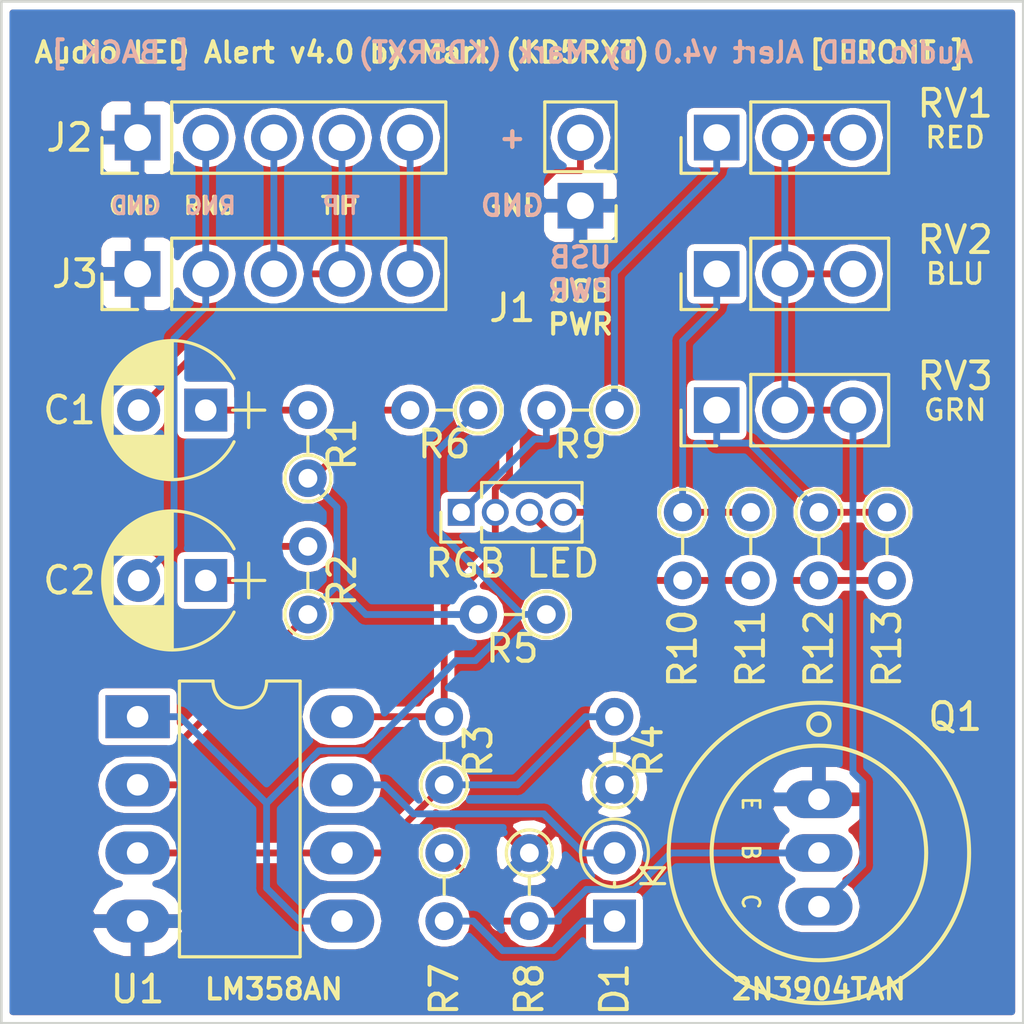
<source format=kicad_pcb>
(kicad_pcb (version 20171130) (host pcbnew "(5.0.0)")

  (general
    (thickness 1.6)
    (drawings 22)
    (tracks 113)
    (zones 0)
    (modules 25)
    (nets 22)
  )

  (page A4)
  (layers
    (0 F.Cu signal)
    (31 B.Cu signal)
    (32 B.Adhes user)
    (33 F.Adhes user)
    (34 B.Paste user)
    (35 F.Paste user)
    (36 B.SilkS user)
    (37 F.SilkS user)
    (38 B.Mask user)
    (39 F.Mask user)
    (40 Dwgs.User user)
    (41 Cmts.User user)
    (42 Eco1.User user)
    (43 Eco2.User user)
    (44 Edge.Cuts user)
    (45 Margin user)
    (46 B.CrtYd user)
    (47 F.CrtYd user)
    (48 B.Fab user)
    (49 F.Fab user)
  )

  (setup
    (last_trace_width 0.254)
    (trace_clearance 0.254)
    (zone_clearance 0.508)
    (zone_45_only no)
    (trace_min 0.254)
    (segment_width 0.2)
    (edge_width 0.1)
    (via_size 0.5842)
    (via_drill 0.4318)
    (via_min_size 0.5842)
    (via_min_drill 0.4318)
    (uvia_size 0.3)
    (uvia_drill 0.1)
    (uvias_allowed no)
    (uvia_min_size 0.2)
    (uvia_min_drill 0.1)
    (pcb_text_width 0.3)
    (pcb_text_size 1.5 1.5)
    (mod_edge_width 0.15)
    (mod_text_size 1 1)
    (mod_text_width 0.15)
    (pad_size 1.5 1.5)
    (pad_drill 0.6)
    (pad_to_mask_clearance 0)
    (aux_axis_origin 0 0)
    (visible_elements FFFFFF7F)
    (pcbplotparams
      (layerselection 0x010fc_ffffffff)
      (usegerberextensions false)
      (usegerberattributes false)
      (usegerberadvancedattributes false)
      (creategerberjobfile false)
      (excludeedgelayer true)
      (linewidth 0.100000)
      (plotframeref false)
      (viasonmask false)
      (mode 1)
      (useauxorigin false)
      (hpglpennumber 1)
      (hpglpenspeed 20)
      (hpglpendiameter 15.000000)
      (psnegative false)
      (psa4output false)
      (plotreference true)
      (plotvalue true)
      (plotinvisibletext false)
      (padsonsilk false)
      (subtractmaskfromsilk false)
      (outputformat 1)
      (mirror false)
      (drillshape 1)
      (scaleselection 1)
      (outputdirectory ""))
  )

  (net 0 "")
  (net 1 "Net-(C1-Pad1)")
  (net 2 "Net-(C1-Pad2)")
  (net 3 "Net-(C2-Pad2)")
  (net 4 "Net-(C2-Pad1)")
  (net 5 "Net-(D1-Pad2)")
  (net 6 "Net-(D1-Pad1)")
  (net 7 "Net-(D2-Pad4)")
  (net 8 "Net-(D2-Pad3)")
  (net 9 VBUS)
  (net 10 "Net-(D2-Pad1)")
  (net 11 GNDREF)
  (net 12 "Net-(J2-Pad5)")
  (net 13 "Net-(J2-Pad3)")
  (net 14 "Net-(Q1-Pad3)")
  (net 15 "Net-(Q1-Pad2)")
  (net 16 "Net-(R1-Pad1)")
  (net 17 "Net-(R3-Pad1)")
  (net 18 "Net-(R5-Pad1)")
  (net 19 "Net-(R9-Pad1)")
  (net 20 "Net-(R10-Pad1)")
  (net 21 "Net-(R12-Pad1)")

  (net_class Default "This is the default net class."
    (clearance 0.254)
    (trace_width 0.254)
    (via_dia 0.5842)
    (via_drill 0.4318)
    (uvia_dia 0.3)
    (uvia_drill 0.1)
    (diff_pair_gap 0.127)
    (diff_pair_width 0.254)
    (add_net GNDREF)
    (add_net "Net-(C1-Pad1)")
    (add_net "Net-(C1-Pad2)")
    (add_net "Net-(C2-Pad1)")
    (add_net "Net-(C2-Pad2)")
    (add_net "Net-(D1-Pad1)")
    (add_net "Net-(D1-Pad2)")
    (add_net "Net-(D2-Pad1)")
    (add_net "Net-(D2-Pad3)")
    (add_net "Net-(D2-Pad4)")
    (add_net "Net-(J2-Pad3)")
    (add_net "Net-(J2-Pad5)")
    (add_net "Net-(Q1-Pad2)")
    (add_net "Net-(Q1-Pad3)")
    (add_net "Net-(R1-Pad1)")
    (add_net "Net-(R10-Pad1)")
    (add_net "Net-(R12-Pad1)")
    (add_net "Net-(R3-Pad1)")
    (add_net "Net-(R5-Pad1)")
    (add_net "Net-(R9-Pad1)")
    (add_net VBUS)
  )

  (module Capacitors_THT:CP_Radial_D5.0mm_P2.50mm (layer F.Cu) (tedit 597BC7C2) (tstamp 5BEB36A9)
    (at 134.62 104.14 180)
    (descr "CP, Radial series, Radial, pin pitch=2.50mm, , diameter=5mm, Electrolytic Capacitor")
    (tags "CP Radial series Radial pin pitch 2.50mm  diameter 5mm Electrolytic Capacitor")
    (path /5BC18788)
    (fp_text reference C1 (at 5.08 0 180) (layer F.SilkS)
      (effects (font (size 1 1) (thickness 0.15)))
    )
    (fp_text value 0.1uF (at 1.25 3.81 180) (layer F.Fab)
      (effects (font (size 1 1) (thickness 0.15)))
    )
    (fp_arc (start 1.25 0) (end -1.05558 -1.18) (angle 125.8) (layer F.SilkS) (width 0.12))
    (fp_arc (start 1.25 0) (end -1.05558 1.18) (angle -125.8) (layer F.SilkS) (width 0.12))
    (fp_arc (start 1.25 0) (end 3.55558 -1.18) (angle 54.2) (layer F.SilkS) (width 0.12))
    (fp_circle (center 1.25 0) (end 3.75 0) (layer F.Fab) (width 0.1))
    (fp_line (start -2.2 0) (end -1 0) (layer F.Fab) (width 0.1))
    (fp_line (start -1.6 -0.65) (end -1.6 0.65) (layer F.Fab) (width 0.1))
    (fp_line (start 1.25 -2.55) (end 1.25 2.55) (layer F.SilkS) (width 0.12))
    (fp_line (start 1.29 -2.55) (end 1.29 2.55) (layer F.SilkS) (width 0.12))
    (fp_line (start 1.33 -2.549) (end 1.33 2.549) (layer F.SilkS) (width 0.12))
    (fp_line (start 1.37 -2.548) (end 1.37 2.548) (layer F.SilkS) (width 0.12))
    (fp_line (start 1.41 -2.546) (end 1.41 2.546) (layer F.SilkS) (width 0.12))
    (fp_line (start 1.45 -2.543) (end 1.45 2.543) (layer F.SilkS) (width 0.12))
    (fp_line (start 1.49 -2.539) (end 1.49 2.539) (layer F.SilkS) (width 0.12))
    (fp_line (start 1.53 -2.535) (end 1.53 -0.98) (layer F.SilkS) (width 0.12))
    (fp_line (start 1.53 0.98) (end 1.53 2.535) (layer F.SilkS) (width 0.12))
    (fp_line (start 1.57 -2.531) (end 1.57 -0.98) (layer F.SilkS) (width 0.12))
    (fp_line (start 1.57 0.98) (end 1.57 2.531) (layer F.SilkS) (width 0.12))
    (fp_line (start 1.61 -2.525) (end 1.61 -0.98) (layer F.SilkS) (width 0.12))
    (fp_line (start 1.61 0.98) (end 1.61 2.525) (layer F.SilkS) (width 0.12))
    (fp_line (start 1.65 -2.519) (end 1.65 -0.98) (layer F.SilkS) (width 0.12))
    (fp_line (start 1.65 0.98) (end 1.65 2.519) (layer F.SilkS) (width 0.12))
    (fp_line (start 1.69 -2.513) (end 1.69 -0.98) (layer F.SilkS) (width 0.12))
    (fp_line (start 1.69 0.98) (end 1.69 2.513) (layer F.SilkS) (width 0.12))
    (fp_line (start 1.73 -2.506) (end 1.73 -0.98) (layer F.SilkS) (width 0.12))
    (fp_line (start 1.73 0.98) (end 1.73 2.506) (layer F.SilkS) (width 0.12))
    (fp_line (start 1.77 -2.498) (end 1.77 -0.98) (layer F.SilkS) (width 0.12))
    (fp_line (start 1.77 0.98) (end 1.77 2.498) (layer F.SilkS) (width 0.12))
    (fp_line (start 1.81 -2.489) (end 1.81 -0.98) (layer F.SilkS) (width 0.12))
    (fp_line (start 1.81 0.98) (end 1.81 2.489) (layer F.SilkS) (width 0.12))
    (fp_line (start 1.85 -2.48) (end 1.85 -0.98) (layer F.SilkS) (width 0.12))
    (fp_line (start 1.85 0.98) (end 1.85 2.48) (layer F.SilkS) (width 0.12))
    (fp_line (start 1.89 -2.47) (end 1.89 -0.98) (layer F.SilkS) (width 0.12))
    (fp_line (start 1.89 0.98) (end 1.89 2.47) (layer F.SilkS) (width 0.12))
    (fp_line (start 1.93 -2.46) (end 1.93 -0.98) (layer F.SilkS) (width 0.12))
    (fp_line (start 1.93 0.98) (end 1.93 2.46) (layer F.SilkS) (width 0.12))
    (fp_line (start 1.971 -2.448) (end 1.971 -0.98) (layer F.SilkS) (width 0.12))
    (fp_line (start 1.971 0.98) (end 1.971 2.448) (layer F.SilkS) (width 0.12))
    (fp_line (start 2.011 -2.436) (end 2.011 -0.98) (layer F.SilkS) (width 0.12))
    (fp_line (start 2.011 0.98) (end 2.011 2.436) (layer F.SilkS) (width 0.12))
    (fp_line (start 2.051 -2.424) (end 2.051 -0.98) (layer F.SilkS) (width 0.12))
    (fp_line (start 2.051 0.98) (end 2.051 2.424) (layer F.SilkS) (width 0.12))
    (fp_line (start 2.091 -2.41) (end 2.091 -0.98) (layer F.SilkS) (width 0.12))
    (fp_line (start 2.091 0.98) (end 2.091 2.41) (layer F.SilkS) (width 0.12))
    (fp_line (start 2.131 -2.396) (end 2.131 -0.98) (layer F.SilkS) (width 0.12))
    (fp_line (start 2.131 0.98) (end 2.131 2.396) (layer F.SilkS) (width 0.12))
    (fp_line (start 2.171 -2.382) (end 2.171 -0.98) (layer F.SilkS) (width 0.12))
    (fp_line (start 2.171 0.98) (end 2.171 2.382) (layer F.SilkS) (width 0.12))
    (fp_line (start 2.211 -2.366) (end 2.211 -0.98) (layer F.SilkS) (width 0.12))
    (fp_line (start 2.211 0.98) (end 2.211 2.366) (layer F.SilkS) (width 0.12))
    (fp_line (start 2.251 -2.35) (end 2.251 -0.98) (layer F.SilkS) (width 0.12))
    (fp_line (start 2.251 0.98) (end 2.251 2.35) (layer F.SilkS) (width 0.12))
    (fp_line (start 2.291 -2.333) (end 2.291 -0.98) (layer F.SilkS) (width 0.12))
    (fp_line (start 2.291 0.98) (end 2.291 2.333) (layer F.SilkS) (width 0.12))
    (fp_line (start 2.331 -2.315) (end 2.331 -0.98) (layer F.SilkS) (width 0.12))
    (fp_line (start 2.331 0.98) (end 2.331 2.315) (layer F.SilkS) (width 0.12))
    (fp_line (start 2.371 -2.296) (end 2.371 -0.98) (layer F.SilkS) (width 0.12))
    (fp_line (start 2.371 0.98) (end 2.371 2.296) (layer F.SilkS) (width 0.12))
    (fp_line (start 2.411 -2.276) (end 2.411 -0.98) (layer F.SilkS) (width 0.12))
    (fp_line (start 2.411 0.98) (end 2.411 2.276) (layer F.SilkS) (width 0.12))
    (fp_line (start 2.451 -2.256) (end 2.451 -0.98) (layer F.SilkS) (width 0.12))
    (fp_line (start 2.451 0.98) (end 2.451 2.256) (layer F.SilkS) (width 0.12))
    (fp_line (start 2.491 -2.234) (end 2.491 -0.98) (layer F.SilkS) (width 0.12))
    (fp_line (start 2.491 0.98) (end 2.491 2.234) (layer F.SilkS) (width 0.12))
    (fp_line (start 2.531 -2.212) (end 2.531 -0.98) (layer F.SilkS) (width 0.12))
    (fp_line (start 2.531 0.98) (end 2.531 2.212) (layer F.SilkS) (width 0.12))
    (fp_line (start 2.571 -2.189) (end 2.571 -0.98) (layer F.SilkS) (width 0.12))
    (fp_line (start 2.571 0.98) (end 2.571 2.189) (layer F.SilkS) (width 0.12))
    (fp_line (start 2.611 -2.165) (end 2.611 -0.98) (layer F.SilkS) (width 0.12))
    (fp_line (start 2.611 0.98) (end 2.611 2.165) (layer F.SilkS) (width 0.12))
    (fp_line (start 2.651 -2.14) (end 2.651 -0.98) (layer F.SilkS) (width 0.12))
    (fp_line (start 2.651 0.98) (end 2.651 2.14) (layer F.SilkS) (width 0.12))
    (fp_line (start 2.691 -2.113) (end 2.691 -0.98) (layer F.SilkS) (width 0.12))
    (fp_line (start 2.691 0.98) (end 2.691 2.113) (layer F.SilkS) (width 0.12))
    (fp_line (start 2.731 -2.086) (end 2.731 -0.98) (layer F.SilkS) (width 0.12))
    (fp_line (start 2.731 0.98) (end 2.731 2.086) (layer F.SilkS) (width 0.12))
    (fp_line (start 2.771 -2.058) (end 2.771 -0.98) (layer F.SilkS) (width 0.12))
    (fp_line (start 2.771 0.98) (end 2.771 2.058) (layer F.SilkS) (width 0.12))
    (fp_line (start 2.811 -2.028) (end 2.811 -0.98) (layer F.SilkS) (width 0.12))
    (fp_line (start 2.811 0.98) (end 2.811 2.028) (layer F.SilkS) (width 0.12))
    (fp_line (start 2.851 -1.997) (end 2.851 -0.98) (layer F.SilkS) (width 0.12))
    (fp_line (start 2.851 0.98) (end 2.851 1.997) (layer F.SilkS) (width 0.12))
    (fp_line (start 2.891 -1.965) (end 2.891 -0.98) (layer F.SilkS) (width 0.12))
    (fp_line (start 2.891 0.98) (end 2.891 1.965) (layer F.SilkS) (width 0.12))
    (fp_line (start 2.931 -1.932) (end 2.931 -0.98) (layer F.SilkS) (width 0.12))
    (fp_line (start 2.931 0.98) (end 2.931 1.932) (layer F.SilkS) (width 0.12))
    (fp_line (start 2.971 -1.897) (end 2.971 -0.98) (layer F.SilkS) (width 0.12))
    (fp_line (start 2.971 0.98) (end 2.971 1.897) (layer F.SilkS) (width 0.12))
    (fp_line (start 3.011 -1.861) (end 3.011 -0.98) (layer F.SilkS) (width 0.12))
    (fp_line (start 3.011 0.98) (end 3.011 1.861) (layer F.SilkS) (width 0.12))
    (fp_line (start 3.051 -1.823) (end 3.051 -0.98) (layer F.SilkS) (width 0.12))
    (fp_line (start 3.051 0.98) (end 3.051 1.823) (layer F.SilkS) (width 0.12))
    (fp_line (start 3.091 -1.783) (end 3.091 -0.98) (layer F.SilkS) (width 0.12))
    (fp_line (start 3.091 0.98) (end 3.091 1.783) (layer F.SilkS) (width 0.12))
    (fp_line (start 3.131 -1.742) (end 3.131 -0.98) (layer F.SilkS) (width 0.12))
    (fp_line (start 3.131 0.98) (end 3.131 1.742) (layer F.SilkS) (width 0.12))
    (fp_line (start 3.171 -1.699) (end 3.171 -0.98) (layer F.SilkS) (width 0.12))
    (fp_line (start 3.171 0.98) (end 3.171 1.699) (layer F.SilkS) (width 0.12))
    (fp_line (start 3.211 -1.654) (end 3.211 -0.98) (layer F.SilkS) (width 0.12))
    (fp_line (start 3.211 0.98) (end 3.211 1.654) (layer F.SilkS) (width 0.12))
    (fp_line (start 3.251 -1.606) (end 3.251 -0.98) (layer F.SilkS) (width 0.12))
    (fp_line (start 3.251 0.98) (end 3.251 1.606) (layer F.SilkS) (width 0.12))
    (fp_line (start 3.291 -1.556) (end 3.291 -0.98) (layer F.SilkS) (width 0.12))
    (fp_line (start 3.291 0.98) (end 3.291 1.556) (layer F.SilkS) (width 0.12))
    (fp_line (start 3.331 -1.504) (end 3.331 -0.98) (layer F.SilkS) (width 0.12))
    (fp_line (start 3.331 0.98) (end 3.331 1.504) (layer F.SilkS) (width 0.12))
    (fp_line (start 3.371 -1.448) (end 3.371 -0.98) (layer F.SilkS) (width 0.12))
    (fp_line (start 3.371 0.98) (end 3.371 1.448) (layer F.SilkS) (width 0.12))
    (fp_line (start 3.411 -1.39) (end 3.411 -0.98) (layer F.SilkS) (width 0.12))
    (fp_line (start 3.411 0.98) (end 3.411 1.39) (layer F.SilkS) (width 0.12))
    (fp_line (start 3.451 -1.327) (end 3.451 -0.98) (layer F.SilkS) (width 0.12))
    (fp_line (start 3.451 0.98) (end 3.451 1.327) (layer F.SilkS) (width 0.12))
    (fp_line (start 3.491 -1.261) (end 3.491 1.261) (layer F.SilkS) (width 0.12))
    (fp_line (start 3.531 -1.189) (end 3.531 1.189) (layer F.SilkS) (width 0.12))
    (fp_line (start 3.571 -1.112) (end 3.571 1.112) (layer F.SilkS) (width 0.12))
    (fp_line (start 3.611 -1.028) (end 3.611 1.028) (layer F.SilkS) (width 0.12))
    (fp_line (start 3.651 -0.934) (end 3.651 0.934) (layer F.SilkS) (width 0.12))
    (fp_line (start 3.691 -0.829) (end 3.691 0.829) (layer F.SilkS) (width 0.12))
    (fp_line (start 3.731 -0.707) (end 3.731 0.707) (layer F.SilkS) (width 0.12))
    (fp_line (start 3.771 -0.559) (end 3.771 0.559) (layer F.SilkS) (width 0.12))
    (fp_line (start 3.811 -0.354) (end 3.811 0.354) (layer F.SilkS) (width 0.12))
    (fp_line (start -2.2 0) (end -1 0) (layer F.SilkS) (width 0.12))
    (fp_line (start -1.6 -0.65) (end -1.6 0.65) (layer F.SilkS) (width 0.12))
    (fp_line (start -1.6 -2.85) (end -1.6 2.85) (layer F.CrtYd) (width 0.05))
    (fp_line (start -1.6 2.85) (end 4.1 2.85) (layer F.CrtYd) (width 0.05))
    (fp_line (start 4.1 2.85) (end 4.1 -2.85) (layer F.CrtYd) (width 0.05))
    (fp_line (start 4.1 -2.85) (end -1.6 -2.85) (layer F.CrtYd) (width 0.05))
    (fp_text user %R (at 1.25 0 180) (layer F.Fab)
      (effects (font (size 1 1) (thickness 0.15)))
    )
    (pad 1 thru_hole rect (at 0 0 180) (size 1.6 1.6) (drill 0.8) (layers *.Cu *.Mask)
      (net 1 "Net-(C1-Pad1)"))
    (pad 2 thru_hole circle (at 2.5 0 180) (size 1.6 1.6) (drill 0.8) (layers *.Cu *.Mask)
      (net 2 "Net-(C1-Pad2)"))
    (model ${KISYS3DMOD}/Capacitors_THT.3dshapes/CP_Radial_D5.0mm_P2.50mm.wrl
      (at (xyz 0 0 0))
      (scale (xyz 1 1 1))
      (rotate (xyz 0 0 0))
    )
  )

  (module Capacitors_THT:CP_Radial_D5.0mm_P2.50mm (layer F.Cu) (tedit 597BC7C2) (tstamp 5BEB372E)
    (at 134.62 110.49 180)
    (descr "CP, Radial series, Radial, pin pitch=2.50mm, , diameter=5mm, Electrolytic Capacitor")
    (tags "CP Radial series Radial pin pitch 2.50mm  diameter 5mm Electrolytic Capacitor")
    (path /5BC188FA)
    (fp_text reference C2 (at 5.08 0 180) (layer F.SilkS)
      (effects (font (size 1 1) (thickness 0.15)))
    )
    (fp_text value 0.1uF (at 1.25 3.81 180) (layer F.Fab)
      (effects (font (size 1 1) (thickness 0.15)))
    )
    (fp_text user %R (at 1.25 0 180) (layer F.Fab)
      (effects (font (size 1 1) (thickness 0.15)))
    )
    (fp_line (start 4.1 -2.85) (end -1.6 -2.85) (layer F.CrtYd) (width 0.05))
    (fp_line (start 4.1 2.85) (end 4.1 -2.85) (layer F.CrtYd) (width 0.05))
    (fp_line (start -1.6 2.85) (end 4.1 2.85) (layer F.CrtYd) (width 0.05))
    (fp_line (start -1.6 -2.85) (end -1.6 2.85) (layer F.CrtYd) (width 0.05))
    (fp_line (start -1.6 -0.65) (end -1.6 0.65) (layer F.SilkS) (width 0.12))
    (fp_line (start -2.2 0) (end -1 0) (layer F.SilkS) (width 0.12))
    (fp_line (start 3.811 -0.354) (end 3.811 0.354) (layer F.SilkS) (width 0.12))
    (fp_line (start 3.771 -0.559) (end 3.771 0.559) (layer F.SilkS) (width 0.12))
    (fp_line (start 3.731 -0.707) (end 3.731 0.707) (layer F.SilkS) (width 0.12))
    (fp_line (start 3.691 -0.829) (end 3.691 0.829) (layer F.SilkS) (width 0.12))
    (fp_line (start 3.651 -0.934) (end 3.651 0.934) (layer F.SilkS) (width 0.12))
    (fp_line (start 3.611 -1.028) (end 3.611 1.028) (layer F.SilkS) (width 0.12))
    (fp_line (start 3.571 -1.112) (end 3.571 1.112) (layer F.SilkS) (width 0.12))
    (fp_line (start 3.531 -1.189) (end 3.531 1.189) (layer F.SilkS) (width 0.12))
    (fp_line (start 3.491 -1.261) (end 3.491 1.261) (layer F.SilkS) (width 0.12))
    (fp_line (start 3.451 0.98) (end 3.451 1.327) (layer F.SilkS) (width 0.12))
    (fp_line (start 3.451 -1.327) (end 3.451 -0.98) (layer F.SilkS) (width 0.12))
    (fp_line (start 3.411 0.98) (end 3.411 1.39) (layer F.SilkS) (width 0.12))
    (fp_line (start 3.411 -1.39) (end 3.411 -0.98) (layer F.SilkS) (width 0.12))
    (fp_line (start 3.371 0.98) (end 3.371 1.448) (layer F.SilkS) (width 0.12))
    (fp_line (start 3.371 -1.448) (end 3.371 -0.98) (layer F.SilkS) (width 0.12))
    (fp_line (start 3.331 0.98) (end 3.331 1.504) (layer F.SilkS) (width 0.12))
    (fp_line (start 3.331 -1.504) (end 3.331 -0.98) (layer F.SilkS) (width 0.12))
    (fp_line (start 3.291 0.98) (end 3.291 1.556) (layer F.SilkS) (width 0.12))
    (fp_line (start 3.291 -1.556) (end 3.291 -0.98) (layer F.SilkS) (width 0.12))
    (fp_line (start 3.251 0.98) (end 3.251 1.606) (layer F.SilkS) (width 0.12))
    (fp_line (start 3.251 -1.606) (end 3.251 -0.98) (layer F.SilkS) (width 0.12))
    (fp_line (start 3.211 0.98) (end 3.211 1.654) (layer F.SilkS) (width 0.12))
    (fp_line (start 3.211 -1.654) (end 3.211 -0.98) (layer F.SilkS) (width 0.12))
    (fp_line (start 3.171 0.98) (end 3.171 1.699) (layer F.SilkS) (width 0.12))
    (fp_line (start 3.171 -1.699) (end 3.171 -0.98) (layer F.SilkS) (width 0.12))
    (fp_line (start 3.131 0.98) (end 3.131 1.742) (layer F.SilkS) (width 0.12))
    (fp_line (start 3.131 -1.742) (end 3.131 -0.98) (layer F.SilkS) (width 0.12))
    (fp_line (start 3.091 0.98) (end 3.091 1.783) (layer F.SilkS) (width 0.12))
    (fp_line (start 3.091 -1.783) (end 3.091 -0.98) (layer F.SilkS) (width 0.12))
    (fp_line (start 3.051 0.98) (end 3.051 1.823) (layer F.SilkS) (width 0.12))
    (fp_line (start 3.051 -1.823) (end 3.051 -0.98) (layer F.SilkS) (width 0.12))
    (fp_line (start 3.011 0.98) (end 3.011 1.861) (layer F.SilkS) (width 0.12))
    (fp_line (start 3.011 -1.861) (end 3.011 -0.98) (layer F.SilkS) (width 0.12))
    (fp_line (start 2.971 0.98) (end 2.971 1.897) (layer F.SilkS) (width 0.12))
    (fp_line (start 2.971 -1.897) (end 2.971 -0.98) (layer F.SilkS) (width 0.12))
    (fp_line (start 2.931 0.98) (end 2.931 1.932) (layer F.SilkS) (width 0.12))
    (fp_line (start 2.931 -1.932) (end 2.931 -0.98) (layer F.SilkS) (width 0.12))
    (fp_line (start 2.891 0.98) (end 2.891 1.965) (layer F.SilkS) (width 0.12))
    (fp_line (start 2.891 -1.965) (end 2.891 -0.98) (layer F.SilkS) (width 0.12))
    (fp_line (start 2.851 0.98) (end 2.851 1.997) (layer F.SilkS) (width 0.12))
    (fp_line (start 2.851 -1.997) (end 2.851 -0.98) (layer F.SilkS) (width 0.12))
    (fp_line (start 2.811 0.98) (end 2.811 2.028) (layer F.SilkS) (width 0.12))
    (fp_line (start 2.811 -2.028) (end 2.811 -0.98) (layer F.SilkS) (width 0.12))
    (fp_line (start 2.771 0.98) (end 2.771 2.058) (layer F.SilkS) (width 0.12))
    (fp_line (start 2.771 -2.058) (end 2.771 -0.98) (layer F.SilkS) (width 0.12))
    (fp_line (start 2.731 0.98) (end 2.731 2.086) (layer F.SilkS) (width 0.12))
    (fp_line (start 2.731 -2.086) (end 2.731 -0.98) (layer F.SilkS) (width 0.12))
    (fp_line (start 2.691 0.98) (end 2.691 2.113) (layer F.SilkS) (width 0.12))
    (fp_line (start 2.691 -2.113) (end 2.691 -0.98) (layer F.SilkS) (width 0.12))
    (fp_line (start 2.651 0.98) (end 2.651 2.14) (layer F.SilkS) (width 0.12))
    (fp_line (start 2.651 -2.14) (end 2.651 -0.98) (layer F.SilkS) (width 0.12))
    (fp_line (start 2.611 0.98) (end 2.611 2.165) (layer F.SilkS) (width 0.12))
    (fp_line (start 2.611 -2.165) (end 2.611 -0.98) (layer F.SilkS) (width 0.12))
    (fp_line (start 2.571 0.98) (end 2.571 2.189) (layer F.SilkS) (width 0.12))
    (fp_line (start 2.571 -2.189) (end 2.571 -0.98) (layer F.SilkS) (width 0.12))
    (fp_line (start 2.531 0.98) (end 2.531 2.212) (layer F.SilkS) (width 0.12))
    (fp_line (start 2.531 -2.212) (end 2.531 -0.98) (layer F.SilkS) (width 0.12))
    (fp_line (start 2.491 0.98) (end 2.491 2.234) (layer F.SilkS) (width 0.12))
    (fp_line (start 2.491 -2.234) (end 2.491 -0.98) (layer F.SilkS) (width 0.12))
    (fp_line (start 2.451 0.98) (end 2.451 2.256) (layer F.SilkS) (width 0.12))
    (fp_line (start 2.451 -2.256) (end 2.451 -0.98) (layer F.SilkS) (width 0.12))
    (fp_line (start 2.411 0.98) (end 2.411 2.276) (layer F.SilkS) (width 0.12))
    (fp_line (start 2.411 -2.276) (end 2.411 -0.98) (layer F.SilkS) (width 0.12))
    (fp_line (start 2.371 0.98) (end 2.371 2.296) (layer F.SilkS) (width 0.12))
    (fp_line (start 2.371 -2.296) (end 2.371 -0.98) (layer F.SilkS) (width 0.12))
    (fp_line (start 2.331 0.98) (end 2.331 2.315) (layer F.SilkS) (width 0.12))
    (fp_line (start 2.331 -2.315) (end 2.331 -0.98) (layer F.SilkS) (width 0.12))
    (fp_line (start 2.291 0.98) (end 2.291 2.333) (layer F.SilkS) (width 0.12))
    (fp_line (start 2.291 -2.333) (end 2.291 -0.98) (layer F.SilkS) (width 0.12))
    (fp_line (start 2.251 0.98) (end 2.251 2.35) (layer F.SilkS) (width 0.12))
    (fp_line (start 2.251 -2.35) (end 2.251 -0.98) (layer F.SilkS) (width 0.12))
    (fp_line (start 2.211 0.98) (end 2.211 2.366) (layer F.SilkS) (width 0.12))
    (fp_line (start 2.211 -2.366) (end 2.211 -0.98) (layer F.SilkS) (width 0.12))
    (fp_line (start 2.171 0.98) (end 2.171 2.382) (layer F.SilkS) (width 0.12))
    (fp_line (start 2.171 -2.382) (end 2.171 -0.98) (layer F.SilkS) (width 0.12))
    (fp_line (start 2.131 0.98) (end 2.131 2.396) (layer F.SilkS) (width 0.12))
    (fp_line (start 2.131 -2.396) (end 2.131 -0.98) (layer F.SilkS) (width 0.12))
    (fp_line (start 2.091 0.98) (end 2.091 2.41) (layer F.SilkS) (width 0.12))
    (fp_line (start 2.091 -2.41) (end 2.091 -0.98) (layer F.SilkS) (width 0.12))
    (fp_line (start 2.051 0.98) (end 2.051 2.424) (layer F.SilkS) (width 0.12))
    (fp_line (start 2.051 -2.424) (end 2.051 -0.98) (layer F.SilkS) (width 0.12))
    (fp_line (start 2.011 0.98) (end 2.011 2.436) (layer F.SilkS) (width 0.12))
    (fp_line (start 2.011 -2.436) (end 2.011 -0.98) (layer F.SilkS) (width 0.12))
    (fp_line (start 1.971 0.98) (end 1.971 2.448) (layer F.SilkS) (width 0.12))
    (fp_line (start 1.971 -2.448) (end 1.971 -0.98) (layer F.SilkS) (width 0.12))
    (fp_line (start 1.93 0.98) (end 1.93 2.46) (layer F.SilkS) (width 0.12))
    (fp_line (start 1.93 -2.46) (end 1.93 -0.98) (layer F.SilkS) (width 0.12))
    (fp_line (start 1.89 0.98) (end 1.89 2.47) (layer F.SilkS) (width 0.12))
    (fp_line (start 1.89 -2.47) (end 1.89 -0.98) (layer F.SilkS) (width 0.12))
    (fp_line (start 1.85 0.98) (end 1.85 2.48) (layer F.SilkS) (width 0.12))
    (fp_line (start 1.85 -2.48) (end 1.85 -0.98) (layer F.SilkS) (width 0.12))
    (fp_line (start 1.81 0.98) (end 1.81 2.489) (layer F.SilkS) (width 0.12))
    (fp_line (start 1.81 -2.489) (end 1.81 -0.98) (layer F.SilkS) (width 0.12))
    (fp_line (start 1.77 0.98) (end 1.77 2.498) (layer F.SilkS) (width 0.12))
    (fp_line (start 1.77 -2.498) (end 1.77 -0.98) (layer F.SilkS) (width 0.12))
    (fp_line (start 1.73 0.98) (end 1.73 2.506) (layer F.SilkS) (width 0.12))
    (fp_line (start 1.73 -2.506) (end 1.73 -0.98) (layer F.SilkS) (width 0.12))
    (fp_line (start 1.69 0.98) (end 1.69 2.513) (layer F.SilkS) (width 0.12))
    (fp_line (start 1.69 -2.513) (end 1.69 -0.98) (layer F.SilkS) (width 0.12))
    (fp_line (start 1.65 0.98) (end 1.65 2.519) (layer F.SilkS) (width 0.12))
    (fp_line (start 1.65 -2.519) (end 1.65 -0.98) (layer F.SilkS) (width 0.12))
    (fp_line (start 1.61 0.98) (end 1.61 2.525) (layer F.SilkS) (width 0.12))
    (fp_line (start 1.61 -2.525) (end 1.61 -0.98) (layer F.SilkS) (width 0.12))
    (fp_line (start 1.57 0.98) (end 1.57 2.531) (layer F.SilkS) (width 0.12))
    (fp_line (start 1.57 -2.531) (end 1.57 -0.98) (layer F.SilkS) (width 0.12))
    (fp_line (start 1.53 0.98) (end 1.53 2.535) (layer F.SilkS) (width 0.12))
    (fp_line (start 1.53 -2.535) (end 1.53 -0.98) (layer F.SilkS) (width 0.12))
    (fp_line (start 1.49 -2.539) (end 1.49 2.539) (layer F.SilkS) (width 0.12))
    (fp_line (start 1.45 -2.543) (end 1.45 2.543) (layer F.SilkS) (width 0.12))
    (fp_line (start 1.41 -2.546) (end 1.41 2.546) (layer F.SilkS) (width 0.12))
    (fp_line (start 1.37 -2.548) (end 1.37 2.548) (layer F.SilkS) (width 0.12))
    (fp_line (start 1.33 -2.549) (end 1.33 2.549) (layer F.SilkS) (width 0.12))
    (fp_line (start 1.29 -2.55) (end 1.29 2.55) (layer F.SilkS) (width 0.12))
    (fp_line (start 1.25 -2.55) (end 1.25 2.55) (layer F.SilkS) (width 0.12))
    (fp_line (start -1.6 -0.65) (end -1.6 0.65) (layer F.Fab) (width 0.1))
    (fp_line (start -2.2 0) (end -1 0) (layer F.Fab) (width 0.1))
    (fp_circle (center 1.25 0) (end 3.75 0) (layer F.Fab) (width 0.1))
    (fp_arc (start 1.25 0) (end 3.55558 -1.18) (angle 54.2) (layer F.SilkS) (width 0.12))
    (fp_arc (start 1.25 0) (end -1.05558 1.18) (angle -125.8) (layer F.SilkS) (width 0.12))
    (fp_arc (start 1.25 0) (end -1.05558 -1.18) (angle 125.8) (layer F.SilkS) (width 0.12))
    (pad 2 thru_hole circle (at 2.5 0 180) (size 1.6 1.6) (drill 0.8) (layers *.Cu *.Mask)
      (net 3 "Net-(C2-Pad2)"))
    (pad 1 thru_hole rect (at 0 0 180) (size 1.6 1.6) (drill 0.8) (layers *.Cu *.Mask)
      (net 4 "Net-(C2-Pad1)"))
    (model ${KISYS3DMOD}/Capacitors_THT.3dshapes/CP_Radial_D5.0mm_P2.50mm.wrl
      (at (xyz 0 0 0))
      (scale (xyz 1 1 1))
      (rotate (xyz 0 0 0))
    )
  )

  (module Diodes_THT:D_DO-35_SOD27_P2.54mm_Vertical_KathodeUp (layer F.Cu) (tedit 5921392E) (tstamp 5BEB3742)
    (at 149.86 123.19 90)
    (descr "D, DO-35_SOD27 series, Axial, Vertical, pin pitch=2.54mm, , length*diameter=4*2mm^2, , http://www.diodes.com/_files/packages/DO-35.pdf")
    (tags "D DO-35_SOD27 series Axial Vertical pin pitch 2.54mm  length 4mm diameter 2mm")
    (path /5BC1CCAE)
    (fp_text reference D1 (at -2.54 0 270) (layer F.SilkS)
      (effects (font (size 1 1) (thickness 0.15)))
    )
    (fp_text value 1N914 (at 1.27 3.155371 90) (layer F.Fab)
      (effects (font (size 1 1) (thickness 0.15)))
    )
    (fp_circle (center 2.54 0) (end 3.806371 0) (layer F.SilkS) (width 0.12))
    (fp_circle (center 2.54 0) (end 3.54 0) (layer F.Fab) (width 0.1))
    (fp_line (start 3.85 -1.55) (end -1.15 -1.55) (layer F.CrtYd) (width 0.05))
    (fp_line (start 3.85 1.55) (end 3.85 -1.55) (layer F.CrtYd) (width 0.05))
    (fp_line (start -1.15 1.55) (end 3.85 1.55) (layer F.CrtYd) (width 0.05))
    (fp_line (start -1.15 -1.55) (end -1.15 1.55) (layer F.CrtYd) (width 0.05))
    (fp_line (start 1.989667 1.869) (end 1.397 1.4245) (layer F.SilkS) (width 0.12))
    (fp_line (start 1.989667 0.98) (end 1.989667 1.869) (layer F.SilkS) (width 0.12))
    (fp_line (start 1.397 1.4245) (end 1.989667 0.98) (layer F.SilkS) (width 0.12))
    (fp_line (start 1.397 0.98) (end 1.397 1.869) (layer F.SilkS) (width 0.12))
    (fp_line (start 1.266371 0) (end 1.44 0) (layer F.SilkS) (width 0.12))
    (fp_line (start 0 0) (end 2.54 0) (layer F.Fab) (width 0.1))
    (fp_text user %R (at 1.27 0 90) (layer F.Fab)
      (effects (font (size 1 1) (thickness 0.15)))
    )
    (fp_text user K (at -1.5 0 90) (layer F.Fab)
      (effects (font (size 1 1) (thickness 0.15)))
    )
    (pad 2 thru_hole oval (at 2.54 0 90) (size 1.6 1.6) (drill 0.8) (layers *.Cu *.Mask)
      (net 5 "Net-(D1-Pad2)"))
    (pad 1 thru_hole rect (at 0 0 90) (size 1.6 1.6) (drill 0.8) (layers *.Cu *.Mask)
      (net 6 "Net-(D1-Pad1)"))
    (model ${KISYS3DMOD}/Diodes_THT.3dshapes/D_DO-35_SOD27_P2.54mm_Vertical_KathodeUp.wrl
      (at (xyz 0 0 0))
      (scale (xyz 0.393701 0.393701 0.393701))
      (rotate (xyz 0 0 0))
    )
  )

  (module Pin_Headers:Pin_Header_Straight_1x04_Pitch1.27mm (layer F.Cu) (tedit 5BEB2E3F) (tstamp 5BEB375C)
    (at 144.145 107.95 90)
    (descr "Through hole straight pin header, 1x04, 1.27mm pitch, single row")
    (tags "Through hole pin header THT 1x04 1.27mm single row")
    (path /5BC34249)
    (fp_text reference "RGB LED" (at -1.905 1.905 180) (layer F.SilkS)
      (effects (font (size 1 1) (thickness 0.15)))
    )
    (fp_text value RGB-CA (at 0 5.505 90) (layer F.Fab)
      (effects (font (size 1 1) (thickness 0.15)))
    )
    (fp_text user %R (at 0 1.905 180) (layer F.Fab)
      (effects (font (size 1 1) (thickness 0.15)))
    )
    (fp_line (start 1.55 -1.15) (end -1.55 -1.15) (layer F.CrtYd) (width 0.05))
    (fp_line (start 1.55 4.95) (end 1.55 -1.15) (layer F.CrtYd) (width 0.05))
    (fp_line (start -1.55 4.95) (end 1.55 4.95) (layer F.CrtYd) (width 0.05))
    (fp_line (start -1.55 -1.15) (end -1.55 4.95) (layer F.CrtYd) (width 0.05))
    (fp_line (start -1.11 -0.76) (end 0 -0.76) (layer F.SilkS) (width 0.12))
    (fp_line (start -1.11 0) (end -1.11 -0.76) (layer F.SilkS) (width 0.12))
    (fp_line (start 0.563471 0.76) (end 1.11 0.76) (layer F.SilkS) (width 0.12))
    (fp_line (start -1.11 0.76) (end -0.563471 0.76) (layer F.SilkS) (width 0.12))
    (fp_line (start 1.11 0.76) (end 1.11 4.505) (layer F.SilkS) (width 0.12))
    (fp_line (start -1.11 0.76) (end -1.11 4.505) (layer F.SilkS) (width 0.12))
    (fp_line (start 0.30753 4.505) (end 1.11 4.505) (layer F.SilkS) (width 0.12))
    (fp_line (start -1.11 4.505) (end -0.30753 4.505) (layer F.SilkS) (width 0.12))
    (fp_line (start -1.05 -0.11) (end -0.525 -0.635) (layer F.Fab) (width 0.1))
    (fp_line (start -1.05 4.445) (end -1.05 -0.11) (layer F.Fab) (width 0.1))
    (fp_line (start 1.05 4.445) (end -1.05 4.445) (layer F.Fab) (width 0.1))
    (fp_line (start 1.05 -0.635) (end 1.05 4.445) (layer F.Fab) (width 0.1))
    (fp_line (start -0.525 -0.635) (end 1.05 -0.635) (layer F.Fab) (width 0.1))
    (pad 4 thru_hole oval (at 0 3.81 90) (size 1 1) (drill 0.65) (layers *.Cu *.Mask)
      (net 7 "Net-(D2-Pad4)"))
    (pad 3 thru_hole oval (at 0 2.54 90) (size 1 1) (drill 0.65) (layers *.Cu *.Mask)
      (net 8 "Net-(D2-Pad3)"))
    (pad 2 thru_hole oval (at 0 1.27 90) (size 1 1) (drill 0.65) (layers *.Cu *.Mask)
      (net 9 VBUS))
    (pad 1 thru_hole rect (at 0 0 90) (size 1 1) (drill 0.65) (layers *.Cu *.Mask)
      (net 10 "Net-(D2-Pad1)"))
    (model ${KISYS3DMOD}/Pin_Headers.3dshapes/Pin_Header_Straight_1x04_Pitch1.27mm.wrl
      (at (xyz 0 0 0))
      (scale (xyz 1 1 1))
      (rotate (xyz 0 0 0))
    )
  )

  (module Pin_Headers:Pin_Header_Straight_1x02_Pitch2.54mm (layer F.Cu) (tedit 59650532) (tstamp 5BEB3772)
    (at 148.59 96.52 180)
    (descr "Through hole straight pin header, 1x02, 2.54mm pitch, single row")
    (tags "Through hole pin header THT 1x02 2.54mm single row")
    (path /5BC1791A)
    (fp_text reference J1 (at 2.54 -3.81 180) (layer F.SilkS)
      (effects (font (size 1 1) (thickness 0.15)))
    )
    (fp_text value USBpwr (at 0 4.87 180) (layer F.Fab)
      (effects (font (size 1 1) (thickness 0.15)))
    )
    (fp_text user %R (at 0 1.27 270) (layer F.Fab)
      (effects (font (size 1 1) (thickness 0.15)))
    )
    (fp_line (start 1.8 -1.8) (end -1.8 -1.8) (layer F.CrtYd) (width 0.05))
    (fp_line (start 1.8 4.35) (end 1.8 -1.8) (layer F.CrtYd) (width 0.05))
    (fp_line (start -1.8 4.35) (end 1.8 4.35) (layer F.CrtYd) (width 0.05))
    (fp_line (start -1.8 -1.8) (end -1.8 4.35) (layer F.CrtYd) (width 0.05))
    (fp_line (start -1.33 -1.33) (end 0 -1.33) (layer F.SilkS) (width 0.12))
    (fp_line (start -1.33 0) (end -1.33 -1.33) (layer F.SilkS) (width 0.12))
    (fp_line (start -1.33 1.27) (end 1.33 1.27) (layer F.SilkS) (width 0.12))
    (fp_line (start 1.33 1.27) (end 1.33 3.87) (layer F.SilkS) (width 0.12))
    (fp_line (start -1.33 1.27) (end -1.33 3.87) (layer F.SilkS) (width 0.12))
    (fp_line (start -1.33 3.87) (end 1.33 3.87) (layer F.SilkS) (width 0.12))
    (fp_line (start -1.27 -0.635) (end -0.635 -1.27) (layer F.Fab) (width 0.1))
    (fp_line (start -1.27 3.81) (end -1.27 -0.635) (layer F.Fab) (width 0.1))
    (fp_line (start 1.27 3.81) (end -1.27 3.81) (layer F.Fab) (width 0.1))
    (fp_line (start 1.27 -1.27) (end 1.27 3.81) (layer F.Fab) (width 0.1))
    (fp_line (start -0.635 -1.27) (end 1.27 -1.27) (layer F.Fab) (width 0.1))
    (pad 2 thru_hole oval (at 0 2.54 180) (size 1.7 1.7) (drill 1) (layers *.Cu *.Mask)
      (net 9 VBUS))
    (pad 1 thru_hole rect (at 0 0 180) (size 1.7 1.7) (drill 1) (layers *.Cu *.Mask)
      (net 11 GNDREF))
    (model ${KISYS3DMOD}/Pin_Headers.3dshapes/Pin_Header_Straight_1x02_Pitch2.54mm.wrl
      (at (xyz 0 0 0))
      (scale (xyz 1 1 1))
      (rotate (xyz 0 0 0))
    )
  )

  (module Pin_Headers:Pin_Header_Straight_1x05_Pitch2.54mm (layer F.Cu) (tedit 59650532) (tstamp 5BEB3E3A)
    (at 132.08 93.98 90)
    (descr "Through hole straight pin header, 1x05, 2.54mm pitch, single row")
    (tags "Through hole pin header THT 1x05 2.54mm single row")
    (path /5BC1A1FD)
    (fp_text reference J2 (at 0 -2.54 180) (layer F.SilkS)
      (effects (font (size 1 1) (thickness 0.15)))
    )
    (fp_text value AudioIn (at 0 12.49 90) (layer F.Fab)
      (effects (font (size 1 1) (thickness 0.15)))
    )
    (fp_text user %R (at 0 5.08 180) (layer F.Fab)
      (effects (font (size 1 1) (thickness 0.15)))
    )
    (fp_line (start 1.8 -1.8) (end -1.8 -1.8) (layer F.CrtYd) (width 0.05))
    (fp_line (start 1.8 11.95) (end 1.8 -1.8) (layer F.CrtYd) (width 0.05))
    (fp_line (start -1.8 11.95) (end 1.8 11.95) (layer F.CrtYd) (width 0.05))
    (fp_line (start -1.8 -1.8) (end -1.8 11.95) (layer F.CrtYd) (width 0.05))
    (fp_line (start -1.33 -1.33) (end 0 -1.33) (layer F.SilkS) (width 0.12))
    (fp_line (start -1.33 0) (end -1.33 -1.33) (layer F.SilkS) (width 0.12))
    (fp_line (start -1.33 1.27) (end 1.33 1.27) (layer F.SilkS) (width 0.12))
    (fp_line (start 1.33 1.27) (end 1.33 11.49) (layer F.SilkS) (width 0.12))
    (fp_line (start -1.33 1.27) (end -1.33 11.49) (layer F.SilkS) (width 0.12))
    (fp_line (start -1.33 11.49) (end 1.33 11.49) (layer F.SilkS) (width 0.12))
    (fp_line (start -1.27 -0.635) (end -0.635 -1.27) (layer F.Fab) (width 0.1))
    (fp_line (start -1.27 11.43) (end -1.27 -0.635) (layer F.Fab) (width 0.1))
    (fp_line (start 1.27 11.43) (end -1.27 11.43) (layer F.Fab) (width 0.1))
    (fp_line (start 1.27 -1.27) (end 1.27 11.43) (layer F.Fab) (width 0.1))
    (fp_line (start -0.635 -1.27) (end 1.27 -1.27) (layer F.Fab) (width 0.1))
    (pad 5 thru_hole oval (at 0 10.16 90) (size 1.7 1.7) (drill 1) (layers *.Cu *.Mask)
      (net 12 "Net-(J2-Pad5)"))
    (pad 4 thru_hole oval (at 0 7.62 90) (size 1.7 1.7) (drill 1) (layers *.Cu *.Mask)
      (net 2 "Net-(C1-Pad2)"))
    (pad 3 thru_hole oval (at 0 5.08 90) (size 1.7 1.7) (drill 1) (layers *.Cu *.Mask)
      (net 13 "Net-(J2-Pad3)"))
    (pad 2 thru_hole oval (at 0 2.54 90) (size 1.7 1.7) (drill 1) (layers *.Cu *.Mask)
      (net 3 "Net-(C2-Pad2)"))
    (pad 1 thru_hole rect (at 0 0 90) (size 1.7 1.7) (drill 1) (layers *.Cu *.Mask)
      (net 11 GNDREF))
    (model ${KISYS3DMOD}/Pin_Headers.3dshapes/Pin_Header_Straight_1x05_Pitch2.54mm.wrl
      (at (xyz 0 0 0))
      (scale (xyz 1 1 1))
      (rotate (xyz 0 0 0))
    )
  )

  (module Pin_Headers:Pin_Header_Straight_1x05_Pitch2.54mm (layer F.Cu) (tedit 59650532) (tstamp 5BEB37A4)
    (at 132.08 99.06 90)
    (descr "Through hole straight pin header, 1x05, 2.54mm pitch, single row")
    (tags "Through hole pin header THT 1x05 2.54mm single row")
    (path /5BC17A5E)
    (fp_text reference J3 (at 0 -2.33 180) (layer F.SilkS)
      (effects (font (size 1 1) (thickness 0.15)))
    )
    (fp_text value AudioIn (at 0 12.49 90) (layer F.Fab)
      (effects (font (size 1 1) (thickness 0.15)))
    )
    (fp_line (start -0.635 -1.27) (end 1.27 -1.27) (layer F.Fab) (width 0.1))
    (fp_line (start 1.27 -1.27) (end 1.27 11.43) (layer F.Fab) (width 0.1))
    (fp_line (start 1.27 11.43) (end -1.27 11.43) (layer F.Fab) (width 0.1))
    (fp_line (start -1.27 11.43) (end -1.27 -0.635) (layer F.Fab) (width 0.1))
    (fp_line (start -1.27 -0.635) (end -0.635 -1.27) (layer F.Fab) (width 0.1))
    (fp_line (start -1.33 11.49) (end 1.33 11.49) (layer F.SilkS) (width 0.12))
    (fp_line (start -1.33 1.27) (end -1.33 11.49) (layer F.SilkS) (width 0.12))
    (fp_line (start 1.33 1.27) (end 1.33 11.49) (layer F.SilkS) (width 0.12))
    (fp_line (start -1.33 1.27) (end 1.33 1.27) (layer F.SilkS) (width 0.12))
    (fp_line (start -1.33 0) (end -1.33 -1.33) (layer F.SilkS) (width 0.12))
    (fp_line (start -1.33 -1.33) (end 0 -1.33) (layer F.SilkS) (width 0.12))
    (fp_line (start -1.8 -1.8) (end -1.8 11.95) (layer F.CrtYd) (width 0.05))
    (fp_line (start -1.8 11.95) (end 1.8 11.95) (layer F.CrtYd) (width 0.05))
    (fp_line (start 1.8 11.95) (end 1.8 -1.8) (layer F.CrtYd) (width 0.05))
    (fp_line (start 1.8 -1.8) (end -1.8 -1.8) (layer F.CrtYd) (width 0.05))
    (fp_text user %R (at 0 5.08 180) (layer F.Fab)
      (effects (font (size 1 1) (thickness 0.15)))
    )
    (pad 1 thru_hole rect (at 0 0 90) (size 1.7 1.7) (drill 1) (layers *.Cu *.Mask)
      (net 11 GNDREF))
    (pad 2 thru_hole oval (at 0 2.54 90) (size 1.7 1.7) (drill 1) (layers *.Cu *.Mask)
      (net 3 "Net-(C2-Pad2)"))
    (pad 3 thru_hole oval (at 0 5.08 90) (size 1.7 1.7) (drill 1) (layers *.Cu *.Mask)
      (net 13 "Net-(J2-Pad3)"))
    (pad 4 thru_hole oval (at 0 7.62 90) (size 1.7 1.7) (drill 1) (layers *.Cu *.Mask)
      (net 2 "Net-(C1-Pad2)"))
    (pad 5 thru_hole oval (at 0 10.16 90) (size 1.7 1.7) (drill 1) (layers *.Cu *.Mask)
      (net 12 "Net-(J2-Pad5)"))
    (model ${KISYS3DMOD}/Pin_Headers.3dshapes/Pin_Header_Straight_1x05_Pitch2.54mm.wrl
      (at (xyz 0 0 0))
      (scale (xyz 1 1 1))
      (rotate (xyz 0 0 0))
    )
  )

  (module Transistors_OldSowjetAera:OldSowjetaera_Transistor_Type-I_BigPads (layer F.Cu) (tedit 0) (tstamp 5BEB37AE)
    (at 157.48 120.65 270)
    (path /5BC1EB9D)
    (fp_text reference Q1 (at -5.08 -5.08) (layer F.SilkS)
      (effects (font (size 1 1) (thickness 0.15)))
    )
    (fp_text value 2N3904TAN (at 0.1 7.6 270) (layer F.Fab)
      (effects (font (size 1 1) (thickness 0.15)))
    )
    (fp_circle (center 0 0) (end 5.6 0) (layer F.SilkS) (width 0.15))
    (fp_circle (center 0 0) (end 4 0) (layer F.SilkS) (width 0.15))
    (fp_circle (center -4.8 0) (end -4.8 0.4) (layer F.SilkS) (width 0.15))
    (pad 3 thru_hole oval (at 2 0 270) (size 1.4 2.5) (drill 0.8) (layers *.Cu *.Mask)
      (net 14 "Net-(Q1-Pad3)"))
    (pad 1 thru_hole oval (at -2 0 270) (size 1.4 2.5) (drill 0.8) (layers *.Cu *.Mask)
      (net 11 GNDREF))
    (pad 2 thru_hole oval (at 0 0 270) (size 1.4 2.5) (drill 0.8) (layers *.Cu *.Mask)
      (net 15 "Net-(Q1-Pad2)"))
    (model Transistors_OldSowjetAera.3dshapes/OldSowjetaera_Transistor_Type-I_BigPads.wrl
      (at (xyz 0 0 0))
      (scale (xyz 0.3937 0.3937 0.3937))
      (rotate (xyz 0 0 0))
    )
  )

  (module Resistors_THT:R_Axial_DIN0204_L3.6mm_D1.6mm_P2.54mm_Vertical (layer F.Cu) (tedit 5874F706) (tstamp 5BEB37BC)
    (at 138.43 106.68 90)
    (descr "Resistor, Axial_DIN0204 series, Axial, Vertical, pin pitch=2.54mm, 0.16666666666666666W = 1/6W, length*diameter=3.6*1.6mm^2, http://cdn-reichelt.de/documents/datenblatt/B400/1_4W%23YAG.pdf")
    (tags "Resistor Axial_DIN0204 series Axial Vertical pin pitch 2.54mm 0.16666666666666666W = 1/6W length 3.6mm diameter 1.6mm")
    (path /5BC18AAF)
    (fp_text reference R1 (at 1.27 1.27 270) (layer F.SilkS)
      (effects (font (size 1 1) (thickness 0.15)))
    )
    (fp_text value 2K2 (at 1.27 1.86 90) (layer F.Fab)
      (effects (font (size 1 1) (thickness 0.15)))
    )
    (fp_circle (center 0 0) (end 0.8 0) (layer F.Fab) (width 0.1))
    (fp_circle (center 0 0) (end 0.86 0) (layer F.SilkS) (width 0.12))
    (fp_line (start 0 0) (end 2.54 0) (layer F.Fab) (width 0.1))
    (fp_line (start 0.86 0) (end 1.54 0) (layer F.SilkS) (width 0.12))
    (fp_line (start -1.15 -1.15) (end -1.15 1.15) (layer F.CrtYd) (width 0.05))
    (fp_line (start -1.15 1.15) (end 3.55 1.15) (layer F.CrtYd) (width 0.05))
    (fp_line (start 3.55 1.15) (end 3.55 -1.15) (layer F.CrtYd) (width 0.05))
    (fp_line (start 3.55 -1.15) (end -1.15 -1.15) (layer F.CrtYd) (width 0.05))
    (pad 1 thru_hole circle (at 0 0 90) (size 1.4 1.4) (drill 0.7) (layers *.Cu *.Mask)
      (net 16 "Net-(R1-Pad1)"))
    (pad 2 thru_hole oval (at 2.54 0 90) (size 1.4 1.4) (drill 0.7) (layers *.Cu *.Mask)
      (net 1 "Net-(C1-Pad1)"))
    (model ${KISYS3DMOD}/Resistors_THT.3dshapes/R_Axial_DIN0204_L3.6mm_D1.6mm_P2.54mm_Vertical.wrl
      (at (xyz 0 0 0))
      (scale (xyz 0.393701 0.393701 0.393701))
      (rotate (xyz 0 0 0))
    )
  )

  (module Resistors_THT:R_Axial_DIN0204_L3.6mm_D1.6mm_P2.54mm_Vertical (layer F.Cu) (tedit 5874F706) (tstamp 5BEB37CA)
    (at 138.43 111.76 90)
    (descr "Resistor, Axial_DIN0204 series, Axial, Vertical, pin pitch=2.54mm, 0.16666666666666666W = 1/6W, length*diameter=3.6*1.6mm^2, http://cdn-reichelt.de/documents/datenblatt/B400/1_4W%23YAG.pdf")
    (tags "Resistor Axial_DIN0204 series Axial Vertical pin pitch 2.54mm 0.16666666666666666W = 1/6W length 3.6mm diameter 1.6mm")
    (path /5BC18AE4)
    (fp_text reference R2 (at 1.27 1.27 270) (layer F.SilkS)
      (effects (font (size 1 1) (thickness 0.15)))
    )
    (fp_text value 2K2 (at 1.27 1.86 90) (layer F.Fab)
      (effects (font (size 1 1) (thickness 0.15)))
    )
    (fp_line (start 3.55 -1.15) (end -1.15 -1.15) (layer F.CrtYd) (width 0.05))
    (fp_line (start 3.55 1.15) (end 3.55 -1.15) (layer F.CrtYd) (width 0.05))
    (fp_line (start -1.15 1.15) (end 3.55 1.15) (layer F.CrtYd) (width 0.05))
    (fp_line (start -1.15 -1.15) (end -1.15 1.15) (layer F.CrtYd) (width 0.05))
    (fp_line (start 0.86 0) (end 1.54 0) (layer F.SilkS) (width 0.12))
    (fp_line (start 0 0) (end 2.54 0) (layer F.Fab) (width 0.1))
    (fp_circle (center 0 0) (end 0.86 0) (layer F.SilkS) (width 0.12))
    (fp_circle (center 0 0) (end 0.8 0) (layer F.Fab) (width 0.1))
    (pad 2 thru_hole oval (at 2.54 0 90) (size 1.4 1.4) (drill 0.7) (layers *.Cu *.Mask)
      (net 4 "Net-(C2-Pad1)"))
    (pad 1 thru_hole circle (at 0 0 90) (size 1.4 1.4) (drill 0.7) (layers *.Cu *.Mask)
      (net 16 "Net-(R1-Pad1)"))
    (model ${KISYS3DMOD}/Resistors_THT.3dshapes/R_Axial_DIN0204_L3.6mm_D1.6mm_P2.54mm_Vertical.wrl
      (at (xyz 0 0 0))
      (scale (xyz 0.393701 0.393701 0.393701))
      (rotate (xyz 0 0 0))
    )
  )

  (module Resistors_THT:R_Axial_DIN0204_L3.6mm_D1.6mm_P2.54mm_Vertical (layer F.Cu) (tedit 5874F706) (tstamp 5BEB475B)
    (at 143.51 118.11 90)
    (descr "Resistor, Axial_DIN0204 series, Axial, Vertical, pin pitch=2.54mm, 0.16666666666666666W = 1/6W, length*diameter=3.6*1.6mm^2, http://cdn-reichelt.de/documents/datenblatt/B400/1_4W%23YAG.pdf")
    (tags "Resistor Axial_DIN0204 series Axial Vertical pin pitch 2.54mm 0.16666666666666666W = 1/6W length 3.6mm diameter 1.6mm")
    (path /5BC1B693)
    (fp_text reference R3 (at 1.27 1.27 270) (layer F.SilkS)
      (effects (font (size 1 1) (thickness 0.15)))
    )
    (fp_text value 33K (at 1.27 1.86 90) (layer F.Fab)
      (effects (font (size 1 1) (thickness 0.15)))
    )
    (fp_circle (center 0 0) (end 0.8 0) (layer F.Fab) (width 0.1))
    (fp_circle (center 0 0) (end 0.86 0) (layer F.SilkS) (width 0.12))
    (fp_line (start 0 0) (end 2.54 0) (layer F.Fab) (width 0.1))
    (fp_line (start 0.86 0) (end 1.54 0) (layer F.SilkS) (width 0.12))
    (fp_line (start -1.15 -1.15) (end -1.15 1.15) (layer F.CrtYd) (width 0.05))
    (fp_line (start -1.15 1.15) (end 3.55 1.15) (layer F.CrtYd) (width 0.05))
    (fp_line (start 3.55 1.15) (end 3.55 -1.15) (layer F.CrtYd) (width 0.05))
    (fp_line (start 3.55 -1.15) (end -1.15 -1.15) (layer F.CrtYd) (width 0.05))
    (pad 1 thru_hole circle (at 0 0 90) (size 1.4 1.4) (drill 0.7) (layers *.Cu *.Mask)
      (net 17 "Net-(R3-Pad1)"))
    (pad 2 thru_hole oval (at 2.54 0 90) (size 1.4 1.4) (drill 0.7) (layers *.Cu *.Mask)
      (net 9 VBUS))
    (model ${KISYS3DMOD}/Resistors_THT.3dshapes/R_Axial_DIN0204_L3.6mm_D1.6mm_P2.54mm_Vertical.wrl
      (at (xyz 0 0 0))
      (scale (xyz 0.393701 0.393701 0.393701))
      (rotate (xyz 0 0 0))
    )
  )

  (module Resistors_THT:R_Axial_DIN0204_L3.6mm_D1.6mm_P2.54mm_Vertical (layer F.Cu) (tedit 5874F706) (tstamp 5BEB37E6)
    (at 149.86 118.11 90)
    (descr "Resistor, Axial_DIN0204 series, Axial, Vertical, pin pitch=2.54mm, 0.16666666666666666W = 1/6W, length*diameter=3.6*1.6mm^2, http://cdn-reichelt.de/documents/datenblatt/B400/1_4W%23YAG.pdf")
    (tags "Resistor Axial_DIN0204 series Axial Vertical pin pitch 2.54mm 0.16666666666666666W = 1/6W length 3.6mm diameter 1.6mm")
    (path /5BC1B6F7)
    (fp_text reference R4 (at 1.27 1.27 270) (layer F.SilkS)
      (effects (font (size 1 1) (thickness 0.15)))
    )
    (fp_text value 33K (at 1.27 1.86 90) (layer F.Fab)
      (effects (font (size 1 1) (thickness 0.15)))
    )
    (fp_line (start 3.55 -1.15) (end -1.15 -1.15) (layer F.CrtYd) (width 0.05))
    (fp_line (start 3.55 1.15) (end 3.55 -1.15) (layer F.CrtYd) (width 0.05))
    (fp_line (start -1.15 1.15) (end 3.55 1.15) (layer F.CrtYd) (width 0.05))
    (fp_line (start -1.15 -1.15) (end -1.15 1.15) (layer F.CrtYd) (width 0.05))
    (fp_line (start 0.86 0) (end 1.54 0) (layer F.SilkS) (width 0.12))
    (fp_line (start 0 0) (end 2.54 0) (layer F.Fab) (width 0.1))
    (fp_circle (center 0 0) (end 0.86 0) (layer F.SilkS) (width 0.12))
    (fp_circle (center 0 0) (end 0.8 0) (layer F.Fab) (width 0.1))
    (pad 2 thru_hole oval (at 2.54 0 90) (size 1.4 1.4) (drill 0.7) (layers *.Cu *.Mask)
      (net 17 "Net-(R3-Pad1)"))
    (pad 1 thru_hole circle (at 0 0 90) (size 1.4 1.4) (drill 0.7) (layers *.Cu *.Mask)
      (net 11 GNDREF))
    (model ${KISYS3DMOD}/Resistors_THT.3dshapes/R_Axial_DIN0204_L3.6mm_D1.6mm_P2.54mm_Vertical.wrl
      (at (xyz 0 0 0))
      (scale (xyz 0.393701 0.393701 0.393701))
      (rotate (xyz 0 0 0))
    )
  )

  (module Resistors_THT:R_Axial_DIN0204_L3.6mm_D1.6mm_P2.54mm_Vertical (layer F.Cu) (tedit 5874F706) (tstamp 5BEB37F4)
    (at 147.32 111.76 180)
    (descr "Resistor, Axial_DIN0204 series, Axial, Vertical, pin pitch=2.54mm, 0.16666666666666666W = 1/6W, length*diameter=3.6*1.6mm^2, http://cdn-reichelt.de/documents/datenblatt/B400/1_4W%23YAG.pdf")
    (tags "Resistor Axial_DIN0204 series Axial Vertical pin pitch 2.54mm 0.16666666666666666W = 1/6W length 3.6mm diameter 1.6mm")
    (path /5BC198EB)
    (fp_text reference R5 (at 1.27 -1.27 180) (layer F.SilkS)
      (effects (font (size 1 1) (thickness 0.15)))
    )
    (fp_text value 2K2 (at 1.27 1.86 180) (layer F.Fab)
      (effects (font (size 1 1) (thickness 0.15)))
    )
    (fp_line (start 3.55 -1.15) (end -1.15 -1.15) (layer F.CrtYd) (width 0.05))
    (fp_line (start 3.55 1.15) (end 3.55 -1.15) (layer F.CrtYd) (width 0.05))
    (fp_line (start -1.15 1.15) (end 3.55 1.15) (layer F.CrtYd) (width 0.05))
    (fp_line (start -1.15 -1.15) (end -1.15 1.15) (layer F.CrtYd) (width 0.05))
    (fp_line (start 0.86 0) (end 1.54 0) (layer F.SilkS) (width 0.12))
    (fp_line (start 0 0) (end 2.54 0) (layer F.Fab) (width 0.1))
    (fp_circle (center 0 0) (end 0.86 0) (layer F.SilkS) (width 0.12))
    (fp_circle (center 0 0) (end 0.8 0) (layer F.Fab) (width 0.1))
    (pad 2 thru_hole oval (at 2.54 0 180) (size 1.4 1.4) (drill 0.7) (layers *.Cu *.Mask)
      (net 16 "Net-(R1-Pad1)"))
    (pad 1 thru_hole circle (at 0 0 180) (size 1.4 1.4) (drill 0.7) (layers *.Cu *.Mask)
      (net 18 "Net-(R5-Pad1)"))
    (model ${KISYS3DMOD}/Resistors_THT.3dshapes/R_Axial_DIN0204_L3.6mm_D1.6mm_P2.54mm_Vertical.wrl
      (at (xyz 0 0 0))
      (scale (xyz 0.393701 0.393701 0.393701))
      (rotate (xyz 0 0 0))
    )
  )

  (module Resistors_THT:R_Axial_DIN0204_L3.6mm_D1.6mm_P2.54mm_Vertical (layer F.Cu) (tedit 5874F706) (tstamp 5BEB3802)
    (at 144.78 104.14 180)
    (descr "Resistor, Axial_DIN0204 series, Axial, Vertical, pin pitch=2.54mm, 0.16666666666666666W = 1/6W, length*diameter=3.6*1.6mm^2, http://cdn-reichelt.de/documents/datenblatt/B400/1_4W%23YAG.pdf")
    (tags "Resistor Axial_DIN0204 series Axial Vertical pin pitch 2.54mm 0.16666666666666666W = 1/6W length 3.6mm diameter 1.6mm")
    (path /5BC1989F)
    (fp_text reference R6 (at 1.27 -1.27 180) (layer F.SilkS)
      (effects (font (size 1 1) (thickness 0.15)))
    )
    (fp_text value 2K2 (at 1.27 1.86 180) (layer F.Fab)
      (effects (font (size 1 1) (thickness 0.15)))
    )
    (fp_circle (center 0 0) (end 0.8 0) (layer F.Fab) (width 0.1))
    (fp_circle (center 0 0) (end 0.86 0) (layer F.SilkS) (width 0.12))
    (fp_line (start 0 0) (end 2.54 0) (layer F.Fab) (width 0.1))
    (fp_line (start 0.86 0) (end 1.54 0) (layer F.SilkS) (width 0.12))
    (fp_line (start -1.15 -1.15) (end -1.15 1.15) (layer F.CrtYd) (width 0.05))
    (fp_line (start -1.15 1.15) (end 3.55 1.15) (layer F.CrtYd) (width 0.05))
    (fp_line (start 3.55 1.15) (end 3.55 -1.15) (layer F.CrtYd) (width 0.05))
    (fp_line (start 3.55 -1.15) (end -1.15 -1.15) (layer F.CrtYd) (width 0.05))
    (pad 1 thru_hole circle (at 0 0 180) (size 1.4 1.4) (drill 0.7) (layers *.Cu *.Mask)
      (net 18 "Net-(R5-Pad1)"))
    (pad 2 thru_hole oval (at 2.54 0 180) (size 1.4 1.4) (drill 0.7) (layers *.Cu *.Mask)
      (net 16 "Net-(R1-Pad1)"))
    (model ${KISYS3DMOD}/Resistors_THT.3dshapes/R_Axial_DIN0204_L3.6mm_D1.6mm_P2.54mm_Vertical.wrl
      (at (xyz 0 0 0))
      (scale (xyz 0.393701 0.393701 0.393701))
      (rotate (xyz 0 0 0))
    )
  )

  (module Resistors_THT:R_Axial_DIN0204_L3.6mm_D1.6mm_P2.54mm_Vertical (layer F.Cu) (tedit 5874F706) (tstamp 5BEB3810)
    (at 143.51 120.65 270)
    (descr "Resistor, Axial_DIN0204 series, Axial, Vertical, pin pitch=2.54mm, 0.16666666666666666W = 1/6W, length*diameter=3.6*1.6mm^2, http://cdn-reichelt.de/documents/datenblatt/B400/1_4W%23YAG.pdf")
    (tags "Resistor Axial_DIN0204 series Axial Vertical pin pitch 2.54mm 0.16666666666666666W = 1/6W length 3.6mm diameter 1.6mm")
    (path /5BC1D438)
    (fp_text reference R7 (at 5.08 0 90) (layer F.SilkS)
      (effects (font (size 1 1) (thickness 0.15)))
    )
    (fp_text value 4K7 (at 1.27 1.86 270) (layer F.Fab)
      (effects (font (size 1 1) (thickness 0.15)))
    )
    (fp_line (start 3.55 -1.15) (end -1.15 -1.15) (layer F.CrtYd) (width 0.05))
    (fp_line (start 3.55 1.15) (end 3.55 -1.15) (layer F.CrtYd) (width 0.05))
    (fp_line (start -1.15 1.15) (end 3.55 1.15) (layer F.CrtYd) (width 0.05))
    (fp_line (start -1.15 -1.15) (end -1.15 1.15) (layer F.CrtYd) (width 0.05))
    (fp_line (start 0.86 0) (end 1.54 0) (layer F.SilkS) (width 0.12))
    (fp_line (start 0 0) (end 2.54 0) (layer F.Fab) (width 0.1))
    (fp_circle (center 0 0) (end 0.86 0) (layer F.SilkS) (width 0.12))
    (fp_circle (center 0 0) (end 0.8 0) (layer F.Fab) (width 0.1))
    (pad 2 thru_hole oval (at 2.54 0 270) (size 1.4 1.4) (drill 0.7) (layers *.Cu *.Mask)
      (net 6 "Net-(D1-Pad1)"))
    (pad 1 thru_hole circle (at 0 0 270) (size 1.4 1.4) (drill 0.7) (layers *.Cu *.Mask)
      (net 15 "Net-(Q1-Pad2)"))
    (model ${KISYS3DMOD}/Resistors_THT.3dshapes/R_Axial_DIN0204_L3.6mm_D1.6mm_P2.54mm_Vertical.wrl
      (at (xyz 0 0 0))
      (scale (xyz 0.393701 0.393701 0.393701))
      (rotate (xyz 0 0 0))
    )
  )

  (module Resistors_THT:R_Axial_DIN0204_L3.6mm_D1.6mm_P2.54mm_Vertical (layer F.Cu) (tedit 5874F706) (tstamp 5BEB381E)
    (at 146.685 120.65 270)
    (descr "Resistor, Axial_DIN0204 series, Axial, Vertical, pin pitch=2.54mm, 0.16666666666666666W = 1/6W, length*diameter=3.6*1.6mm^2, http://cdn-reichelt.de/documents/datenblatt/B400/1_4W%23YAG.pdf")
    (tags "Resistor Axial_DIN0204 series Axial Vertical pin pitch 2.54mm 0.16666666666666666W = 1/6W length 3.6mm diameter 1.6mm")
    (path /5BC1DC09)
    (fp_text reference R8 (at 5.08 0 90) (layer F.SilkS)
      (effects (font (size 1 1) (thickness 0.15)))
    )
    (fp_text value 2K2 (at 1.27 1.86 270) (layer F.Fab)
      (effects (font (size 1 1) (thickness 0.15)))
    )
    (fp_circle (center 0 0) (end 0.8 0) (layer F.Fab) (width 0.1))
    (fp_circle (center 0 0) (end 0.86 0) (layer F.SilkS) (width 0.12))
    (fp_line (start 0 0) (end 2.54 0) (layer F.Fab) (width 0.1))
    (fp_line (start 0.86 0) (end 1.54 0) (layer F.SilkS) (width 0.12))
    (fp_line (start -1.15 -1.15) (end -1.15 1.15) (layer F.CrtYd) (width 0.05))
    (fp_line (start -1.15 1.15) (end 3.55 1.15) (layer F.CrtYd) (width 0.05))
    (fp_line (start 3.55 1.15) (end 3.55 -1.15) (layer F.CrtYd) (width 0.05))
    (fp_line (start 3.55 -1.15) (end -1.15 -1.15) (layer F.CrtYd) (width 0.05))
    (pad 1 thru_hole circle (at 0 0 270) (size 1.4 1.4) (drill 0.7) (layers *.Cu *.Mask)
      (net 11 GNDREF))
    (pad 2 thru_hole oval (at 2.54 0 270) (size 1.4 1.4) (drill 0.7) (layers *.Cu *.Mask)
      (net 15 "Net-(Q1-Pad2)"))
    (model ${KISYS3DMOD}/Resistors_THT.3dshapes/R_Axial_DIN0204_L3.6mm_D1.6mm_P2.54mm_Vertical.wrl
      (at (xyz 0 0 0))
      (scale (xyz 0.393701 0.393701 0.393701))
      (rotate (xyz 0 0 0))
    )
  )

  (module Resistors_THT:R_Axial_DIN0204_L3.6mm_D1.6mm_P2.54mm_Vertical (layer F.Cu) (tedit 5874F706) (tstamp 5BEB382C)
    (at 149.86 104.14 180)
    (descr "Resistor, Axial_DIN0204 series, Axial, Vertical, pin pitch=2.54mm, 0.16666666666666666W = 1/6W, length*diameter=3.6*1.6mm^2, http://cdn-reichelt.de/documents/datenblatt/B400/1_4W%23YAG.pdf")
    (tags "Resistor Axial_DIN0204 series Axial Vertical pin pitch 2.54mm 0.16666666666666666W = 1/6W length 3.6mm diameter 1.6mm")
    (path /5BC26143)
    (fp_text reference R9 (at 1.27 -1.27 180) (layer F.SilkS)
      (effects (font (size 1 1) (thickness 0.15)))
    )
    (fp_text value 330 (at 1.27 1.86 180) (layer F.Fab)
      (effects (font (size 1 1) (thickness 0.15)))
    )
    (fp_line (start 3.55 -1.15) (end -1.15 -1.15) (layer F.CrtYd) (width 0.05))
    (fp_line (start 3.55 1.15) (end 3.55 -1.15) (layer F.CrtYd) (width 0.05))
    (fp_line (start -1.15 1.15) (end 3.55 1.15) (layer F.CrtYd) (width 0.05))
    (fp_line (start -1.15 -1.15) (end -1.15 1.15) (layer F.CrtYd) (width 0.05))
    (fp_line (start 0.86 0) (end 1.54 0) (layer F.SilkS) (width 0.12))
    (fp_line (start 0 0) (end 2.54 0) (layer F.Fab) (width 0.1))
    (fp_circle (center 0 0) (end 0.86 0) (layer F.SilkS) (width 0.12))
    (fp_circle (center 0 0) (end 0.8 0) (layer F.Fab) (width 0.1))
    (pad 2 thru_hole oval (at 2.54 0 180) (size 1.4 1.4) (drill 0.7) (layers *.Cu *.Mask)
      (net 10 "Net-(D2-Pad1)"))
    (pad 1 thru_hole circle (at 0 0 180) (size 1.4 1.4) (drill 0.7) (layers *.Cu *.Mask)
      (net 19 "Net-(R9-Pad1)"))
    (model ${KISYS3DMOD}/Resistors_THT.3dshapes/R_Axial_DIN0204_L3.6mm_D1.6mm_P2.54mm_Vertical.wrl
      (at (xyz 0 0 0))
      (scale (xyz 0.393701 0.393701 0.393701))
      (rotate (xyz 0 0 0))
    )
  )

  (module Resistors_THT:R_Axial_DIN0204_L3.6mm_D1.6mm_P2.54mm_Vertical (layer F.Cu) (tedit 5874F706) (tstamp 5BEB383A)
    (at 152.4 107.95 270)
    (descr "Resistor, Axial_DIN0204 series, Axial, Vertical, pin pitch=2.54mm, 0.16666666666666666W = 1/6W, length*diameter=3.6*1.6mm^2, http://cdn-reichelt.de/documents/datenblatt/B400/1_4W%23YAG.pdf")
    (tags "Resistor Axial_DIN0204 series Axial Vertical pin pitch 2.54mm 0.16666666666666666W = 1/6W length 3.6mm diameter 1.6mm")
    (path /5BC263B2)
    (fp_text reference R10 (at 5.08 0 90) (layer F.SilkS)
      (effects (font (size 1 1) (thickness 0.15)))
    )
    (fp_text value 330 (at 1.27 1.86 270) (layer F.Fab)
      (effects (font (size 1 1) (thickness 0.15)))
    )
    (fp_line (start 3.55 -1.15) (end -1.15 -1.15) (layer F.CrtYd) (width 0.05))
    (fp_line (start 3.55 1.15) (end 3.55 -1.15) (layer F.CrtYd) (width 0.05))
    (fp_line (start -1.15 1.15) (end 3.55 1.15) (layer F.CrtYd) (width 0.05))
    (fp_line (start -1.15 -1.15) (end -1.15 1.15) (layer F.CrtYd) (width 0.05))
    (fp_line (start 0.86 0) (end 1.54 0) (layer F.SilkS) (width 0.12))
    (fp_line (start 0 0) (end 2.54 0) (layer F.Fab) (width 0.1))
    (fp_circle (center 0 0) (end 0.86 0) (layer F.SilkS) (width 0.12))
    (fp_circle (center 0 0) (end 0.8 0) (layer F.Fab) (width 0.1))
    (pad 2 thru_hole oval (at 2.54 0 270) (size 1.4 1.4) (drill 0.7) (layers *.Cu *.Mask)
      (net 8 "Net-(D2-Pad3)"))
    (pad 1 thru_hole circle (at 0 0 270) (size 1.4 1.4) (drill 0.7) (layers *.Cu *.Mask)
      (net 20 "Net-(R10-Pad1)"))
    (model ${KISYS3DMOD}/Resistors_THT.3dshapes/R_Axial_DIN0204_L3.6mm_D1.6mm_P2.54mm_Vertical.wrl
      (at (xyz 0 0 0))
      (scale (xyz 0.393701 0.393701 0.393701))
      (rotate (xyz 0 0 0))
    )
  )

  (module Resistors_THT:R_Axial_DIN0204_L3.6mm_D1.6mm_P2.54mm_Vertical (layer F.Cu) (tedit 5874F706) (tstamp 5BEB3848)
    (at 154.94 107.95 270)
    (descr "Resistor, Axial_DIN0204 series, Axial, Vertical, pin pitch=2.54mm, 0.16666666666666666W = 1/6W, length*diameter=3.6*1.6mm^2, http://cdn-reichelt.de/documents/datenblatt/B400/1_4W%23YAG.pdf")
    (tags "Resistor Axial_DIN0204 series Axial Vertical pin pitch 2.54mm 0.16666666666666666W = 1/6W length 3.6mm diameter 1.6mm")
    (path /5BC26271)
    (fp_text reference R11 (at 5.08 0 90) (layer F.SilkS)
      (effects (font (size 1 1) (thickness 0.15)))
    )
    (fp_text value 330 (at 1.27 1.86 270) (layer F.Fab)
      (effects (font (size 1 1) (thickness 0.15)))
    )
    (fp_circle (center 0 0) (end 0.8 0) (layer F.Fab) (width 0.1))
    (fp_circle (center 0 0) (end 0.86 0) (layer F.SilkS) (width 0.12))
    (fp_line (start 0 0) (end 2.54 0) (layer F.Fab) (width 0.1))
    (fp_line (start 0.86 0) (end 1.54 0) (layer F.SilkS) (width 0.12))
    (fp_line (start -1.15 -1.15) (end -1.15 1.15) (layer F.CrtYd) (width 0.05))
    (fp_line (start -1.15 1.15) (end 3.55 1.15) (layer F.CrtYd) (width 0.05))
    (fp_line (start 3.55 1.15) (end 3.55 -1.15) (layer F.CrtYd) (width 0.05))
    (fp_line (start 3.55 -1.15) (end -1.15 -1.15) (layer F.CrtYd) (width 0.05))
    (pad 1 thru_hole circle (at 0 0 270) (size 1.4 1.4) (drill 0.7) (layers *.Cu *.Mask)
      (net 20 "Net-(R10-Pad1)"))
    (pad 2 thru_hole oval (at 2.54 0 270) (size 1.4 1.4) (drill 0.7) (layers *.Cu *.Mask)
      (net 8 "Net-(D2-Pad3)"))
    (model ${KISYS3DMOD}/Resistors_THT.3dshapes/R_Axial_DIN0204_L3.6mm_D1.6mm_P2.54mm_Vertical.wrl
      (at (xyz 0 0 0))
      (scale (xyz 0.393701 0.393701 0.393701))
      (rotate (xyz 0 0 0))
    )
  )

  (module Resistors_THT:R_Axial_DIN0204_L3.6mm_D1.6mm_P2.54mm_Vertical (layer F.Cu) (tedit 5874F706) (tstamp 5BEB3856)
    (at 157.48 107.95 270)
    (descr "Resistor, Axial_DIN0204 series, Axial, Vertical, pin pitch=2.54mm, 0.16666666666666666W = 1/6W, length*diameter=3.6*1.6mm^2, http://cdn-reichelt.de/documents/datenblatt/B400/1_4W%23YAG.pdf")
    (tags "Resistor Axial_DIN0204 series Axial Vertical pin pitch 2.54mm 0.16666666666666666W = 1/6W length 3.6mm diameter 1.6mm")
    (path /5BC26313)
    (fp_text reference R12 (at 5.08 0 90) (layer F.SilkS)
      (effects (font (size 1 1) (thickness 0.15)))
    )
    (fp_text value 330 (at 1.27 1.86 270) (layer F.Fab)
      (effects (font (size 1 1) (thickness 0.15)))
    )
    (fp_circle (center 0 0) (end 0.8 0) (layer F.Fab) (width 0.1))
    (fp_circle (center 0 0) (end 0.86 0) (layer F.SilkS) (width 0.12))
    (fp_line (start 0 0) (end 2.54 0) (layer F.Fab) (width 0.1))
    (fp_line (start 0.86 0) (end 1.54 0) (layer F.SilkS) (width 0.12))
    (fp_line (start -1.15 -1.15) (end -1.15 1.15) (layer F.CrtYd) (width 0.05))
    (fp_line (start -1.15 1.15) (end 3.55 1.15) (layer F.CrtYd) (width 0.05))
    (fp_line (start 3.55 1.15) (end 3.55 -1.15) (layer F.CrtYd) (width 0.05))
    (fp_line (start 3.55 -1.15) (end -1.15 -1.15) (layer F.CrtYd) (width 0.05))
    (pad 1 thru_hole circle (at 0 0 270) (size 1.4 1.4) (drill 0.7) (layers *.Cu *.Mask)
      (net 21 "Net-(R12-Pad1)"))
    (pad 2 thru_hole oval (at 2.54 0 270) (size 1.4 1.4) (drill 0.7) (layers *.Cu *.Mask)
      (net 7 "Net-(D2-Pad4)"))
    (model ${KISYS3DMOD}/Resistors_THT.3dshapes/R_Axial_DIN0204_L3.6mm_D1.6mm_P2.54mm_Vertical.wrl
      (at (xyz 0 0 0))
      (scale (xyz 0.393701 0.393701 0.393701))
      (rotate (xyz 0 0 0))
    )
  )

  (module Resistors_THT:R_Axial_DIN0204_L3.6mm_D1.6mm_P2.54mm_Vertical (layer F.Cu) (tedit 5874F706) (tstamp 5BEB3864)
    (at 160.02 107.95 270)
    (descr "Resistor, Axial_DIN0204 series, Axial, Vertical, pin pitch=2.54mm, 0.16666666666666666W = 1/6W, length*diameter=3.6*1.6mm^2, http://cdn-reichelt.de/documents/datenblatt/B400/1_4W%23YAG.pdf")
    (tags "Resistor Axial_DIN0204 series Axial Vertical pin pitch 2.54mm 0.16666666666666666W = 1/6W length 3.6mm diameter 1.6mm")
    (path /5BC262C3)
    (fp_text reference R13 (at 5.08 0 90) (layer F.SilkS)
      (effects (font (size 1 1) (thickness 0.15)))
    )
    (fp_text value 330 (at 1.27 1.86 270) (layer F.Fab)
      (effects (font (size 1 1) (thickness 0.15)))
    )
    (fp_line (start 3.55 -1.15) (end -1.15 -1.15) (layer F.CrtYd) (width 0.05))
    (fp_line (start 3.55 1.15) (end 3.55 -1.15) (layer F.CrtYd) (width 0.05))
    (fp_line (start -1.15 1.15) (end 3.55 1.15) (layer F.CrtYd) (width 0.05))
    (fp_line (start -1.15 -1.15) (end -1.15 1.15) (layer F.CrtYd) (width 0.05))
    (fp_line (start 0.86 0) (end 1.54 0) (layer F.SilkS) (width 0.12))
    (fp_line (start 0 0) (end 2.54 0) (layer F.Fab) (width 0.1))
    (fp_circle (center 0 0) (end 0.86 0) (layer F.SilkS) (width 0.12))
    (fp_circle (center 0 0) (end 0.8 0) (layer F.Fab) (width 0.1))
    (pad 2 thru_hole oval (at 2.54 0 270) (size 1.4 1.4) (drill 0.7) (layers *.Cu *.Mask)
      (net 7 "Net-(D2-Pad4)"))
    (pad 1 thru_hole circle (at 0 0 270) (size 1.4 1.4) (drill 0.7) (layers *.Cu *.Mask)
      (net 21 "Net-(R12-Pad1)"))
    (model ${KISYS3DMOD}/Resistors_THT.3dshapes/R_Axial_DIN0204_L3.6mm_D1.6mm_P2.54mm_Vertical.wrl
      (at (xyz 0 0 0))
      (scale (xyz 0.393701 0.393701 0.393701))
      (rotate (xyz 0 0 0))
    )
  )

  (module Pin_Headers:Pin_Header_Straight_1x03_Pitch2.54mm (layer F.Cu) (tedit 59650532) (tstamp 5BEB5436)
    (at 153.67 93.98 90)
    (descr "Through hole straight pin header, 1x03, 2.54mm pitch, single row")
    (tags "Through hole pin header THT 1x03 2.54mm single row")
    (path /5BC203EE)
    (fp_text reference RV1 (at 1.27 8.89 180) (layer F.SilkS)
      (effects (font (size 1 1) (thickness 0.15)))
    )
    (fp_text value RED (at 0 7.41 90) (layer F.Fab)
      (effects (font (size 1 1) (thickness 0.15)))
    )
    (fp_text user %R (at 0 2.54 180) (layer F.Fab)
      (effects (font (size 1 1) (thickness 0.15)))
    )
    (fp_line (start 1.8 -1.8) (end -1.8 -1.8) (layer F.CrtYd) (width 0.05))
    (fp_line (start 1.8 6.85) (end 1.8 -1.8) (layer F.CrtYd) (width 0.05))
    (fp_line (start -1.8 6.85) (end 1.8 6.85) (layer F.CrtYd) (width 0.05))
    (fp_line (start -1.8 -1.8) (end -1.8 6.85) (layer F.CrtYd) (width 0.05))
    (fp_line (start -1.33 -1.33) (end 0 -1.33) (layer F.SilkS) (width 0.12))
    (fp_line (start -1.33 0) (end -1.33 -1.33) (layer F.SilkS) (width 0.12))
    (fp_line (start -1.33 1.27) (end 1.33 1.27) (layer F.SilkS) (width 0.12))
    (fp_line (start 1.33 1.27) (end 1.33 6.41) (layer F.SilkS) (width 0.12))
    (fp_line (start -1.33 1.27) (end -1.33 6.41) (layer F.SilkS) (width 0.12))
    (fp_line (start -1.33 6.41) (end 1.33 6.41) (layer F.SilkS) (width 0.12))
    (fp_line (start -1.27 -0.635) (end -0.635 -1.27) (layer F.Fab) (width 0.1))
    (fp_line (start -1.27 6.35) (end -1.27 -0.635) (layer F.Fab) (width 0.1))
    (fp_line (start 1.27 6.35) (end -1.27 6.35) (layer F.Fab) (width 0.1))
    (fp_line (start 1.27 -1.27) (end 1.27 6.35) (layer F.Fab) (width 0.1))
    (fp_line (start -0.635 -1.27) (end 1.27 -1.27) (layer F.Fab) (width 0.1))
    (pad 3 thru_hole oval (at 0 5.08 90) (size 1.7 1.7) (drill 1) (layers *.Cu *.Mask)
      (net 14 "Net-(Q1-Pad3)"))
    (pad 2 thru_hole oval (at 0 2.54 90) (size 1.7 1.7) (drill 1) (layers *.Cu *.Mask)
      (net 14 "Net-(Q1-Pad3)"))
    (pad 1 thru_hole rect (at 0 0 90) (size 1.7 1.7) (drill 1) (layers *.Cu *.Mask)
      (net 19 "Net-(R9-Pad1)"))
    (model ${KISYS3DMOD}/Pin_Headers.3dshapes/Pin_Header_Straight_1x03_Pitch2.54mm.wrl
      (at (xyz 0 0 0))
      (scale (xyz 1 1 1))
      (rotate (xyz 0 0 0))
    )
  )

  (module Pin_Headers:Pin_Header_Straight_1x03_Pitch2.54mm (layer F.Cu) (tedit 59650532) (tstamp 5BEB3892)
    (at 153.67 99.06 90)
    (descr "Through hole straight pin header, 1x03, 2.54mm pitch, single row")
    (tags "Through hole pin header THT 1x03 2.54mm single row")
    (path /5BC23202)
    (fp_text reference RV2 (at 1.27 8.89 180) (layer F.SilkS)
      (effects (font (size 1 1) (thickness 0.15)))
    )
    (fp_text value BLU (at 0 7.41 90) (layer F.Fab)
      (effects (font (size 1 1) (thickness 0.15)))
    )
    (fp_text user %R (at 0 2.54 180) (layer F.Fab)
      (effects (font (size 1 1) (thickness 0.15)))
    )
    (fp_line (start 1.8 -1.8) (end -1.8 -1.8) (layer F.CrtYd) (width 0.05))
    (fp_line (start 1.8 6.85) (end 1.8 -1.8) (layer F.CrtYd) (width 0.05))
    (fp_line (start -1.8 6.85) (end 1.8 6.85) (layer F.CrtYd) (width 0.05))
    (fp_line (start -1.8 -1.8) (end -1.8 6.85) (layer F.CrtYd) (width 0.05))
    (fp_line (start -1.33 -1.33) (end 0 -1.33) (layer F.SilkS) (width 0.12))
    (fp_line (start -1.33 0) (end -1.33 -1.33) (layer F.SilkS) (width 0.12))
    (fp_line (start -1.33 1.27) (end 1.33 1.27) (layer F.SilkS) (width 0.12))
    (fp_line (start 1.33 1.27) (end 1.33 6.41) (layer F.SilkS) (width 0.12))
    (fp_line (start -1.33 1.27) (end -1.33 6.41) (layer F.SilkS) (width 0.12))
    (fp_line (start -1.33 6.41) (end 1.33 6.41) (layer F.SilkS) (width 0.12))
    (fp_line (start -1.27 -0.635) (end -0.635 -1.27) (layer F.Fab) (width 0.1))
    (fp_line (start -1.27 6.35) (end -1.27 -0.635) (layer F.Fab) (width 0.1))
    (fp_line (start 1.27 6.35) (end -1.27 6.35) (layer F.Fab) (width 0.1))
    (fp_line (start 1.27 -1.27) (end 1.27 6.35) (layer F.Fab) (width 0.1))
    (fp_line (start -0.635 -1.27) (end 1.27 -1.27) (layer F.Fab) (width 0.1))
    (pad 3 thru_hole oval (at 0 5.08 90) (size 1.7 1.7) (drill 1) (layers *.Cu *.Mask)
      (net 14 "Net-(Q1-Pad3)"))
    (pad 2 thru_hole oval (at 0 2.54 90) (size 1.7 1.7) (drill 1) (layers *.Cu *.Mask)
      (net 14 "Net-(Q1-Pad3)"))
    (pad 1 thru_hole rect (at 0 0 90) (size 1.7 1.7) (drill 1) (layers *.Cu *.Mask)
      (net 20 "Net-(R10-Pad1)"))
    (model ${KISYS3DMOD}/Pin_Headers.3dshapes/Pin_Header_Straight_1x03_Pitch2.54mm.wrl
      (at (xyz 0 0 0))
      (scale (xyz 1 1 1))
      (rotate (xyz 0 0 0))
    )
  )

  (module Pin_Headers:Pin_Header_Straight_1x03_Pitch2.54mm (layer F.Cu) (tedit 59650532) (tstamp 5BEB38A9)
    (at 153.67 104.14 90)
    (descr "Through hole straight pin header, 1x03, 2.54mm pitch, single row")
    (tags "Through hole pin header THT 1x03 2.54mm single row")
    (path /5BC232B1)
    (fp_text reference RV3 (at 1.27 8.89 180) (layer F.SilkS)
      (effects (font (size 1 1) (thickness 0.15)))
    )
    (fp_text value GRN (at 0 7.41 90) (layer F.Fab)
      (effects (font (size 1 1) (thickness 0.15)))
    )
    (fp_line (start -0.635 -1.27) (end 1.27 -1.27) (layer F.Fab) (width 0.1))
    (fp_line (start 1.27 -1.27) (end 1.27 6.35) (layer F.Fab) (width 0.1))
    (fp_line (start 1.27 6.35) (end -1.27 6.35) (layer F.Fab) (width 0.1))
    (fp_line (start -1.27 6.35) (end -1.27 -0.635) (layer F.Fab) (width 0.1))
    (fp_line (start -1.27 -0.635) (end -0.635 -1.27) (layer F.Fab) (width 0.1))
    (fp_line (start -1.33 6.41) (end 1.33 6.41) (layer F.SilkS) (width 0.12))
    (fp_line (start -1.33 1.27) (end -1.33 6.41) (layer F.SilkS) (width 0.12))
    (fp_line (start 1.33 1.27) (end 1.33 6.41) (layer F.SilkS) (width 0.12))
    (fp_line (start -1.33 1.27) (end 1.33 1.27) (layer F.SilkS) (width 0.12))
    (fp_line (start -1.33 0) (end -1.33 -1.33) (layer F.SilkS) (width 0.12))
    (fp_line (start -1.33 -1.33) (end 0 -1.33) (layer F.SilkS) (width 0.12))
    (fp_line (start -1.8 -1.8) (end -1.8 6.85) (layer F.CrtYd) (width 0.05))
    (fp_line (start -1.8 6.85) (end 1.8 6.85) (layer F.CrtYd) (width 0.05))
    (fp_line (start 1.8 6.85) (end 1.8 -1.8) (layer F.CrtYd) (width 0.05))
    (fp_line (start 1.8 -1.8) (end -1.8 -1.8) (layer F.CrtYd) (width 0.05))
    (fp_text user %R (at 0 2.54 180) (layer F.Fab)
      (effects (font (size 1 1) (thickness 0.15)))
    )
    (pad 1 thru_hole rect (at 0 0 90) (size 1.7 1.7) (drill 1) (layers *.Cu *.Mask)
      (net 21 "Net-(R12-Pad1)"))
    (pad 2 thru_hole oval (at 0 2.54 90) (size 1.7 1.7) (drill 1) (layers *.Cu *.Mask)
      (net 14 "Net-(Q1-Pad3)"))
    (pad 3 thru_hole oval (at 0 5.08 90) (size 1.7 1.7) (drill 1) (layers *.Cu *.Mask)
      (net 14 "Net-(Q1-Pad3)"))
    (model ${KISYS3DMOD}/Pin_Headers.3dshapes/Pin_Header_Straight_1x03_Pitch2.54mm.wrl
      (at (xyz 0 0 0))
      (scale (xyz 1 1 1))
      (rotate (xyz 0 0 0))
    )
  )

  (module Housings_DIP:DIP-8_W7.62mm_LongPads (layer F.Cu) (tedit 59C78D6B) (tstamp 5BEB38C5)
    (at 132.08 115.57)
    (descr "8-lead though-hole mounted DIP package, row spacing 7.62 mm (300 mils), LongPads")
    (tags "THT DIP DIL PDIP 2.54mm 7.62mm 300mil LongPads")
    (path /5BC470F6)
    (fp_text reference U1 (at 0 10.16) (layer F.SilkS)
      (effects (font (size 1 1) (thickness 0.15)))
    )
    (fp_text value LM358AN (at 3.81 9.95) (layer F.Fab)
      (effects (font (size 1 1) (thickness 0.15)))
    )
    (fp_text user %R (at 3.81 3.81) (layer F.Fab)
      (effects (font (size 1 1) (thickness 0.15)))
    )
    (fp_line (start 9.1 -1.55) (end -1.45 -1.55) (layer F.CrtYd) (width 0.05))
    (fp_line (start 9.1 9.15) (end 9.1 -1.55) (layer F.CrtYd) (width 0.05))
    (fp_line (start -1.45 9.15) (end 9.1 9.15) (layer F.CrtYd) (width 0.05))
    (fp_line (start -1.45 -1.55) (end -1.45 9.15) (layer F.CrtYd) (width 0.05))
    (fp_line (start 6.06 -1.33) (end 4.81 -1.33) (layer F.SilkS) (width 0.12))
    (fp_line (start 6.06 8.95) (end 6.06 -1.33) (layer F.SilkS) (width 0.12))
    (fp_line (start 1.56 8.95) (end 6.06 8.95) (layer F.SilkS) (width 0.12))
    (fp_line (start 1.56 -1.33) (end 1.56 8.95) (layer F.SilkS) (width 0.12))
    (fp_line (start 2.81 -1.33) (end 1.56 -1.33) (layer F.SilkS) (width 0.12))
    (fp_line (start 0.635 -0.27) (end 1.635 -1.27) (layer F.Fab) (width 0.1))
    (fp_line (start 0.635 8.89) (end 0.635 -0.27) (layer F.Fab) (width 0.1))
    (fp_line (start 6.985 8.89) (end 0.635 8.89) (layer F.Fab) (width 0.1))
    (fp_line (start 6.985 -1.27) (end 6.985 8.89) (layer F.Fab) (width 0.1))
    (fp_line (start 1.635 -1.27) (end 6.985 -1.27) (layer F.Fab) (width 0.1))
    (fp_arc (start 3.81 -1.33) (end 2.81 -1.33) (angle -180) (layer F.SilkS) (width 0.12))
    (pad 8 thru_hole oval (at 7.62 0) (size 2.4 1.6) (drill 0.8) (layers *.Cu *.Mask)
      (net 9 VBUS))
    (pad 4 thru_hole oval (at 0 7.62) (size 2.4 1.6) (drill 0.8) (layers *.Cu *.Mask)
      (net 11 GNDREF))
    (pad 7 thru_hole oval (at 7.62 2.54) (size 2.4 1.6) (drill 0.8) (layers *.Cu *.Mask)
      (net 5 "Net-(D1-Pad2)"))
    (pad 3 thru_hole oval (at 0 5.08) (size 2.4 1.6) (drill 0.8) (layers *.Cu *.Mask)
      (net 17 "Net-(R3-Pad1)"))
    (pad 6 thru_hole oval (at 7.62 5.08) (size 2.4 1.6) (drill 0.8) (layers *.Cu *.Mask)
      (net 17 "Net-(R3-Pad1)"))
    (pad 2 thru_hole oval (at 0 2.54) (size 2.4 1.6) (drill 0.8) (layers *.Cu *.Mask)
      (net 16 "Net-(R1-Pad1)"))
    (pad 5 thru_hole oval (at 7.62 7.62) (size 2.4 1.6) (drill 0.8) (layers *.Cu *.Mask)
      (net 18 "Net-(R5-Pad1)"))
    (pad 1 thru_hole rect (at 0 0) (size 2.4 1.6) (drill 0.8) (layers *.Cu *.Mask)
      (net 18 "Net-(R5-Pad1)"))
    (model ${KISYS3DMOD}/Housings_DIP.3dshapes/DIP-8_W7.62mm.wrl
      (at (xyz 0 0 0))
      (scale (xyz 1 1 1))
      (rotate (xyz 0 0 0))
    )
  )

  (gr_text "USB\nPWR" (at 148.59 99.06) (layer B.SilkS) (tstamp 5BEB564A)
    (effects (font (size 0.762 0.762) (thickness 0.1524)) (justify mirror))
  )
  (gr_text + (at 146.05 93.98) (layer B.SilkS) (tstamp 5BEB5646)
    (effects (font (size 0.762 0.762) (thickness 0.1524)) (justify mirror))
  )
  (gr_text GND (at 146.05 96.52) (layer B.SilkS) (tstamp 5BEB5640)
    (effects (font (size 0.762 0.762) (thickness 0.1524)) (justify mirror))
  )
  (gr_text "TIP       RNG  GND  " (at 135.255 96.52) (layer B.SilkS) (tstamp 5BEB5636)
    (effects (font (size 0.635 0.6096) (thickness 0.127)) (justify mirror))
  )
  (gr_text "Audio LED Alert v4.0 by Mark (KD5RXT)" (at 151.765 90.805) (layer B.SilkS) (tstamp 5BEB5630)
    (effects (font (size 0.762 0.762) (thickness 0.1524)) (justify mirror))
  )
  (gr_text "[ BACK ]" (at 131.445 90.805) (layer B.SilkS) (tstamp 5BEB5627)
    (effects (font (size 0.762 0.762) (thickness 0.1524)) (justify mirror))
  )
  (gr_text 2N3904TAN (at 157.48 125.73) (layer F.SilkS) (tstamp 5BEB54AE)
    (effects (font (size 0.762 0.762) (thickness 0.1524)))
  )
  (gr_text GND (at 146.05 96.52) (layer F.SilkS) (tstamp 5BEB54AE)
    (effects (font (size 0.762 0.762) (thickness 0.1524)))
  )
  (gr_text + (at 146.05 93.98) (layer F.SilkS) (tstamp 5BEB54AE)
    (effects (font (size 0.762 0.762) (thickness 0.1524)))
  )
  (gr_text "GND  RNG       TIP " (at 135.89 96.52) (layer F.SilkS) (tstamp 5BEB551B)
    (effects (font (size 0.635 0.6096) (thickness 0.127)))
  )
  (gr_text "USB\nPWR" (at 148.59 100.33) (layer F.SilkS) (tstamp 5BEB54AE)
    (effects (font (size 0.762 0.762) (thickness 0.1524)))
  )
  (gr_text LM358AN (at 137.16 125.73) (layer F.SilkS) (tstamp 5BEB54AA)
    (effects (font (size 0.762 0.762) (thickness 0.1524)))
  )
  (gr_text "E   B   C" (at 154.94 120.65 270) (layer F.SilkS) (tstamp 5BEB5477)
    (effects (font (size 0.635 0.5588) (thickness 0.1016)))
  )
  (gr_text GRN (at 162.56 104.14) (layer F.SilkS) (tstamp 5BEB5473)
    (effects (font (size 0.762 0.762) (thickness 0.127)))
  )
  (gr_text BLU (at 162.56 99.06) (layer F.SilkS) (tstamp 5BEB546F)
    (effects (font (size 0.762 0.762) (thickness 0.127)))
  )
  (gr_text RED (at 162.56 93.98) (layer F.SilkS) (tstamp 5BEB5401)
    (effects (font (size 0.762 0.762) (thickness 0.127)))
  )
  (gr_text "[ FRONT ]" (at 160.02 90.805) (layer F.SilkS) (tstamp 5BEB53FB)
    (effects (font (size 0.762 0.762) (thickness 0.1524)))
  )
  (gr_text "Audio LED Alert v4.0 by Mark (KD5RXT)" (at 139.7 90.805) (layer F.SilkS)
    (effects (font (size 0.762 0.762) (thickness 0.1524)))
  )
  (gr_line (start 127 88.9) (end 127 127) (layer Edge.Cuts) (width 0.1))
  (gr_line (start 165.1 88.9) (end 127 88.9) (layer Edge.Cuts) (width 0.1))
  (gr_line (start 165.1 127) (end 165.1 88.9) (layer Edge.Cuts) (width 0.1))
  (gr_line (start 127 127) (end 165.1 127) (layer Edge.Cuts) (width 0.1))

  (segment (start 138.43 104.14) (end 134.62 104.14) (width 0.254) (layer F.Cu) (net 1))
  (segment (start 139.7 99.06) (end 138.4687 99.06) (width 0.254) (layer F.Cu) (net 2))
  (segment (start 138.4687 99.06) (end 138.4687 99.5218) (width 0.254) (layer F.Cu) (net 2))
  (segment (start 138.4687 99.5218) (end 137.6992 100.2913) (width 0.254) (layer F.Cu) (net 2))
  (segment (start 137.6992 100.2913) (end 135.9687 100.2913) (width 0.254) (layer F.Cu) (net 2))
  (segment (start 135.9687 100.2913) (end 132.12 104.14) (width 0.254) (layer F.Cu) (net 2))
  (segment (start 139.7 99.06) (end 139.7 93.98) (width 0.254) (layer B.Cu) (net 2))
  (segment (start 134.62 99.06) (end 134.62 100.2913) (width 0.254) (layer B.Cu) (net 3))
  (segment (start 134.62 100.2913) (end 133.4386 101.4727) (width 0.254) (layer B.Cu) (net 3))
  (segment (start 133.4386 101.4727) (end 133.4386 109.1714) (width 0.254) (layer B.Cu) (net 3))
  (segment (start 133.4386 109.1714) (end 132.12 110.49) (width 0.254) (layer B.Cu) (net 3))
  (segment (start 134.62 93.98) (end 134.62 99.06) (width 0.254) (layer B.Cu) (net 3))
  (segment (start 134.62 110.49) (end 135.8013 110.49) (width 0.254) (layer F.Cu) (net 4))
  (segment (start 138.43 109.22) (end 137.0713 109.22) (width 0.254) (layer F.Cu) (net 4))
  (segment (start 137.0713 109.22) (end 135.8013 110.49) (width 0.254) (layer F.Cu) (net 4))
  (segment (start 149.86 120.65) (end 148.6787 120.65) (width 0.254) (layer B.Cu) (net 5))
  (segment (start 139.7 118.11) (end 141.2813 118.11) (width 0.254) (layer B.Cu) (net 5))
  (segment (start 141.2813 118.11) (end 142.3627 119.1914) (width 0.254) (layer B.Cu) (net 5))
  (segment (start 142.3627 119.1914) (end 147.2201 119.1914) (width 0.254) (layer B.Cu) (net 5))
  (segment (start 147.2201 119.1914) (end 148.6787 120.65) (width 0.254) (layer B.Cu) (net 5))
  (segment (start 149.86 123.19) (end 148.6787 123.19) (width 0.254) (layer B.Cu) (net 6))
  (segment (start 143.51 123.19) (end 144.5913 123.19) (width 0.254) (layer B.Cu) (net 6))
  (segment (start 144.5913 123.19) (end 145.6877 124.2864) (width 0.254) (layer B.Cu) (net 6))
  (segment (start 145.6877 124.2864) (end 147.5823 124.2864) (width 0.254) (layer B.Cu) (net 6))
  (segment (start 147.5823 124.2864) (end 148.6787 123.19) (width 0.254) (layer B.Cu) (net 6))
  (segment (start 157.48 110.49) (end 156.3987 110.49) (width 0.254) (layer F.Cu) (net 7))
  (segment (start 156.3987 110.49) (end 156.3987 110.3547) (width 0.254) (layer F.Cu) (net 7))
  (segment (start 156.3987 110.3547) (end 155.4527 109.4087) (width 0.254) (layer F.Cu) (net 7))
  (segment (start 155.4527 109.4087) (end 150.295 109.4087) (width 0.254) (layer F.Cu) (net 7))
  (segment (start 150.295 109.4087) (end 148.8363 107.95) (width 0.254) (layer F.Cu) (net 7))
  (segment (start 160.02 110.49) (end 157.48 110.49) (width 0.254) (layer F.Cu) (net 7))
  (segment (start 147.955 107.95) (end 148.8363 107.95) (width 0.254) (layer F.Cu) (net 7))
  (segment (start 152.4 110.49) (end 149.225 110.49) (width 0.254) (layer F.Cu) (net 8))
  (segment (start 149.225 110.49) (end 146.685 107.95) (width 0.254) (layer F.Cu) (net 8))
  (segment (start 154.94 110.49) (end 152.4 110.49) (width 0.254) (layer F.Cu) (net 8))
  (segment (start 143.51 115.57) (end 143.51 111.432) (width 0.254) (layer F.Cu) (net 9))
  (segment (start 143.51 111.432) (end 145.415 109.527) (width 0.254) (layer F.Cu) (net 9))
  (segment (start 145.415 109.527) (end 145.415 107.95) (width 0.254) (layer F.Cu) (net 9))
  (segment (start 139.7 115.57) (end 143.51 115.57) (width 0.254) (layer F.Cu) (net 9))
  (segment (start 148.59 93.98) (end 148.59 95.2113) (width 0.254) (layer F.Cu) (net 9))
  (segment (start 145.415 107.95) (end 145.415 107.0687) (width 0.254) (layer F.Cu) (net 9))
  (segment (start 145.415 107.0687) (end 145.9456 106.5381) (width 0.254) (layer F.Cu) (net 9))
  (segment (start 145.9456 106.5381) (end 145.9456 96.8948) (width 0.254) (layer F.Cu) (net 9))
  (segment (start 145.9456 96.8948) (end 147.6291 95.2113) (width 0.254) (layer F.Cu) (net 9))
  (segment (start 147.6291 95.2113) (end 148.59 95.2113) (width 0.254) (layer F.Cu) (net 9))
  (segment (start 147.32 104.14) (end 147.32 105.2213) (width 0.254) (layer B.Cu) (net 10))
  (segment (start 147.32 105.2213) (end 146.8737 105.2213) (width 0.254) (layer B.Cu) (net 10))
  (segment (start 146.8737 105.2213) (end 144.145 107.95) (width 0.254) (layer B.Cu) (net 10))
  (segment (start 142.24 99.06) (end 142.24 93.98) (width 0.254) (layer B.Cu) (net 12))
  (segment (start 137.16 99.06) (end 137.16 93.98) (width 0.254) (layer B.Cu) (net 13))
  (segment (start 158.75 104.14) (end 156.21 104.14) (width 0.254) (layer F.Cu) (net 14))
  (segment (start 158.75 104.14) (end 158.75 117.6526) (width 0.254) (layer B.Cu) (net 14))
  (segment (start 158.75 117.6526) (end 159.1143 118.0169) (width 0.254) (layer B.Cu) (net 14))
  (segment (start 159.1143 118.0169) (end 159.1143 121.095) (width 0.254) (layer B.Cu) (net 14))
  (segment (start 159.1143 121.095) (end 157.5593 122.65) (width 0.254) (layer B.Cu) (net 14))
  (segment (start 157.5593 122.65) (end 157.48 122.65) (width 0.254) (layer B.Cu) (net 14))
  (segment (start 156.21 93.98) (end 158.75 93.98) (width 0.254) (layer F.Cu) (net 14))
  (segment (start 156.21 99.06) (end 156.21 93.98) (width 0.254) (layer B.Cu) (net 14))
  (segment (start 156.21 104.14) (end 156.21 99.06) (width 0.254) (layer B.Cu) (net 14))
  (segment (start 156.21 99.06) (end 158.75 99.06) (width 0.254) (layer F.Cu) (net 14))
  (segment (start 146.685 123.19) (end 145.6037 123.19) (width 0.254) (layer F.Cu) (net 15))
  (segment (start 143.51 120.65) (end 145.6037 122.7437) (width 0.254) (layer F.Cu) (net 15))
  (segment (start 145.6037 122.7437) (end 145.6037 123.19) (width 0.254) (layer F.Cu) (net 15))
  (segment (start 146.685 123.19) (end 147.7663 123.19) (width 0.254) (layer B.Cu) (net 15))
  (segment (start 147.7663 123.19) (end 147.7663 123.0548) (width 0.254) (layer B.Cu) (net 15))
  (segment (start 147.7663 123.0548) (end 148.8125 122.0086) (width 0.254) (layer B.Cu) (net 15))
  (segment (start 148.8125 122.0086) (end 150.6014 122.0086) (width 0.254) (layer B.Cu) (net 15))
  (segment (start 150.6014 122.0086) (end 151.96 120.65) (width 0.254) (layer B.Cu) (net 15))
  (segment (start 151.96 120.65) (end 157.48 120.65) (width 0.254) (layer B.Cu) (net 15))
  (segment (start 132.08 118.11) (end 133.6613 118.11) (width 0.254) (layer F.Cu) (net 16))
  (segment (start 133.6613 118.11) (end 133.6613 116.5287) (width 0.254) (layer F.Cu) (net 16))
  (segment (start 133.6613 116.5287) (end 138.43 111.76) (width 0.254) (layer F.Cu) (net 16))
  (segment (start 139.5114 110.6786) (end 139.5114 107.7614) (width 0.254) (layer B.Cu) (net 16))
  (segment (start 139.5114 107.7614) (end 138.43 106.68) (width 0.254) (layer B.Cu) (net 16))
  (segment (start 138.43 111.76) (end 139.5114 110.6786) (width 0.254) (layer B.Cu) (net 16))
  (segment (start 144.78 111.76) (end 140.5928 111.76) (width 0.254) (layer B.Cu) (net 16))
  (segment (start 140.5928 111.76) (end 139.5114 110.6786) (width 0.254) (layer B.Cu) (net 16))
  (segment (start 141.1587 104.14) (end 138.6187 106.68) (width 0.254) (layer F.Cu) (net 16))
  (segment (start 138.6187 106.68) (end 138.43 106.68) (width 0.254) (layer F.Cu) (net 16))
  (segment (start 142.24 104.14) (end 141.1587 104.14) (width 0.254) (layer F.Cu) (net 16))
  (segment (start 149.86 115.57) (end 148.7787 115.57) (width 0.254) (layer B.Cu) (net 17))
  (segment (start 148.7787 115.57) (end 146.2387 118.11) (width 0.254) (layer B.Cu) (net 17))
  (segment (start 146.2387 118.11) (end 143.51 118.11) (width 0.254) (layer B.Cu) (net 17))
  (segment (start 132.08 120.65) (end 139.7 120.65) (width 0.254) (layer F.Cu) (net 17))
  (segment (start 139.7 120.65) (end 141.2813 120.65) (width 0.254) (layer F.Cu) (net 17))
  (segment (start 141.2813 120.65) (end 141.2813 120.3387) (width 0.254) (layer F.Cu) (net 17))
  (segment (start 141.2813 120.3387) (end 143.51 118.11) (width 0.254) (layer F.Cu) (net 17))
  (segment (start 146.3987 111.7555) (end 147.3155 111.7555) (width 0.254) (layer B.Cu) (net 18))
  (segment (start 147.3155 111.7555) (end 147.32 111.76) (width 0.254) (layer B.Cu) (net 18))
  (segment (start 136.8884 118.7971) (end 138.8455 116.84) (width 0.254) (layer B.Cu) (net 18))
  (segment (start 138.8455 116.84) (end 140.5942 116.84) (width 0.254) (layer B.Cu) (net 18))
  (segment (start 140.5942 116.84) (end 143.9564 113.4778) (width 0.254) (layer B.Cu) (net 18))
  (segment (start 143.9564 113.4778) (end 144.6764 113.4778) (width 0.254) (layer B.Cu) (net 18))
  (segment (start 144.6764 113.4778) (end 146.3987 111.7555) (width 0.254) (layer B.Cu) (net 18))
  (segment (start 146.3987 111.7555) (end 143.2362 108.593) (width 0.254) (layer B.Cu) (net 18))
  (segment (start 143.2362 108.593) (end 143.2362 105.6838) (width 0.254) (layer B.Cu) (net 18))
  (segment (start 143.2362 105.6838) (end 144.78 104.14) (width 0.254) (layer B.Cu) (net 18))
  (segment (start 138.1187 123.19) (end 136.8884 121.9597) (width 0.254) (layer B.Cu) (net 18))
  (segment (start 136.8884 121.9597) (end 136.8884 118.7971) (width 0.254) (layer B.Cu) (net 18))
  (segment (start 133.6613 115.57) (end 136.8884 118.7971) (width 0.254) (layer B.Cu) (net 18))
  (segment (start 139.7 123.19) (end 138.1187 123.19) (width 0.254) (layer B.Cu) (net 18))
  (segment (start 132.08 115.57) (end 133.6613 115.57) (width 0.254) (layer B.Cu) (net 18))
  (segment (start 153.67 93.98) (end 153.67 95.2113) (width 0.254) (layer B.Cu) (net 19))
  (segment (start 153.67 95.2113) (end 149.86 99.0213) (width 0.254) (layer B.Cu) (net 19))
  (segment (start 149.86 99.0213) (end 149.86 104.14) (width 0.254) (layer B.Cu) (net 19))
  (segment (start 152.4 107.95) (end 154.94 107.95) (width 0.254) (layer F.Cu) (net 20))
  (segment (start 153.67 99.06) (end 153.67 100.2913) (width 0.254) (layer B.Cu) (net 20))
  (segment (start 153.67 100.2913) (end 152.4 101.5613) (width 0.254) (layer B.Cu) (net 20))
  (segment (start 152.4 101.5613) (end 152.4 107.95) (width 0.254) (layer B.Cu) (net 20))
  (segment (start 160.02 107.95) (end 157.48 107.95) (width 0.254) (layer F.Cu) (net 21))
  (segment (start 153.67 104.14) (end 153.67 105.3713) (width 0.254) (layer B.Cu) (net 21))
  (segment (start 153.67 105.3713) (end 154.9013 105.3713) (width 0.254) (layer B.Cu) (net 21))
  (segment (start 154.9013 105.3713) (end 157.48 107.95) (width 0.254) (layer B.Cu) (net 21))

  (zone (net 11) (net_name GNDREF) (layer F.Cu) (tstamp 0) (hatch edge 0.508)
    (connect_pads (clearance 0.254))
    (min_thickness 0.254)
    (fill yes (arc_segments 16) (thermal_gap 0.508) (thermal_bridge_width 0.508))
    (polygon
      (pts
        (xy 127 88.9) (xy 165.1 88.9) (xy 165.1 127) (xy 127 127)
      )
    )
    (filled_polygon
      (pts
        (xy 164.669 126.569) (xy 127.431 126.569) (xy 127.431 123.539039) (xy 130.288096 123.539039) (xy 130.305633 123.621819)
        (xy 130.5755 124.114896) (xy 131.013517 124.467166) (xy 131.553 124.625) (xy 131.953 124.625) (xy 131.953 123.317)
        (xy 132.207 123.317) (xy 132.207 124.625) (xy 132.607 124.625) (xy 133.146483 124.467166) (xy 133.5845 124.114896)
        (xy 133.854367 123.621819) (xy 133.871904 123.539039) (xy 133.749915 123.317) (xy 132.207 123.317) (xy 131.953 123.317)
        (xy 130.410085 123.317) (xy 130.288096 123.539039) (xy 127.431 123.539039) (xy 127.431 123.19) (xy 138.095863 123.19)
        (xy 138.187522 123.650803) (xy 138.448547 124.041453) (xy 138.839197 124.302478) (xy 139.183682 124.371) (xy 140.216318 124.371)
        (xy 140.560803 124.302478) (xy 140.951453 124.041453) (xy 141.212478 123.650803) (xy 141.304137 123.19) (xy 142.407822 123.19)
        (xy 142.49172 123.611785) (xy 142.730642 123.969358) (xy 143.088215 124.20828) (xy 143.403531 124.271) (xy 143.616469 124.271)
        (xy 143.931785 124.20828) (xy 144.289358 123.969358) (xy 144.52828 123.611785) (xy 144.612178 123.19) (xy 144.52828 122.768215)
        (xy 144.289358 122.410642) (xy 143.931785 122.17172) (xy 143.616469 122.109) (xy 143.403531 122.109) (xy 143.088215 122.17172)
        (xy 142.730642 122.410642) (xy 142.49172 122.768215) (xy 142.407822 123.19) (xy 141.304137 123.19) (xy 141.212478 122.729197)
        (xy 140.951453 122.338547) (xy 140.560803 122.077522) (xy 140.216318 122.009) (xy 139.183682 122.009) (xy 138.839197 122.077522)
        (xy 138.448547 122.338547) (xy 138.187522 122.729197) (xy 138.095863 123.19) (xy 127.431 123.19) (xy 127.431 122.840961)
        (xy 130.288096 122.840961) (xy 130.410085 123.063) (xy 131.953 123.063) (xy 131.953 123.043) (xy 132.207 123.043)
        (xy 132.207 123.063) (xy 133.749915 123.063) (xy 133.871904 122.840961) (xy 133.854367 122.758181) (xy 133.5845 122.265104)
        (xy 133.146483 121.912834) (xy 132.757313 121.798976) (xy 132.940803 121.762478) (xy 133.331453 121.501453) (xy 133.560942 121.158)
        (xy 138.219058 121.158) (xy 138.448547 121.501453) (xy 138.839197 121.762478) (xy 139.183682 121.831) (xy 140.216318 121.831)
        (xy 140.560803 121.762478) (xy 140.951453 121.501453) (xy 141.180942 121.158) (xy 141.231268 121.158) (xy 141.2813 121.167952)
        (xy 141.331332 121.158) (xy 141.479512 121.128525) (xy 141.647547 121.016247) (xy 141.759825 120.848212) (xy 141.799252 120.65)
        (xy 141.7893 120.599968) (xy 141.7893 120.54912) (xy 141.903444 120.434976) (xy 142.429 120.434976) (xy 142.429 120.865024)
        (xy 142.593572 121.262337) (xy 142.897663 121.566428) (xy 143.294976 121.731) (xy 143.725024 121.731) (xy 143.829362 121.687782)
        (xy 145.0957 122.954121) (xy 145.095701 123.139964) (xy 145.085748 123.19) (xy 145.125175 123.388212) (xy 145.237453 123.556247)
        (xy 145.405488 123.668525) (xy 145.553668 123.698) (xy 145.6037 123.707952) (xy 145.653732 123.698) (xy 145.724327 123.698)
        (xy 145.905642 123.969358) (xy 146.263215 124.20828) (xy 146.578531 124.271) (xy 146.791469 124.271) (xy 147.106785 124.20828)
        (xy 147.464358 123.969358) (xy 147.70328 123.611785) (xy 147.787178 123.19) (xy 147.70328 122.768215) (xy 147.464358 122.410642)
        (xy 147.433465 122.39) (xy 148.671536 122.39) (xy 148.671536 123.99) (xy 148.701106 124.138659) (xy 148.785314 124.264686)
        (xy 148.911341 124.348894) (xy 149.06 124.378464) (xy 150.66 124.378464) (xy 150.808659 124.348894) (xy 150.934686 124.264686)
        (xy 151.018894 124.138659) (xy 151.048464 123.99) (xy 151.048464 122.39) (xy 151.018894 122.241341) (xy 150.934686 122.115314)
        (xy 150.808659 122.031106) (xy 150.66 122.001536) (xy 149.06 122.001536) (xy 148.911341 122.031106) (xy 148.785314 122.115314)
        (xy 148.701106 122.241341) (xy 148.671536 122.39) (xy 147.433465 122.39) (xy 147.106785 122.17172) (xy 146.791469 122.109)
        (xy 146.578531 122.109) (xy 146.263215 122.17172) (xy 145.96263 122.372564) (xy 145.927536 122.349115) (xy 145.163696 121.585275)
        (xy 145.929331 121.585275) (xy 145.991169 121.821042) (xy 146.492122 121.997419) (xy 147.02244 121.968664) (xy 147.378831 121.821042)
        (xy 147.440669 121.585275) (xy 146.685 120.829605) (xy 145.929331 121.585275) (xy 145.163696 121.585275) (xy 144.547782 120.969362)
        (xy 144.591 120.865024) (xy 144.591 120.457122) (xy 145.337581 120.457122) (xy 145.366336 120.98744) (xy 145.513958 121.343831)
        (xy 145.749725 121.405669) (xy 146.505395 120.65) (xy 146.864605 120.65) (xy 147.620275 121.405669) (xy 147.856042 121.343831)
        (xy 148.032419 120.842878) (xy 148.021961 120.65) (xy 148.655863 120.65) (xy 148.747522 121.110803) (xy 149.008547 121.501453)
        (xy 149.399197 121.762478) (xy 149.743682 121.831) (xy 149.976318 121.831) (xy 150.320803 121.762478) (xy 150.711453 121.501453)
        (xy 150.972478 121.110803) (xy 151.064137 120.65) (xy 150.972478 120.189197) (xy 150.711453 119.798547) (xy 150.320803 119.537522)
        (xy 149.976318 119.469) (xy 149.743682 119.469) (xy 149.399197 119.537522) (xy 149.008547 119.798547) (xy 148.747522 120.189197)
        (xy 148.655863 120.65) (xy 148.021961 120.65) (xy 148.003664 120.31256) (xy 147.856042 119.956169) (xy 147.620275 119.894331)
        (xy 146.864605 120.65) (xy 146.505395 120.65) (xy 145.749725 119.894331) (xy 145.513958 119.956169) (xy 145.337581 120.457122)
        (xy 144.591 120.457122) (xy 144.591 120.434976) (xy 144.426428 120.037663) (xy 144.122337 119.733572) (xy 144.076837 119.714725)
        (xy 145.929331 119.714725) (xy 146.685 120.470395) (xy 147.440669 119.714725) (xy 147.378831 119.478958) (xy 146.877878 119.302581)
        (xy 146.34756 119.331336) (xy 145.991169 119.478958) (xy 145.929331 119.714725) (xy 144.076837 119.714725) (xy 143.725024 119.569)
        (xy 143.294976 119.569) (xy 142.897663 119.733572) (xy 142.593572 120.037663) (xy 142.429 120.434976) (xy 141.903444 120.434976)
        (xy 143.190639 119.147782) (xy 143.294976 119.191) (xy 143.725024 119.191) (xy 144.076836 119.045275) (xy 149.104331 119.045275)
        (xy 149.166169 119.281042) (xy 149.667122 119.457419) (xy 150.19744 119.428664) (xy 150.553831 119.281042) (xy 150.615669 119.045275)
        (xy 150.553724 118.983329) (xy 155.637284 118.983329) (xy 155.64802 119.04355) (xy 155.89621 119.504185) (xy 156.257879 119.798989)
        (xy 156.150642 119.870642) (xy 155.91172 120.228215) (xy 155.827822 120.65) (xy 155.91172 121.071785) (xy 156.150642 121.429358)
        (xy 156.480857 121.65) (xy 156.150642 121.870642) (xy 155.91172 122.228215) (xy 155.827822 122.65) (xy 155.91172 123.071785)
        (xy 156.150642 123.429358) (xy 156.508215 123.66828) (xy 156.823531 123.731) (xy 158.136469 123.731) (xy 158.451785 123.66828)
        (xy 158.809358 123.429358) (xy 159.04828 123.071785) (xy 159.132178 122.65) (xy 159.04828 122.228215) (xy 158.809358 121.870642)
        (xy 158.479143 121.65) (xy 158.809358 121.429358) (xy 159.04828 121.071785) (xy 159.132178 120.65) (xy 159.04828 120.228215)
        (xy 158.809358 119.870642) (xy 158.702121 119.798989) (xy 159.06379 119.504185) (xy 159.31198 119.04355) (xy 159.322716 118.983329)
        (xy 159.199374 118.777) (xy 157.607 118.777) (xy 157.607 118.797) (xy 157.353 118.797) (xy 157.353 118.777)
        (xy 155.760626 118.777) (xy 155.637284 118.983329) (xy 150.553724 118.983329) (xy 149.86 118.289605) (xy 149.104331 119.045275)
        (xy 144.076836 119.045275) (xy 144.122337 119.026428) (xy 144.426428 118.722337) (xy 144.591 118.325024) (xy 144.591 117.917122)
        (xy 148.512581 117.917122) (xy 148.541336 118.44744) (xy 148.688958 118.803831) (xy 148.924725 118.865669) (xy 149.680395 118.11)
        (xy 150.039605 118.11) (xy 150.795275 118.865669) (xy 151.031042 118.803831) (xy 151.202562 118.316671) (xy 155.637284 118.316671)
        (xy 155.760626 118.523) (xy 157.353 118.523) (xy 157.353 117.315) (xy 157.607 117.315) (xy 157.607 118.523)
        (xy 159.199374 118.523) (xy 159.322716 118.316671) (xy 159.31198 118.25645) (xy 159.06379 117.795815) (xy 158.658215 117.465222)
        (xy 158.157 117.315) (xy 157.607 117.315) (xy 157.353 117.315) (xy 156.803 117.315) (xy 156.301785 117.465222)
        (xy 155.89621 117.795815) (xy 155.64802 118.25645) (xy 155.637284 118.316671) (xy 151.202562 118.316671) (xy 151.207419 118.302878)
        (xy 151.178664 117.77256) (xy 151.031042 117.416169) (xy 150.795275 117.354331) (xy 150.039605 118.11) (xy 149.680395 118.11)
        (xy 148.924725 117.354331) (xy 148.688958 117.416169) (xy 148.512581 117.917122) (xy 144.591 117.917122) (xy 144.591 117.894976)
        (xy 144.426428 117.497663) (xy 144.122337 117.193572) (xy 144.076837 117.174725) (xy 149.104331 117.174725) (xy 149.86 117.930395)
        (xy 150.615669 117.174725) (xy 150.553831 116.938958) (xy 150.052878 116.762581) (xy 149.52256 116.791336) (xy 149.166169 116.938958)
        (xy 149.104331 117.174725) (xy 144.076837 117.174725) (xy 143.725024 117.029) (xy 143.294976 117.029) (xy 142.897663 117.193572)
        (xy 142.593572 117.497663) (xy 142.429 117.894976) (xy 142.429 118.325024) (xy 142.472218 118.429361) (xy 141.012168 119.889412)
        (xy 140.951453 119.798547) (xy 140.560803 119.537522) (xy 140.216318 119.469) (xy 139.183682 119.469) (xy 138.839197 119.537522)
        (xy 138.448547 119.798547) (xy 138.219058 120.142) (xy 133.560942 120.142) (xy 133.331453 119.798547) (xy 132.940803 119.537522)
        (xy 132.596318 119.469) (xy 131.563682 119.469) (xy 131.219197 119.537522) (xy 130.828547 119.798547) (xy 130.567522 120.189197)
        (xy 130.475863 120.65) (xy 130.567522 121.110803) (xy 130.828547 121.501453) (xy 131.219197 121.762478) (xy 131.402687 121.798976)
        (xy 131.013517 121.912834) (xy 130.5755 122.265104) (xy 130.305633 122.758181) (xy 130.288096 122.840961) (xy 127.431 122.840961)
        (xy 127.431 118.11) (xy 130.475863 118.11) (xy 130.567522 118.570803) (xy 130.828547 118.961453) (xy 131.219197 119.222478)
        (xy 131.563682 119.291) (xy 132.596318 119.291) (xy 132.940803 119.222478) (xy 133.331453 118.961453) (xy 133.560942 118.618)
        (xy 133.611268 118.618) (xy 133.6613 118.627952) (xy 133.711332 118.618) (xy 133.859512 118.588525) (xy 134.027547 118.476247)
        (xy 134.139825 118.308212) (xy 134.179252 118.11) (xy 138.095863 118.11) (xy 138.187522 118.570803) (xy 138.448547 118.961453)
        (xy 138.839197 119.222478) (xy 139.183682 119.291) (xy 140.216318 119.291) (xy 140.560803 119.222478) (xy 140.951453 118.961453)
        (xy 141.212478 118.570803) (xy 141.304137 118.11) (xy 141.212478 117.649197) (xy 140.951453 117.258547) (xy 140.560803 116.997522)
        (xy 140.216318 116.929) (xy 139.183682 116.929) (xy 138.839197 116.997522) (xy 138.448547 117.258547) (xy 138.187522 117.649197)
        (xy 138.095863 118.11) (xy 134.179252 118.11) (xy 134.1693 118.059968) (xy 134.1693 116.73912) (xy 135.33842 115.57)
        (xy 138.095863 115.57) (xy 138.187522 116.030803) (xy 138.448547 116.421453) (xy 138.839197 116.682478) (xy 139.183682 116.751)
        (xy 140.216318 116.751) (xy 140.560803 116.682478) (xy 140.951453 116.421453) (xy 141.180942 116.078) (xy 142.549327 116.078)
        (xy 142.730642 116.349358) (xy 143.088215 116.58828) (xy 143.403531 116.651) (xy 143.616469 116.651) (xy 143.931785 116.58828)
        (xy 144.289358 116.349358) (xy 144.52828 115.991785) (xy 144.612178 115.57) (xy 148.757822 115.57) (xy 148.84172 115.991785)
        (xy 149.080642 116.349358) (xy 149.438215 116.58828) (xy 149.753531 116.651) (xy 149.966469 116.651) (xy 150.281785 116.58828)
        (xy 150.639358 116.349358) (xy 150.87828 115.991785) (xy 150.962178 115.57) (xy 150.87828 115.148215) (xy 150.639358 114.790642)
        (xy 150.281785 114.55172) (xy 149.966469 114.489) (xy 149.753531 114.489) (xy 149.438215 114.55172) (xy 149.080642 114.790642)
        (xy 148.84172 115.148215) (xy 148.757822 115.57) (xy 144.612178 115.57) (xy 144.52828 115.148215) (xy 144.289358 114.790642)
        (xy 144.018 114.609327) (xy 144.018 112.550956) (xy 144.358215 112.77828) (xy 144.673531 112.841) (xy 144.886469 112.841)
        (xy 145.201785 112.77828) (xy 145.559358 112.539358) (xy 145.79828 112.181785) (xy 145.882178 111.76) (xy 145.839408 111.544976)
        (xy 146.239 111.544976) (xy 146.239 111.975024) (xy 146.403572 112.372337) (xy 146.707663 112.676428) (xy 147.104976 112.841)
        (xy 147.535024 112.841) (xy 147.932337 112.676428) (xy 148.236428 112.372337) (xy 148.401 111.975024) (xy 148.401 111.544976)
        (xy 148.236428 111.147663) (xy 147.932337 110.843572) (xy 147.535024 110.679) (xy 147.104976 110.679) (xy 146.707663 110.843572)
        (xy 146.403572 111.147663) (xy 146.239 111.544976) (xy 145.839408 111.544976) (xy 145.79828 111.338215) (xy 145.559358 110.980642)
        (xy 145.201785 110.74172) (xy 144.965667 110.694753) (xy 145.738836 109.921585) (xy 145.781247 109.893247) (xy 145.809586 109.850835)
        (xy 145.809588 109.850833) (xy 145.893525 109.725212) (xy 145.900529 109.69) (xy 145.923 109.577032) (xy 145.923 109.577028)
        (xy 145.932951 109.527) (xy 145.923 109.476972) (xy 145.923 108.670134) (xy 146.05 108.585275) (xy 146.341251 108.779883)
        (xy 146.598233 108.831) (xy 146.771767 108.831) (xy 146.835002 108.818422) (xy 148.830412 110.813832) (xy 148.858753 110.856247)
        (xy 149.026788 110.968525) (xy 149.174968 110.998) (xy 149.174971 110.998) (xy 149.224999 111.007951) (xy 149.275027 110.998)
        (xy 151.439327 110.998) (xy 151.620642 111.269358) (xy 151.978215 111.50828) (xy 152.293531 111.571) (xy 152.506469 111.571)
        (xy 152.821785 111.50828) (xy 153.179358 111.269358) (xy 153.360673 110.998) (xy 153.979327 110.998) (xy 154.160642 111.269358)
        (xy 154.518215 111.50828) (xy 154.833531 111.571) (xy 155.046469 111.571) (xy 155.361785 111.50828) (xy 155.719358 111.269358)
        (xy 155.95828 110.911785) (xy 155.983808 110.783445) (xy 156.032453 110.856247) (xy 156.200488 110.968525) (xy 156.3987 111.007952)
        (xy 156.448732 110.998) (xy 156.519327 110.998) (xy 156.700642 111.269358) (xy 157.058215 111.50828) (xy 157.373531 111.571)
        (xy 157.586469 111.571) (xy 157.901785 111.50828) (xy 158.259358 111.269358) (xy 158.440673 110.998) (xy 159.059327 110.998)
        (xy 159.240642 111.269358) (xy 159.598215 111.50828) (xy 159.913531 111.571) (xy 160.126469 111.571) (xy 160.441785 111.50828)
        (xy 160.799358 111.269358) (xy 161.03828 110.911785) (xy 161.122178 110.49) (xy 161.03828 110.068215) (xy 160.799358 109.710642)
        (xy 160.441785 109.47172) (xy 160.126469 109.409) (xy 159.913531 109.409) (xy 159.598215 109.47172) (xy 159.240642 109.710642)
        (xy 159.059327 109.982) (xy 158.440673 109.982) (xy 158.259358 109.710642) (xy 157.901785 109.47172) (xy 157.586469 109.409)
        (xy 157.373531 109.409) (xy 157.058215 109.47172) (xy 156.700642 109.710642) (xy 156.609487 109.847066) (xy 155.847287 109.084867)
        (xy 155.818947 109.042453) (xy 155.650912 108.930175) (xy 155.502732 108.9007) (xy 155.502728 108.9007) (xy 155.480345 108.896248)
        (xy 155.552337 108.866428) (xy 155.856428 108.562337) (xy 156.021 108.165024) (xy 156.021 107.734976) (xy 156.399 107.734976)
        (xy 156.399 108.165024) (xy 156.563572 108.562337) (xy 156.867663 108.866428) (xy 157.264976 109.031) (xy 157.695024 109.031)
        (xy 158.092337 108.866428) (xy 158.396428 108.562337) (xy 158.439646 108.458) (xy 159.060354 108.458) (xy 159.103572 108.562337)
        (xy 159.407663 108.866428) (xy 159.804976 109.031) (xy 160.235024 109.031) (xy 160.632337 108.866428) (xy 160.936428 108.562337)
        (xy 161.101 108.165024) (xy 161.101 107.734976) (xy 160.936428 107.337663) (xy 160.632337 107.033572) (xy 160.235024 106.869)
        (xy 159.804976 106.869) (xy 159.407663 107.033572) (xy 159.103572 107.337663) (xy 159.060354 107.442) (xy 158.439646 107.442)
        (xy 158.396428 107.337663) (xy 158.092337 107.033572) (xy 157.695024 106.869) (xy 157.264976 106.869) (xy 156.867663 107.033572)
        (xy 156.563572 107.337663) (xy 156.399 107.734976) (xy 156.021 107.734976) (xy 155.856428 107.337663) (xy 155.552337 107.033572)
        (xy 155.155024 106.869) (xy 154.724976 106.869) (xy 154.327663 107.033572) (xy 154.023572 107.337663) (xy 153.980354 107.442)
        (xy 153.359646 107.442) (xy 153.316428 107.337663) (xy 153.012337 107.033572) (xy 152.615024 106.869) (xy 152.184976 106.869)
        (xy 151.787663 107.033572) (xy 151.483572 107.337663) (xy 151.319 107.734976) (xy 151.319 108.165024) (xy 151.483572 108.562337)
        (xy 151.787663 108.866428) (xy 151.870403 108.9007) (xy 150.50542 108.9007) (xy 149.230888 107.626168) (xy 149.202547 107.583753)
        (xy 149.034512 107.471475) (xy 148.886332 107.442) (xy 148.886328 107.442) (xy 148.8363 107.432049) (xy 148.786272 107.442)
        (xy 148.675134 107.442) (xy 148.590165 107.314835) (xy 148.298749 107.120117) (xy 148.041767 107.069) (xy 147.868233 107.069)
        (xy 147.611251 107.120117) (xy 147.32 107.314725) (xy 147.028749 107.120117) (xy 146.771767 107.069) (xy 146.598233 107.069)
        (xy 146.341251 107.120117) (xy 146.05 107.314725) (xy 145.952526 107.249595) (xy 146.269435 106.932686) (xy 146.311847 106.904347)
        (xy 146.340186 106.861935) (xy 146.340188 106.861933) (xy 146.424125 106.736312) (xy 146.435326 106.68) (xy 146.4536 106.588132)
        (xy 146.4536 106.588128) (xy 146.463551 106.5381) (xy 146.4536 106.488072) (xy 146.4536 104.78909) (xy 146.540642 104.919358)
        (xy 146.898215 105.15828) (xy 147.213531 105.221) (xy 147.426469 105.221) (xy 147.741785 105.15828) (xy 148.099358 104.919358)
        (xy 148.33828 104.561785) (xy 148.422178 104.14) (xy 148.379408 103.924976) (xy 148.779 103.924976) (xy 148.779 104.355024)
        (xy 148.943572 104.752337) (xy 149.247663 105.056428) (xy 149.644976 105.221) (xy 150.075024 105.221) (xy 150.472337 105.056428)
        (xy 150.776428 104.752337) (xy 150.941 104.355024) (xy 150.941 103.924976) (xy 150.776428 103.527663) (xy 150.538765 103.29)
        (xy 152.431536 103.29) (xy 152.431536 104.99) (xy 152.461106 105.138659) (xy 152.545314 105.264686) (xy 152.671341 105.348894)
        (xy 152.82 105.378464) (xy 154.52 105.378464) (xy 154.668659 105.348894) (xy 154.794686 105.264686) (xy 154.878894 105.138659)
        (xy 154.908464 104.99) (xy 154.908464 104.14) (xy 154.954884 104.14) (xy 155.050424 104.620312) (xy 155.322499 105.027501)
        (xy 155.729688 105.299576) (xy 156.088761 105.371) (xy 156.331239 105.371) (xy 156.690312 105.299576) (xy 157.097501 105.027501)
        (xy 157.351075 104.648) (xy 157.608925 104.648) (xy 157.862499 105.027501) (xy 158.269688 105.299576) (xy 158.628761 105.371)
        (xy 158.871239 105.371) (xy 159.230312 105.299576) (xy 159.637501 105.027501) (xy 159.909576 104.620312) (xy 160.005116 104.14)
        (xy 159.909576 103.659688) (xy 159.637501 103.252499) (xy 159.230312 102.980424) (xy 158.871239 102.909) (xy 158.628761 102.909)
        (xy 158.269688 102.980424) (xy 157.862499 103.252499) (xy 157.608925 103.632) (xy 157.351075 103.632) (xy 157.097501 103.252499)
        (xy 156.690312 102.980424) (xy 156.331239 102.909) (xy 156.088761 102.909) (xy 155.729688 102.980424) (xy 155.322499 103.252499)
        (xy 155.050424 103.659688) (xy 154.954884 104.14) (xy 154.908464 104.14) (xy 154.908464 103.29) (xy 154.878894 103.141341)
        (xy 154.794686 103.015314) (xy 154.668659 102.931106) (xy 154.52 102.901536) (xy 152.82 102.901536) (xy 152.671341 102.931106)
        (xy 152.545314 103.015314) (xy 152.461106 103.141341) (xy 152.431536 103.29) (xy 150.538765 103.29) (xy 150.472337 103.223572)
        (xy 150.075024 103.059) (xy 149.644976 103.059) (xy 149.247663 103.223572) (xy 148.943572 103.527663) (xy 148.779 103.924976)
        (xy 148.379408 103.924976) (xy 148.33828 103.718215) (xy 148.099358 103.360642) (xy 147.741785 103.12172) (xy 147.426469 103.059)
        (xy 147.213531 103.059) (xy 146.898215 103.12172) (xy 146.540642 103.360642) (xy 146.4536 103.49091) (xy 146.4536 98.21)
        (xy 152.431536 98.21) (xy 152.431536 99.91) (xy 152.461106 100.058659) (xy 152.545314 100.184686) (xy 152.671341 100.268894)
        (xy 152.82 100.298464) (xy 154.52 100.298464) (xy 154.668659 100.268894) (xy 154.794686 100.184686) (xy 154.878894 100.058659)
        (xy 154.908464 99.91) (xy 154.908464 99.06) (xy 154.954884 99.06) (xy 155.050424 99.540312) (xy 155.322499 99.947501)
        (xy 155.729688 100.219576) (xy 156.088761 100.291) (xy 156.331239 100.291) (xy 156.690312 100.219576) (xy 157.097501 99.947501)
        (xy 157.351075 99.568) (xy 157.608925 99.568) (xy 157.862499 99.947501) (xy 158.269688 100.219576) (xy 158.628761 100.291)
        (xy 158.871239 100.291) (xy 159.230312 100.219576) (xy 159.637501 99.947501) (xy 159.909576 99.540312) (xy 160.005116 99.06)
        (xy 159.909576 98.579688) (xy 159.637501 98.172499) (xy 159.230312 97.900424) (xy 158.871239 97.829) (xy 158.628761 97.829)
        (xy 158.269688 97.900424) (xy 157.862499 98.172499) (xy 157.608925 98.552) (xy 157.351075 98.552) (xy 157.097501 98.172499)
        (xy 156.690312 97.900424) (xy 156.331239 97.829) (xy 156.088761 97.829) (xy 155.729688 97.900424) (xy 155.322499 98.172499)
        (xy 155.050424 98.579688) (xy 154.954884 99.06) (xy 154.908464 99.06) (xy 154.908464 98.21) (xy 154.878894 98.061341)
        (xy 154.794686 97.935314) (xy 154.668659 97.851106) (xy 154.52 97.821536) (xy 152.82 97.821536) (xy 152.671341 97.851106)
        (xy 152.545314 97.935314) (xy 152.461106 98.061341) (xy 152.431536 98.21) (xy 146.4536 98.21) (xy 146.4536 97.10522)
        (xy 146.75307 96.80575) (xy 147.105 96.80575) (xy 147.105 97.49631) (xy 147.201673 97.729699) (xy 147.380302 97.908327)
        (xy 147.613691 98.005) (xy 148.30425 98.005) (xy 148.463 97.84625) (xy 148.463 96.647) (xy 148.717 96.647)
        (xy 148.717 97.84625) (xy 148.87575 98.005) (xy 149.566309 98.005) (xy 149.799698 97.908327) (xy 149.978327 97.729699)
        (xy 150.075 97.49631) (xy 150.075 96.80575) (xy 149.91625 96.647) (xy 148.717 96.647) (xy 148.463 96.647)
        (xy 147.26375 96.647) (xy 147.105 96.80575) (xy 146.75307 96.80575) (xy 147.214785 96.344035) (xy 147.26375 96.393)
        (xy 148.463 96.393) (xy 148.463 96.373) (xy 148.717 96.373) (xy 148.717 96.393) (xy 149.91625 96.393)
        (xy 150.075 96.23425) (xy 150.075 95.54369) (xy 149.978327 95.310301) (xy 149.799698 95.131673) (xy 149.566309 95.035)
        (xy 149.226821 95.035) (xy 149.477501 94.867501) (xy 149.749576 94.460312) (xy 149.845116 93.98) (xy 149.749576 93.499688)
        (xy 149.502559 93.13) (xy 152.431536 93.13) (xy 152.431536 94.83) (xy 152.461106 94.978659) (xy 152.545314 95.104686)
        (xy 152.671341 95.188894) (xy 152.82 95.218464) (xy 154.52 95.218464) (xy 154.668659 95.188894) (xy 154.794686 95.104686)
        (xy 154.878894 94.978659) (xy 154.908464 94.83) (xy 154.908464 93.98) (xy 154.954884 93.98) (xy 155.050424 94.460312)
        (xy 155.322499 94.867501) (xy 155.729688 95.139576) (xy 156.088761 95.211) (xy 156.331239 95.211) (xy 156.690312 95.139576)
        (xy 157.097501 94.867501) (xy 157.351075 94.488) (xy 157.608925 94.488) (xy 157.862499 94.867501) (xy 158.269688 95.139576)
        (xy 158.628761 95.211) (xy 158.871239 95.211) (xy 159.230312 95.139576) (xy 159.637501 94.867501) (xy 159.909576 94.460312)
        (xy 160.005116 93.98) (xy 159.909576 93.499688) (xy 159.637501 93.092499) (xy 159.230312 92.820424) (xy 158.871239 92.749)
        (xy 158.628761 92.749) (xy 158.269688 92.820424) (xy 157.862499 93.092499) (xy 157.608925 93.472) (xy 157.351075 93.472)
        (xy 157.097501 93.092499) (xy 156.690312 92.820424) (xy 156.331239 92.749) (xy 156.088761 92.749) (xy 155.729688 92.820424)
        (xy 155.322499 93.092499) (xy 155.050424 93.499688) (xy 154.954884 93.98) (xy 154.908464 93.98) (xy 154.908464 93.13)
        (xy 154.878894 92.981341) (xy 154.794686 92.855314) (xy 154.668659 92.771106) (xy 154.52 92.741536) (xy 152.82 92.741536)
        (xy 152.671341 92.771106) (xy 152.545314 92.855314) (xy 152.461106 92.981341) (xy 152.431536 93.13) (xy 149.502559 93.13)
        (xy 149.477501 93.092499) (xy 149.070312 92.820424) (xy 148.711239 92.749) (xy 148.468761 92.749) (xy 148.109688 92.820424)
        (xy 147.702499 93.092499) (xy 147.430424 93.499688) (xy 147.334884 93.98) (xy 147.430424 94.460312) (xy 147.591175 94.700893)
        (xy 147.579072 94.7033) (xy 147.579068 94.7033) (xy 147.430888 94.732775) (xy 147.262853 94.845053) (xy 147.234512 94.887468)
        (xy 145.621766 96.500214) (xy 145.579354 96.528553) (xy 145.551015 96.570965) (xy 145.551012 96.570968) (xy 145.467075 96.696589)
        (xy 145.427649 96.8948) (xy 145.437601 96.944833) (xy 145.4376 103.268835) (xy 145.392337 103.223572) (xy 144.995024 103.059)
        (xy 144.564976 103.059) (xy 144.167663 103.223572) (xy 143.863572 103.527663) (xy 143.699 103.924976) (xy 143.699 104.355024)
        (xy 143.863572 104.752337) (xy 144.167663 105.056428) (xy 144.564976 105.221) (xy 144.995024 105.221) (xy 145.392337 105.056428)
        (xy 145.4376 105.011165) (xy 145.4376 106.327679) (xy 145.091165 106.674114) (xy 145.048754 106.702453) (xy 145.020415 106.744865)
        (xy 145.020412 106.744868) (xy 144.936475 106.870489) (xy 144.897049 107.0687) (xy 144.907001 107.118732) (xy 144.907001 107.166838)
        (xy 144.793659 107.091106) (xy 144.645 107.061536) (xy 143.645 107.061536) (xy 143.496341 107.091106) (xy 143.370314 107.175314)
        (xy 143.286106 107.301341) (xy 143.256536 107.45) (xy 143.256536 108.45) (xy 143.286106 108.598659) (xy 143.370314 108.724686)
        (xy 143.496341 108.808894) (xy 143.645 108.838464) (xy 144.645 108.838464) (xy 144.793659 108.808894) (xy 144.907001 108.733162)
        (xy 144.907 109.316579) (xy 143.186166 111.037414) (xy 143.143754 111.065753) (xy 143.115415 111.108165) (xy 143.115412 111.108168)
        (xy 143.031475 111.233789) (xy 142.992049 111.432) (xy 143.002001 111.482033) (xy 143.002 114.609327) (xy 142.730642 114.790642)
        (xy 142.549327 115.062) (xy 141.180942 115.062) (xy 140.951453 114.718547) (xy 140.560803 114.457522) (xy 140.216318 114.389)
        (xy 139.183682 114.389) (xy 138.839197 114.457522) (xy 138.448547 114.718547) (xy 138.187522 115.109197) (xy 138.095863 115.57)
        (xy 135.33842 115.57) (xy 138.110639 112.797782) (xy 138.214976 112.841) (xy 138.645024 112.841) (xy 139.042337 112.676428)
        (xy 139.346428 112.372337) (xy 139.511 111.975024) (xy 139.511 111.544976) (xy 139.346428 111.147663) (xy 139.042337 110.843572)
        (xy 138.645024 110.679) (xy 138.214976 110.679) (xy 137.817663 110.843572) (xy 137.513572 111.147663) (xy 137.349 111.544976)
        (xy 137.349 111.975024) (xy 137.392218 112.079361) (xy 133.668464 115.803116) (xy 133.668464 114.77) (xy 133.638894 114.621341)
        (xy 133.554686 114.495314) (xy 133.428659 114.411106) (xy 133.28 114.381536) (xy 130.88 114.381536) (xy 130.731341 114.411106)
        (xy 130.605314 114.495314) (xy 130.521106 114.621341) (xy 130.491536 114.77) (xy 130.491536 116.37) (xy 130.521106 116.518659)
        (xy 130.605314 116.644686) (xy 130.731341 116.728894) (xy 130.88 116.758464) (xy 133.153301 116.758464) (xy 133.153301 117.139509)
        (xy 132.940803 116.997522) (xy 132.596318 116.929) (xy 131.563682 116.929) (xy 131.219197 116.997522) (xy 130.828547 117.258547)
        (xy 130.567522 117.649197) (xy 130.475863 118.11) (xy 127.431 118.11) (xy 127.431 110.255085) (xy 130.939 110.255085)
        (xy 130.939 110.724915) (xy 131.118797 111.158983) (xy 131.451017 111.491203) (xy 131.885085 111.671) (xy 132.354915 111.671)
        (xy 132.788983 111.491203) (xy 133.121203 111.158983) (xy 133.301 110.724915) (xy 133.301 110.255085) (xy 133.121203 109.821017)
        (xy 132.990186 109.69) (xy 133.431536 109.69) (xy 133.431536 111.29) (xy 133.461106 111.438659) (xy 133.545314 111.564686)
        (xy 133.671341 111.648894) (xy 133.82 111.678464) (xy 135.42 111.678464) (xy 135.568659 111.648894) (xy 135.694686 111.564686)
        (xy 135.778894 111.438659) (xy 135.808464 111.29) (xy 135.808464 111.006526) (xy 135.851328 110.998) (xy 135.851332 110.998)
        (xy 135.999512 110.968525) (xy 136.167547 110.856247) (xy 136.195888 110.813832) (xy 137.281721 109.728) (xy 137.469327 109.728)
        (xy 137.650642 109.999358) (xy 138.008215 110.23828) (xy 138.323531 110.301) (xy 138.536469 110.301) (xy 138.851785 110.23828)
        (xy 139.209358 109.999358) (xy 139.44828 109.641785) (xy 139.532178 109.22) (xy 139.44828 108.798215) (xy 139.209358 108.440642)
        (xy 138.851785 108.20172) (xy 138.536469 108.139) (xy 138.323531 108.139) (xy 138.008215 108.20172) (xy 137.650642 108.440642)
        (xy 137.469327 108.712) (xy 137.121327 108.712) (xy 137.071299 108.702049) (xy 137.021271 108.712) (xy 137.021268 108.712)
        (xy 136.873088 108.741475) (xy 136.747467 108.825412) (xy 136.747465 108.825414) (xy 136.705053 108.853753) (xy 136.676714 108.896165)
        (xy 135.808464 109.764416) (xy 135.808464 109.69) (xy 135.778894 109.541341) (xy 135.694686 109.415314) (xy 135.568659 109.331106)
        (xy 135.42 109.301536) (xy 133.82 109.301536) (xy 133.671341 109.331106) (xy 133.545314 109.415314) (xy 133.461106 109.541341)
        (xy 133.431536 109.69) (xy 132.990186 109.69) (xy 132.788983 109.488797) (xy 132.354915 109.309) (xy 131.885085 109.309)
        (xy 131.451017 109.488797) (xy 131.118797 109.821017) (xy 130.939 110.255085) (xy 127.431 110.255085) (xy 127.431 106.464976)
        (xy 137.349 106.464976) (xy 137.349 106.895024) (xy 137.513572 107.292337) (xy 137.817663 107.596428) (xy 138.214976 107.761)
        (xy 138.645024 107.761) (xy 139.042337 107.596428) (xy 139.346428 107.292337) (xy 139.511 106.895024) (xy 139.511 106.50612)
        (xy 141.315293 104.701827) (xy 141.460642 104.919358) (xy 141.818215 105.15828) (xy 142.133531 105.221) (xy 142.346469 105.221)
        (xy 142.661785 105.15828) (xy 143.019358 104.919358) (xy 143.25828 104.561785) (xy 143.342178 104.14) (xy 143.25828 103.718215)
        (xy 143.019358 103.360642) (xy 142.661785 103.12172) (xy 142.346469 103.059) (xy 142.133531 103.059) (xy 141.818215 103.12172)
        (xy 141.460642 103.360642) (xy 141.279327 103.632) (xy 141.208727 103.632) (xy 141.158699 103.622049) (xy 141.108671 103.632)
        (xy 141.108668 103.632) (xy 140.960488 103.661475) (xy 140.792453 103.773753) (xy 140.764112 103.816168) (xy 138.882793 105.697487)
        (xy 138.645024 105.599) (xy 138.214976 105.599) (xy 137.817663 105.763572) (xy 137.513572 106.067663) (xy 137.349 106.464976)
        (xy 127.431 106.464976) (xy 127.431 103.905085) (xy 130.939 103.905085) (xy 130.939 104.374915) (xy 131.118797 104.808983)
        (xy 131.451017 105.141203) (xy 131.885085 105.321) (xy 132.354915 105.321) (xy 132.788983 105.141203) (xy 133.121203 104.808983)
        (xy 133.301 104.374915) (xy 133.301 103.905085) (xy 133.234318 103.744102) (xy 133.431536 103.546884) (xy 133.431536 104.94)
        (xy 133.461106 105.088659) (xy 133.545314 105.214686) (xy 133.671341 105.298894) (xy 133.82 105.328464) (xy 135.42 105.328464)
        (xy 135.568659 105.298894) (xy 135.694686 105.214686) (xy 135.778894 105.088659) (xy 135.808464 104.94) (xy 135.808464 104.648)
        (xy 137.469327 104.648) (xy 137.650642 104.919358) (xy 138.008215 105.15828) (xy 138.323531 105.221) (xy 138.536469 105.221)
        (xy 138.851785 105.15828) (xy 139.209358 104.919358) (xy 139.44828 104.561785) (xy 139.532178 104.14) (xy 139.44828 103.718215)
        (xy 139.209358 103.360642) (xy 138.851785 103.12172) (xy 138.536469 103.059) (xy 138.323531 103.059) (xy 138.008215 103.12172)
        (xy 137.650642 103.360642) (xy 137.469327 103.632) (xy 135.808464 103.632) (xy 135.808464 103.34) (xy 135.778894 103.191341)
        (xy 135.694686 103.065314) (xy 135.568659 102.981106) (xy 135.42 102.951536) (xy 134.026884 102.951536) (xy 136.179121 100.7993)
        (xy 137.649172 100.7993) (xy 137.6992 100.809251) (xy 137.749228 100.7993) (xy 137.749232 100.7993) (xy 137.897412 100.769825)
        (xy 138.065447 100.657547) (xy 138.093788 100.615132) (xy 138.792039 99.916881) (xy 138.812499 99.947501) (xy 139.219688 100.219576)
        (xy 139.578761 100.291) (xy 139.821239 100.291) (xy 140.180312 100.219576) (xy 140.587501 99.947501) (xy 140.859576 99.540312)
        (xy 140.955116 99.06) (xy 140.984884 99.06) (xy 141.080424 99.540312) (xy 141.352499 99.947501) (xy 141.759688 100.219576)
        (xy 142.118761 100.291) (xy 142.361239 100.291) (xy 142.720312 100.219576) (xy 143.127501 99.947501) (xy 143.399576 99.540312)
        (xy 143.495116 99.06) (xy 143.399576 98.579688) (xy 143.127501 98.172499) (xy 142.720312 97.900424) (xy 142.361239 97.829)
        (xy 142.118761 97.829) (xy 141.759688 97.900424) (xy 141.352499 98.172499) (xy 141.080424 98.579688) (xy 140.984884 99.06)
        (xy 140.955116 99.06) (xy 140.859576 98.579688) (xy 140.587501 98.172499) (xy 140.180312 97.900424) (xy 139.821239 97.829)
        (xy 139.578761 97.829) (xy 139.219688 97.900424) (xy 138.812499 98.172499) (xy 138.558925 98.552) (xy 138.518732 98.552)
        (xy 138.4687 98.542048) (xy 138.418668 98.552) (xy 138.314871 98.572647) (xy 138.047501 98.172499) (xy 137.640312 97.900424)
        (xy 137.281239 97.829) (xy 137.038761 97.829) (xy 136.679688 97.900424) (xy 136.272499 98.172499) (xy 136.000424 98.579688)
        (xy 135.904884 99.06) (xy 136.000424 99.540312) (xy 136.162783 99.7833) (xy 136.018728 99.7833) (xy 135.9687 99.773349)
        (xy 135.918672 99.7833) (xy 135.918668 99.7833) (xy 135.770488 99.812775) (xy 135.644867 99.896712) (xy 135.644865 99.896714)
        (xy 135.602453 99.925053) (xy 135.574114 99.967465) (xy 132.515898 103.025682) (xy 132.354915 102.959) (xy 131.885085 102.959)
        (xy 131.451017 103.138797) (xy 131.118797 103.471017) (xy 130.939 103.905085) (xy 127.431 103.905085) (xy 127.431 99.34575)
        (xy 130.595 99.34575) (xy 130.595 100.036309) (xy 130.691673 100.269698) (xy 130.870301 100.448327) (xy 131.10369 100.545)
        (xy 131.79425 100.545) (xy 131.953 100.38625) (xy 131.953 99.187) (xy 130.75375 99.187) (xy 130.595 99.34575)
        (xy 127.431 99.34575) (xy 127.431 98.083691) (xy 130.595 98.083691) (xy 130.595 98.77425) (xy 130.75375 98.933)
        (xy 131.953 98.933) (xy 131.953 97.73375) (xy 132.207 97.73375) (xy 132.207 98.933) (xy 132.227 98.933)
        (xy 132.227 99.187) (xy 132.207 99.187) (xy 132.207 100.38625) (xy 132.36575 100.545) (xy 133.05631 100.545)
        (xy 133.289699 100.448327) (xy 133.468327 100.269698) (xy 133.565 100.036309) (xy 133.565 99.696821) (xy 133.732499 99.947501)
        (xy 134.139688 100.219576) (xy 134.498761 100.291) (xy 134.741239 100.291) (xy 135.100312 100.219576) (xy 135.507501 99.947501)
        (xy 135.779576 99.540312) (xy 135.875116 99.06) (xy 135.779576 98.579688) (xy 135.507501 98.172499) (xy 135.100312 97.900424)
        (xy 134.741239 97.829) (xy 134.498761 97.829) (xy 134.139688 97.900424) (xy 133.732499 98.172499) (xy 133.565 98.423179)
        (xy 133.565 98.083691) (xy 133.468327 97.850302) (xy 133.289699 97.671673) (xy 133.05631 97.575) (xy 132.36575 97.575)
        (xy 132.207 97.73375) (xy 131.953 97.73375) (xy 131.79425 97.575) (xy 131.10369 97.575) (xy 130.870301 97.671673)
        (xy 130.691673 97.850302) (xy 130.595 98.083691) (xy 127.431 98.083691) (xy 127.431 94.26575) (xy 130.595 94.26575)
        (xy 130.595 94.956309) (xy 130.691673 95.189698) (xy 130.870301 95.368327) (xy 131.10369 95.465) (xy 131.79425 95.465)
        (xy 131.953 95.30625) (xy 131.953 94.107) (xy 130.75375 94.107) (xy 130.595 94.26575) (xy 127.431 94.26575)
        (xy 127.431 93.003691) (xy 130.595 93.003691) (xy 130.595 93.69425) (xy 130.75375 93.853) (xy 131.953 93.853)
        (xy 131.953 92.65375) (xy 132.207 92.65375) (xy 132.207 93.853) (xy 132.227 93.853) (xy 132.227 94.107)
        (xy 132.207 94.107) (xy 132.207 95.30625) (xy 132.36575 95.465) (xy 133.05631 95.465) (xy 133.289699 95.368327)
        (xy 133.468327 95.189698) (xy 133.565 94.956309) (xy 133.565 94.616821) (xy 133.732499 94.867501) (xy 134.139688 95.139576)
        (xy 134.498761 95.211) (xy 134.741239 95.211) (xy 135.100312 95.139576) (xy 135.507501 94.867501) (xy 135.779576 94.460312)
        (xy 135.875116 93.98) (xy 135.904884 93.98) (xy 136.000424 94.460312) (xy 136.272499 94.867501) (xy 136.679688 95.139576)
        (xy 137.038761 95.211) (xy 137.281239 95.211) (xy 137.640312 95.139576) (xy 138.047501 94.867501) (xy 138.319576 94.460312)
        (xy 138.415116 93.98) (xy 138.444884 93.98) (xy 138.540424 94.460312) (xy 138.812499 94.867501) (xy 139.219688 95.139576)
        (xy 139.578761 95.211) (xy 139.821239 95.211) (xy 140.180312 95.139576) (xy 140.587501 94.867501) (xy 140.859576 94.460312)
        (xy 140.955116 93.98) (xy 140.984884 93.98) (xy 141.080424 94.460312) (xy 141.352499 94.867501) (xy 141.759688 95.139576)
        (xy 142.118761 95.211) (xy 142.361239 95.211) (xy 142.720312 95.139576) (xy 143.127501 94.867501) (xy 143.399576 94.460312)
        (xy 143.495116 93.98) (xy 143.399576 93.499688) (xy 143.127501 93.092499) (xy 142.720312 92.820424) (xy 142.361239 92.749)
        (xy 142.118761 92.749) (xy 141.759688 92.820424) (xy 141.352499 93.092499) (xy 141.080424 93.499688) (xy 140.984884 93.98)
        (xy 140.955116 93.98) (xy 140.859576 93.499688) (xy 140.587501 93.092499) (xy 140.180312 92.820424) (xy 139.821239 92.749)
        (xy 139.578761 92.749) (xy 139.219688 92.820424) (xy 138.812499 93.092499) (xy 138.540424 93.499688) (xy 138.444884 93.98)
        (xy 138.415116 93.98) (xy 138.319576 93.499688) (xy 138.047501 93.092499) (xy 137.640312 92.820424) (xy 137.281239 92.749)
        (xy 137.038761 92.749) (xy 136.679688 92.820424) (xy 136.272499 93.092499) (xy 136.000424 93.499688) (xy 135.904884 93.98)
        (xy 135.875116 93.98) (xy 135.779576 93.499688) (xy 135.507501 93.092499) (xy 135.100312 92.820424) (xy 134.741239 92.749)
        (xy 134.498761 92.749) (xy 134.139688 92.820424) (xy 133.732499 93.092499) (xy 133.565 93.343179) (xy 133.565 93.003691)
        (xy 133.468327 92.770302) (xy 133.289699 92.591673) (xy 133.05631 92.495) (xy 132.36575 92.495) (xy 132.207 92.65375)
        (xy 131.953 92.65375) (xy 131.79425 92.495) (xy 131.10369 92.495) (xy 130.870301 92.591673) (xy 130.691673 92.770302)
        (xy 130.595 93.003691) (xy 127.431 93.003691) (xy 127.431 89.331) (xy 164.669001 89.331)
      )
    )
  )
  (zone (net 11) (net_name GNDREF) (layer B.Cu) (tstamp 0) (hatch edge 0.508)
    (connect_pads (clearance 0.254))
    (min_thickness 0.254)
    (fill yes (arc_segments 16) (thermal_gap 0.508) (thermal_bridge_width 0.508))
    (polygon
      (pts
        (xy 127 88.9) (xy 165.1 88.9) (xy 165.1 127) (xy 127 127)
      )
    )
    (filled_polygon
      (pts
        (xy 164.669 126.569) (xy 127.431 126.569) (xy 127.431 123.539039) (xy 130.288096 123.539039) (xy 130.305633 123.621819)
        (xy 130.5755 124.114896) (xy 131.013517 124.467166) (xy 131.553 124.625) (xy 131.953 124.625) (xy 131.953 123.317)
        (xy 132.207 123.317) (xy 132.207 124.625) (xy 132.607 124.625) (xy 133.146483 124.467166) (xy 133.5845 124.114896)
        (xy 133.854367 123.621819) (xy 133.871904 123.539039) (xy 133.749915 123.317) (xy 132.207 123.317) (xy 131.953 123.317)
        (xy 130.410085 123.317) (xy 130.288096 123.539039) (xy 127.431 123.539039) (xy 127.431 122.840961) (xy 130.288096 122.840961)
        (xy 130.410085 123.063) (xy 131.953 123.063) (xy 131.953 123.043) (xy 132.207 123.043) (xy 132.207 123.063)
        (xy 133.749915 123.063) (xy 133.871904 122.840961) (xy 133.854367 122.758181) (xy 133.5845 122.265104) (xy 133.146483 121.912834)
        (xy 132.757313 121.798976) (xy 132.940803 121.762478) (xy 133.331453 121.501453) (xy 133.592478 121.110803) (xy 133.684137 120.65)
        (xy 133.592478 120.189197) (xy 133.331453 119.798547) (xy 132.940803 119.537522) (xy 132.596318 119.469) (xy 131.563682 119.469)
        (xy 131.219197 119.537522) (xy 130.828547 119.798547) (xy 130.567522 120.189197) (xy 130.475863 120.65) (xy 130.567522 121.110803)
        (xy 130.828547 121.501453) (xy 131.219197 121.762478) (xy 131.402687 121.798976) (xy 131.013517 121.912834) (xy 130.5755 122.265104)
        (xy 130.305633 122.758181) (xy 130.288096 122.840961) (xy 127.431 122.840961) (xy 127.431 118.11) (xy 130.475863 118.11)
        (xy 130.567522 118.570803) (xy 130.828547 118.961453) (xy 131.219197 119.222478) (xy 131.563682 119.291) (xy 132.596318 119.291)
        (xy 132.940803 119.222478) (xy 133.331453 118.961453) (xy 133.592478 118.570803) (xy 133.684137 118.11) (xy 133.592478 117.649197)
        (xy 133.331453 117.258547) (xy 132.940803 116.997522) (xy 132.596318 116.929) (xy 131.563682 116.929) (xy 131.219197 116.997522)
        (xy 130.828547 117.258547) (xy 130.567522 117.649197) (xy 130.475863 118.11) (xy 127.431 118.11) (xy 127.431 114.77)
        (xy 130.491536 114.77) (xy 130.491536 116.37) (xy 130.521106 116.518659) (xy 130.605314 116.644686) (xy 130.731341 116.728894)
        (xy 130.88 116.758464) (xy 133.28 116.758464) (xy 133.428659 116.728894) (xy 133.554686 116.644686) (xy 133.638894 116.518659)
        (xy 133.668464 116.37) (xy 133.668464 116.295584) (xy 136.380401 119.007521) (xy 136.3804 121.909672) (xy 136.370449 121.9597)
        (xy 136.3804 122.009728) (xy 136.3804 122.009731) (xy 136.384652 122.031106) (xy 136.409875 122.157911) (xy 136.456851 122.228215)
        (xy 136.522153 122.325947) (xy 136.564568 122.354288) (xy 137.724114 123.513835) (xy 137.752453 123.556247) (xy 137.794865 123.584586)
        (xy 137.794867 123.584588) (xy 137.893965 123.650803) (xy 137.920488 123.668525) (xy 138.068668 123.698) (xy 138.068672 123.698)
        (xy 138.1187 123.707951) (xy 138.168728 123.698) (xy 138.219058 123.698) (xy 138.448547 124.041453) (xy 138.839197 124.302478)
        (xy 139.183682 124.371) (xy 140.216318 124.371) (xy 140.560803 124.302478) (xy 140.951453 124.041453) (xy 141.212478 123.650803)
        (xy 141.304137 123.19) (xy 141.212478 122.729197) (xy 140.951453 122.338547) (xy 140.560803 122.077522) (xy 140.216318 122.009)
        (xy 139.183682 122.009) (xy 138.839197 122.077522) (xy 138.448547 122.338547) (xy 138.263143 122.616022) (xy 137.3964 121.74928)
        (xy 137.3964 120.65) (xy 138.095863 120.65) (xy 138.187522 121.110803) (xy 138.448547 121.501453) (xy 138.839197 121.762478)
        (xy 139.183682 121.831) (xy 140.216318 121.831) (xy 140.560803 121.762478) (xy 140.951453 121.501453) (xy 141.212478 121.110803)
        (xy 141.304137 120.65) (xy 141.212478 120.189197) (xy 140.951453 119.798547) (xy 140.560803 119.537522) (xy 140.216318 119.469)
        (xy 139.183682 119.469) (xy 138.839197 119.537522) (xy 138.448547 119.798547) (xy 138.187522 120.189197) (xy 138.095863 120.65)
        (xy 137.3964 120.65) (xy 137.3964 119.00752) (xy 138.128723 118.275197) (xy 138.187522 118.570803) (xy 138.448547 118.961453)
        (xy 138.839197 119.222478) (xy 139.183682 119.291) (xy 140.216318 119.291) (xy 140.560803 119.222478) (xy 140.951453 118.961453)
        (xy 141.136857 118.683977) (xy 141.968112 119.515232) (xy 141.996453 119.557647) (xy 142.164488 119.669925) (xy 142.312668 119.6994)
        (xy 142.312672 119.6994) (xy 142.3627 119.709351) (xy 142.412728 119.6994) (xy 142.980162 119.6994) (xy 142.897663 119.733572)
        (xy 142.593572 120.037663) (xy 142.429 120.434976) (xy 142.429 120.865024) (xy 142.593572 121.262337) (xy 142.897663 121.566428)
        (xy 143.294976 121.731) (xy 143.725024 121.731) (xy 144.076836 121.585275) (xy 145.929331 121.585275) (xy 145.991169 121.821042)
        (xy 146.492122 121.997419) (xy 147.02244 121.968664) (xy 147.378831 121.821042) (xy 147.440669 121.585275) (xy 146.685 120.829605)
        (xy 145.929331 121.585275) (xy 144.076836 121.585275) (xy 144.122337 121.566428) (xy 144.426428 121.262337) (xy 144.591 120.865024)
        (xy 144.591 120.434976) (xy 144.426428 120.037663) (xy 144.122337 119.733572) (xy 144.039838 119.6994) (xy 145.714156 119.6994)
        (xy 145.634474 119.779082) (xy 145.749723 119.894331) (xy 145.513958 119.956169) (xy 145.337581 120.457122) (xy 145.366336 120.98744)
        (xy 145.513958 121.343831) (xy 145.749725 121.405669) (xy 146.505395 120.65) (xy 146.491252 120.635858) (xy 146.670858 120.456252)
        (xy 146.685 120.470395) (xy 146.699142 120.456252) (xy 146.878748 120.635858) (xy 146.864605 120.65) (xy 147.620275 121.405669)
        (xy 147.856042 121.343831) (xy 148.032419 120.842878) (xy 148.025497 120.715218) (xy 148.284114 120.973835) (xy 148.312453 121.016247)
        (xy 148.354865 121.044586) (xy 148.354867 121.044588) (xy 148.430316 121.095001) (xy 148.480488 121.128525) (xy 148.628668 121.158)
        (xy 148.628672 121.158) (xy 148.6787 121.167951) (xy 148.728728 121.158) (xy 148.779058 121.158) (xy 149.007977 121.5006)
        (xy 148.862527 121.5006) (xy 148.812499 121.490649) (xy 148.762471 121.5006) (xy 148.762468 121.5006) (xy 148.614288 121.530075)
        (xy 148.488667 121.614012) (xy 148.488665 121.614014) (xy 148.446253 121.642353) (xy 148.417914 121.684765) (xy 147.555554 122.547126)
        (xy 147.464358 122.410642) (xy 147.106785 122.17172) (xy 146.791469 122.109) (xy 146.578531 122.109) (xy 146.263215 122.17172)
        (xy 145.905642 122.410642) (xy 145.66672 122.768215) (xy 145.582822 123.19) (xy 145.650634 123.530913) (xy 144.985887 122.866167)
        (xy 144.957547 122.823753) (xy 144.789512 122.711475) (xy 144.641332 122.682) (xy 144.641328 122.682) (xy 144.5913 122.672049)
        (xy 144.541272 122.682) (xy 144.470673 122.682) (xy 144.289358 122.410642) (xy 143.931785 122.17172) (xy 143.616469 122.109)
        (xy 143.403531 122.109) (xy 143.088215 122.17172) (xy 142.730642 122.410642) (xy 142.49172 122.768215) (xy 142.407822 123.19)
        (xy 142.49172 123.611785) (xy 142.730642 123.969358) (xy 143.088215 124.20828) (xy 143.403531 124.271) (xy 143.616469 124.271)
        (xy 143.931785 124.20828) (xy 144.289358 123.969358) (xy 144.434707 123.751827) (xy 145.293114 124.610235) (xy 145.321453 124.652647)
        (xy 145.363865 124.680986) (xy 145.363867 124.680988) (xy 145.489488 124.764925) (xy 145.637668 124.7944) (xy 145.637672 124.7944)
        (xy 145.6877 124.804351) (xy 145.737728 124.7944) (xy 147.532272 124.7944) (xy 147.5823 124.804351) (xy 147.632328 124.7944)
        (xy 147.632332 124.7944) (xy 147.780512 124.764925) (xy 147.948547 124.652647) (xy 147.976888 124.610232) (xy 148.671536 123.915585)
        (xy 148.671536 123.99) (xy 148.701106 124.138659) (xy 148.785314 124.264686) (xy 148.911341 124.348894) (xy 149.06 124.378464)
        (xy 150.66 124.378464) (xy 150.808659 124.348894) (xy 150.934686 124.264686) (xy 151.018894 124.138659) (xy 151.048464 123.99)
        (xy 151.048464 122.39) (xy 151.030207 122.298213) (xy 152.17042 121.158) (xy 155.969327 121.158) (xy 156.150642 121.429358)
        (xy 156.480857 121.65) (xy 156.150642 121.870642) (xy 155.91172 122.228215) (xy 155.827822 122.65) (xy 155.91172 123.071785)
        (xy 156.150642 123.429358) (xy 156.508215 123.66828) (xy 156.823531 123.731) (xy 158.136469 123.731) (xy 158.451785 123.66828)
        (xy 158.809358 123.429358) (xy 159.04828 123.071785) (xy 159.132178 122.65) (xy 159.04828 122.228215) (xy 158.908581 122.01914)
        (xy 159.438135 121.489586) (xy 159.480547 121.461247) (xy 159.508886 121.418835) (xy 159.508888 121.418833) (xy 159.592825 121.293212)
        (xy 159.61972 121.158) (xy 159.6223 121.145032) (xy 159.6223 121.145029) (xy 159.632251 121.095001) (xy 159.6223 121.044973)
        (xy 159.6223 118.066927) (xy 159.632251 118.016899) (xy 159.6223 117.966869) (xy 159.6223 117.966868) (xy 159.592825 117.818688)
        (xy 159.523818 117.715412) (xy 159.508888 117.693067) (xy 159.508886 117.693065) (xy 159.480547 117.650653) (xy 159.438135 117.622314)
        (xy 159.258 117.44218) (xy 159.258 111.280956) (xy 159.598215 111.50828) (xy 159.913531 111.571) (xy 160.126469 111.571)
        (xy 160.441785 111.50828) (xy 160.799358 111.269358) (xy 161.03828 110.911785) (xy 161.122178 110.49) (xy 161.03828 110.068215)
        (xy 160.799358 109.710642) (xy 160.441785 109.47172) (xy 160.126469 109.409) (xy 159.913531 109.409) (xy 159.598215 109.47172)
        (xy 159.258 109.699044) (xy 159.258 108.716765) (xy 159.407663 108.866428) (xy 159.804976 109.031) (xy 160.235024 109.031)
        (xy 160.632337 108.866428) (xy 160.936428 108.562337) (xy 161.101 108.165024) (xy 161.101 107.734976) (xy 160.936428 107.337663)
        (xy 160.632337 107.033572) (xy 160.235024 106.869) (xy 159.804976 106.869) (xy 159.407663 107.033572) (xy 159.258 107.183235)
        (xy 159.258 105.281075) (xy 159.637501 105.027501) (xy 159.909576 104.620312) (xy 160.005116 104.14) (xy 159.909576 103.659688)
        (xy 159.637501 103.252499) (xy 159.230312 102.980424) (xy 158.871239 102.909) (xy 158.628761 102.909) (xy 158.269688 102.980424)
        (xy 157.862499 103.252499) (xy 157.590424 103.659688) (xy 157.494884 104.14) (xy 157.590424 104.620312) (xy 157.862499 105.027501)
        (xy 158.242 105.281076) (xy 158.242 107.183235) (xy 158.092337 107.033572) (xy 157.695024 106.869) (xy 157.264976 106.869)
        (xy 157.160638 106.912218) (xy 155.295888 105.047468) (xy 155.267547 105.005053) (xy 155.099512 104.892775) (xy 154.951332 104.8633)
        (xy 154.951328 104.8633) (xy 154.908464 104.854774) (xy 154.908464 103.29) (xy 154.878894 103.141341) (xy 154.794686 103.015314)
        (xy 154.668659 102.931106) (xy 154.52 102.901536) (xy 152.908 102.901536) (xy 152.908 101.77172) (xy 153.993835 100.685886)
        (xy 154.036247 100.657547) (xy 154.064586 100.615135) (xy 154.064588 100.615133) (xy 154.148525 100.489512) (xy 154.169065 100.38625)
        (xy 154.178 100.341332) (xy 154.178 100.341329) (xy 154.186526 100.298464) (xy 154.52 100.298464) (xy 154.668659 100.268894)
        (xy 154.794686 100.184686) (xy 154.878894 100.058659) (xy 154.908464 99.91) (xy 154.908464 98.21) (xy 154.878894 98.061341)
        (xy 154.794686 97.935314) (xy 154.668659 97.851106) (xy 154.52 97.821536) (xy 152.82 97.821536) (xy 152.671341 97.851106)
        (xy 152.545314 97.935314) (xy 152.461106 98.061341) (xy 152.431536 98.21) (xy 152.431536 99.91) (xy 152.461106 100.058659)
        (xy 152.545314 100.184686) (xy 152.671341 100.268894) (xy 152.82 100.298464) (xy 152.944415 100.298464) (xy 152.076168 101.166712)
        (xy 152.033753 101.195053) (xy 152.005413 101.237467) (xy 152.005412 101.237468) (xy 151.921476 101.363088) (xy 151.921475 101.363089)
        (xy 151.892 101.511269) (xy 151.892 101.511272) (xy 151.882049 101.5613) (xy 151.892 101.611328) (xy 151.892001 106.990354)
        (xy 151.787663 107.033572) (xy 151.483572 107.337663) (xy 151.319 107.734976) (xy 151.319 108.165024) (xy 151.483572 108.562337)
        (xy 151.787663 108.866428) (xy 152.184976 109.031) (xy 152.615024 109.031) (xy 153.012337 108.866428) (xy 153.316428 108.562337)
        (xy 153.481 108.165024) (xy 153.481 107.734976) (xy 153.859 107.734976) (xy 153.859 108.165024) (xy 154.023572 108.562337)
        (xy 154.327663 108.866428) (xy 154.724976 109.031) (xy 155.155024 109.031) (xy 155.552337 108.866428) (xy 155.856428 108.562337)
        (xy 156.021 108.165024) (xy 156.021 107.734976) (xy 155.856428 107.337663) (xy 155.552337 107.033572) (xy 155.155024 106.869)
        (xy 154.724976 106.869) (xy 154.327663 107.033572) (xy 154.023572 107.337663) (xy 153.859 107.734976) (xy 153.481 107.734976)
        (xy 153.316428 107.337663) (xy 153.012337 107.033572) (xy 152.908 106.990354) (xy 152.908 105.378464) (xy 153.153473 105.378464)
        (xy 153.191475 105.569512) (xy 153.303753 105.737547) (xy 153.471788 105.849825) (xy 153.619968 105.8793) (xy 153.67 105.889252)
        (xy 153.720032 105.8793) (xy 154.69088 105.8793) (xy 156.442218 107.630638) (xy 156.399 107.734976) (xy 156.399 108.165024)
        (xy 156.563572 108.562337) (xy 156.867663 108.866428) (xy 157.264976 109.031) (xy 157.695024 109.031) (xy 158.092337 108.866428)
        (xy 158.242 108.716765) (xy 158.242 109.699044) (xy 157.901785 109.47172) (xy 157.586469 109.409) (xy 157.373531 109.409)
        (xy 157.058215 109.47172) (xy 156.700642 109.710642) (xy 156.46172 110.068215) (xy 156.377822 110.49) (xy 156.46172 110.911785)
        (xy 156.700642 111.269358) (xy 157.058215 111.50828) (xy 157.373531 111.571) (xy 157.586469 111.571) (xy 157.901785 111.50828)
        (xy 158.242001 111.280956) (xy 158.242001 117.340476) (xy 158.157 117.315) (xy 157.607 117.315) (xy 157.607 118.523)
        (xy 157.627 118.523) (xy 157.627 118.777) (xy 157.607 118.777) (xy 157.607 118.797) (xy 157.353 118.797)
        (xy 157.353 118.777) (xy 155.760626 118.777) (xy 155.637284 118.983329) (xy 155.64802 119.04355) (xy 155.89621 119.504185)
        (xy 156.257879 119.798989) (xy 156.150642 119.870642) (xy 155.969327 120.142) (xy 152.010028 120.142) (xy 151.96 120.132049)
        (xy 151.909972 120.142) (xy 151.909968 120.142) (xy 151.761788 120.171475) (xy 151.593753 120.283753) (xy 151.565413 120.326167)
        (xy 151.020078 120.871502) (xy 151.064137 120.65) (xy 150.972478 120.189197) (xy 150.711453 119.798547) (xy 150.320803 119.537522)
        (xy 149.976318 119.469) (xy 149.743682 119.469) (xy 149.399197 119.537522) (xy 149.008547 119.798547) (xy 148.823143 120.076022)
        (xy 147.792396 119.045275) (xy 149.104331 119.045275) (xy 149.166169 119.281042) (xy 149.667122 119.457419) (xy 150.19744 119.428664)
        (xy 150.553831 119.281042) (xy 150.615669 119.045275) (xy 149.86 118.289605) (xy 149.104331 119.045275) (xy 147.792396 119.045275)
        (xy 147.614688 118.867568) (xy 147.586347 118.825153) (xy 147.418312 118.712875) (xy 147.270132 118.6834) (xy 147.270128 118.6834)
        (xy 147.2201 118.673449) (xy 147.170072 118.6834) (xy 144.442556 118.6834) (xy 144.469646 118.618) (xy 146.188672 118.618)
        (xy 146.2387 118.627951) (xy 146.288728 118.618) (xy 146.288732 118.618) (xy 146.436912 118.588525) (xy 146.604947 118.476247)
        (xy 146.633288 118.433832) (xy 147.149998 117.917122) (xy 148.512581 117.917122) (xy 148.541336 118.44744) (xy 148.688958 118.803831)
        (xy 148.924725 118.865669) (xy 149.680395 118.11) (xy 150.039605 118.11) (xy 150.795275 118.865669) (xy 151.031042 118.803831)
        (xy 151.202562 118.316671) (xy 155.637284 118.316671) (xy 155.760626 118.523) (xy 157.353 118.523) (xy 157.353 117.315)
        (xy 156.803 117.315) (xy 156.301785 117.465222) (xy 155.89621 117.795815) (xy 155.64802 118.25645) (xy 155.637284 118.316671)
        (xy 151.202562 118.316671) (xy 151.207419 118.302878) (xy 151.178664 117.77256) (xy 151.031042 117.416169) (xy 150.795275 117.354331)
        (xy 150.039605 118.11) (xy 149.680395 118.11) (xy 148.924725 117.354331) (xy 148.688958 117.416169) (xy 148.512581 117.917122)
        (xy 147.149998 117.917122) (xy 147.892395 117.174725) (xy 149.104331 117.174725) (xy 149.86 117.930395) (xy 150.615669 117.174725)
        (xy 150.553831 116.938958) (xy 150.052878 116.762581) (xy 149.52256 116.791336) (xy 149.166169 116.938958) (xy 149.104331 117.174725)
        (xy 147.892395 117.174725) (xy 148.935293 116.131827) (xy 149.080642 116.349358) (xy 149.438215 116.58828) (xy 149.753531 116.651)
        (xy 149.966469 116.651) (xy 150.281785 116.58828) (xy 150.639358 116.349358) (xy 150.87828 115.991785) (xy 150.962178 115.57)
        (xy 150.87828 115.148215) (xy 150.639358 114.790642) (xy 150.281785 114.55172) (xy 149.966469 114.489) (xy 149.753531 114.489)
        (xy 149.438215 114.55172) (xy 149.080642 114.790642) (xy 148.899327 115.062) (xy 148.828727 115.062) (xy 148.778699 115.052049)
        (xy 148.728671 115.062) (xy 148.728668 115.062) (xy 148.580488 115.091475) (xy 148.412453 115.203753) (xy 148.384112 115.246168)
        (xy 146.02828 117.602) (xy 144.469646 117.602) (xy 144.426428 117.497663) (xy 144.122337 117.193572) (xy 143.725024 117.029)
        (xy 143.294976 117.029) (xy 142.897663 117.193572) (xy 142.593572 117.497663) (xy 142.429 117.894976) (xy 142.429 118.325024)
        (xy 142.577444 118.6834) (xy 142.57312 118.6834) (xy 141.675888 117.786168) (xy 141.647547 117.743753) (xy 141.479512 117.631475)
        (xy 141.331332 117.602) (xy 141.331328 117.602) (xy 141.2813 117.592049) (xy 141.231272 117.602) (xy 141.180942 117.602)
        (xy 140.951453 117.258547) (xy 140.916814 117.235402) (xy 140.960447 117.206247) (xy 140.988788 117.163832) (xy 142.436823 115.715798)
        (xy 142.49172 115.991785) (xy 142.730642 116.349358) (xy 143.088215 116.58828) (xy 143.403531 116.651) (xy 143.616469 116.651)
        (xy 143.931785 116.58828) (xy 144.289358 116.349358) (xy 144.52828 115.991785) (xy 144.612178 115.57) (xy 144.52828 115.148215)
        (xy 144.289358 114.790642) (xy 143.931785 114.55172) (xy 143.655798 114.496823) (xy 144.166821 113.9858) (xy 144.626372 113.9858)
        (xy 144.6764 113.995751) (xy 144.726428 113.9858) (xy 144.726432 113.9858) (xy 144.874612 113.956325) (xy 145.042647 113.844047)
        (xy 145.070988 113.801632) (xy 146.451928 112.420693) (xy 146.707663 112.676428) (xy 147.104976 112.841) (xy 147.535024 112.841)
        (xy 147.932337 112.676428) (xy 148.236428 112.372337) (xy 148.401 111.975024) (xy 148.401 111.544976) (xy 148.236428 111.147663)
        (xy 147.932337 110.843572) (xy 147.535024 110.679) (xy 147.104976 110.679) (xy 146.707663 110.843572) (xy 146.456428 111.094808)
        (xy 145.85162 110.49) (xy 151.297822 110.49) (xy 151.38172 110.911785) (xy 151.620642 111.269358) (xy 151.978215 111.50828)
        (xy 152.293531 111.571) (xy 152.506469 111.571) (xy 152.821785 111.50828) (xy 153.179358 111.269358) (xy 153.41828 110.911785)
        (xy 153.502178 110.49) (xy 153.837822 110.49) (xy 153.92172 110.911785) (xy 154.160642 111.269358) (xy 154.518215 111.50828)
        (xy 154.833531 111.571) (xy 155.046469 111.571) (xy 155.361785 111.50828) (xy 155.719358 111.269358) (xy 155.95828 110.911785)
        (xy 156.042178 110.49) (xy 155.95828 110.068215) (xy 155.719358 109.710642) (xy 155.361785 109.47172) (xy 155.046469 109.409)
        (xy 154.833531 109.409) (xy 154.518215 109.47172) (xy 154.160642 109.710642) (xy 153.92172 110.068215) (xy 153.837822 110.49)
        (xy 153.502178 110.49) (xy 153.41828 110.068215) (xy 153.179358 109.710642) (xy 152.821785 109.47172) (xy 152.506469 109.409)
        (xy 152.293531 109.409) (xy 151.978215 109.47172) (xy 151.620642 109.710642) (xy 151.38172 110.068215) (xy 151.297822 110.49)
        (xy 145.85162 110.49) (xy 144.200084 108.838464) (xy 144.645 108.838464) (xy 144.793659 108.808894) (xy 144.919686 108.724686)
        (xy 144.94097 108.692832) (xy 145.071251 108.779883) (xy 145.328233 108.831) (xy 145.501767 108.831) (xy 145.758749 108.779883)
        (xy 146.05 108.585275) (xy 146.341251 108.779883) (xy 146.598233 108.831) (xy 146.771767 108.831) (xy 147.028749 108.779883)
        (xy 147.32 108.585275) (xy 147.611251 108.779883) (xy 147.868233 108.831) (xy 148.041767 108.831) (xy 148.298749 108.779883)
        (xy 148.590165 108.585165) (xy 148.784883 108.293749) (xy 148.853259 107.95) (xy 148.784883 107.606251) (xy 148.590165 107.314835)
        (xy 148.298749 107.120117) (xy 148.041767 107.069) (xy 147.868233 107.069) (xy 147.611251 107.120117) (xy 147.32 107.314725)
        (xy 147.028749 107.120117) (xy 146.771767 107.069) (xy 146.598233 107.069) (xy 146.341251 107.120117) (xy 146.05 107.314725)
        (xy 145.758749 107.120117) (xy 145.704161 107.109259) (xy 147.08412 105.7293) (xy 147.269968 105.7293) (xy 147.32 105.739252)
        (xy 147.518212 105.699825) (xy 147.686247 105.587547) (xy 147.798525 105.419512) (xy 147.828 105.271332) (xy 147.837952 105.2213)
        (xy 147.828 105.171268) (xy 147.828 105.100673) (xy 148.099358 104.919358) (xy 148.33828 104.561785) (xy 148.422178 104.14)
        (xy 148.379408 103.924976) (xy 148.779 103.924976) (xy 148.779 104.355024) (xy 148.943572 104.752337) (xy 149.247663 105.056428)
        (xy 149.644976 105.221) (xy 150.075024 105.221) (xy 150.472337 105.056428) (xy 150.776428 104.752337) (xy 150.941 104.355024)
        (xy 150.941 103.924976) (xy 150.776428 103.527663) (xy 150.472337 103.223572) (xy 150.368 103.180354) (xy 150.368 99.23172)
        (xy 153.993835 95.605886) (xy 154.036247 95.577547) (xy 154.064586 95.535135) (xy 154.064588 95.535133) (xy 154.111449 95.465)
        (xy 154.148525 95.409512) (xy 154.178 95.261332) (xy 154.178 95.261328) (xy 154.186526 95.218464) (xy 154.52 95.218464)
        (xy 154.668659 95.188894) (xy 154.794686 95.104686) (xy 154.878894 94.978659) (xy 154.908464 94.83) (xy 154.908464 93.98)
        (xy 154.954884 93.98) (xy 155.050424 94.460312) (xy 155.322499 94.867501) (xy 155.702001 95.121076) (xy 155.702 97.918924)
        (xy 155.322499 98.172499) (xy 155.050424 98.579688) (xy 154.954884 99.06) (xy 155.050424 99.540312) (xy 155.322499 99.947501)
        (xy 155.702001 100.201076) (xy 155.702 102.998924) (xy 155.322499 103.252499) (xy 155.050424 103.659688) (xy 154.954884 104.14)
        (xy 155.050424 104.620312) (xy 155.322499 105.027501) (xy 155.729688 105.299576) (xy 156.088761 105.371) (xy 156.331239 105.371)
        (xy 156.690312 105.299576) (xy 157.097501 105.027501) (xy 157.369576 104.620312) (xy 157.465116 104.14) (xy 157.369576 103.659688)
        (xy 157.097501 103.252499) (xy 156.718 102.998925) (xy 156.718 100.201075) (xy 157.097501 99.947501) (xy 157.369576 99.540312)
        (xy 157.465116 99.06) (xy 157.494884 99.06) (xy 157.590424 99.540312) (xy 157.862499 99.947501) (xy 158.269688 100.219576)
        (xy 158.628761 100.291) (xy 158.871239 100.291) (xy 159.230312 100.219576) (xy 159.637501 99.947501) (xy 159.909576 99.540312)
        (xy 160.005116 99.06) (xy 159.909576 98.579688) (xy 159.637501 98.172499) (xy 159.230312 97.900424) (xy 158.871239 97.829)
        (xy 158.628761 97.829) (xy 158.269688 97.900424) (xy 157.862499 98.172499) (xy 157.590424 98.579688) (xy 157.494884 99.06)
        (xy 157.465116 99.06) (xy 157.369576 98.579688) (xy 157.097501 98.172499) (xy 156.718 97.918925) (xy 156.718 95.121075)
        (xy 157.097501 94.867501) (xy 157.369576 94.460312) (xy 157.465116 93.98) (xy 157.494884 93.98) (xy 157.590424 94.460312)
        (xy 157.862499 94.867501) (xy 158.269688 95.139576) (xy 158.628761 95.211) (xy 158.871239 95.211) (xy 159.230312 95.139576)
        (xy 159.637501 94.867501) (xy 159.909576 94.460312) (xy 160.005116 93.98) (xy 159.909576 93.499688) (xy 159.637501 93.092499)
        (xy 159.230312 92.820424) (xy 158.871239 92.749) (xy 158.628761 92.749) (xy 158.269688 92.820424) (xy 157.862499 93.092499)
        (xy 157.590424 93.499688) (xy 157.494884 93.98) (xy 157.465116 93.98) (xy 157.369576 93.499688) (xy 157.097501 93.092499)
        (xy 156.690312 92.820424) (xy 156.331239 92.749) (xy 156.088761 92.749) (xy 155.729688 92.820424) (xy 155.322499 93.092499)
        (xy 155.050424 93.499688) (xy 154.954884 93.98) (xy 154.908464 93.98) (xy 154.908464 93.13) (xy 154.878894 92.981341)
        (xy 154.794686 92.855314) (xy 154.668659 92.771106) (xy 154.52 92.741536) (xy 152.82 92.741536) (xy 152.671341 92.771106)
        (xy 152.545314 92.855314) (xy 152.461106 92.981341) (xy 152.431536 93.13) (xy 152.431536 94.83) (xy 152.461106 94.978659)
        (xy 152.545314 95.104686) (xy 152.671341 95.188894) (xy 152.82 95.218464) (xy 152.944415 95.218464) (xy 149.536168 98.626712)
        (xy 149.493753 98.655053) (xy 149.381475 98.823089) (xy 149.352 98.971269) (xy 149.352 98.971272) (xy 149.342049 99.0213)
        (xy 149.352 99.071328) (xy 149.352001 103.180354) (xy 149.247663 103.223572) (xy 148.943572 103.527663) (xy 148.779 103.924976)
        (xy 148.379408 103.924976) (xy 148.33828 103.718215) (xy 148.099358 103.360642) (xy 147.741785 103.12172) (xy 147.426469 103.059)
        (xy 147.213531 103.059) (xy 146.898215 103.12172) (xy 146.540642 103.360642) (xy 146.30172 103.718215) (xy 146.217822 104.14)
        (xy 146.30172 104.561785) (xy 146.502564 104.86237) (xy 146.479112 104.897468) (xy 144.315044 107.061536) (xy 143.7442 107.061536)
        (xy 143.7442 105.89422) (xy 144.460638 105.177782) (xy 144.564976 105.221) (xy 144.995024 105.221) (xy 145.392337 105.056428)
        (xy 145.696428 104.752337) (xy 145.861 104.355024) (xy 145.861 103.924976) (xy 145.696428 103.527663) (xy 145.392337 103.223572)
        (xy 144.995024 103.059) (xy 144.564976 103.059) (xy 144.167663 103.223572) (xy 143.863572 103.527663) (xy 143.699 103.924976)
        (xy 143.699 104.355024) (xy 143.742218 104.459362) (xy 142.912366 105.289214) (xy 142.869954 105.317553) (xy 142.841615 105.359965)
        (xy 142.841612 105.359968) (xy 142.757675 105.485589) (xy 142.718249 105.6838) (xy 142.728201 105.733833) (xy 142.7282 108.542972)
        (xy 142.718249 108.593) (xy 142.7282 108.643028) (xy 142.7282 108.643031) (xy 142.757675 108.791211) (xy 142.869953 108.959247)
        (xy 142.912368 108.987588) (xy 144.615352 110.690572) (xy 144.358215 110.74172) (xy 144.000642 110.980642) (xy 143.819327 111.252)
        (xy 140.80322 111.252) (xy 140.0194 110.46818) (xy 140.0194 107.811428) (xy 140.029351 107.7614) (xy 140.0194 107.711372)
        (xy 140.0194 107.711368) (xy 139.989925 107.563188) (xy 139.877647 107.395153) (xy 139.835232 107.366812) (xy 139.467782 106.999362)
        (xy 139.511 106.895024) (xy 139.511 106.464976) (xy 139.346428 106.067663) (xy 139.042337 105.763572) (xy 138.645024 105.599)
        (xy 138.214976 105.599) (xy 137.817663 105.763572) (xy 137.513572 106.067663) (xy 137.349 106.464976) (xy 137.349 106.895024)
        (xy 137.513572 107.292337) (xy 137.817663 107.596428) (xy 138.214976 107.761) (xy 138.645024 107.761) (xy 138.749362 107.717782)
        (xy 139.003401 107.971821) (xy 139.003401 108.303026) (xy 138.851785 108.20172) (xy 138.536469 108.139) (xy 138.323531 108.139)
        (xy 138.008215 108.20172) (xy 137.650642 108.440642) (xy 137.41172 108.798215) (xy 137.327822 109.22) (xy 137.41172 109.641785)
        (xy 137.650642 109.999358) (xy 138.008215 110.23828) (xy 138.323531 110.301) (xy 138.536469 110.301) (xy 138.851785 110.23828)
        (xy 139.0034 110.136974) (xy 139.0034 110.46818) (xy 138.749362 110.722218) (xy 138.645024 110.679) (xy 138.214976 110.679)
        (xy 137.817663 110.843572) (xy 137.513572 111.147663) (xy 137.349 111.544976) (xy 137.349 111.975024) (xy 137.513572 112.372337)
        (xy 137.817663 112.676428) (xy 138.214976 112.841) (xy 138.645024 112.841) (xy 139.042337 112.676428) (xy 139.346428 112.372337)
        (xy 139.511 111.975024) (xy 139.511 111.544976) (xy 139.467782 111.440638) (xy 139.5114 111.39702) (xy 140.198212 112.083832)
        (xy 140.226553 112.126247) (xy 140.394588 112.238525) (xy 140.542768 112.268) (xy 140.542772 112.268) (xy 140.5928 112.277951)
        (xy 140.642828 112.268) (xy 143.819327 112.268) (xy 144.000642 112.539358) (xy 144.358215 112.77828) (xy 144.607845 112.827934)
        (xy 144.46598 112.9698) (xy 144.006428 112.9698) (xy 143.9564 112.959849) (xy 143.906372 112.9698) (xy 143.906368 112.9698)
        (xy 143.758188 112.999275) (xy 143.632567 113.083212) (xy 143.632565 113.083214) (xy 143.590153 113.111553) (xy 143.561814 113.153965)
        (xy 141.277864 115.437916) (xy 141.212478 115.109197) (xy 140.951453 114.718547) (xy 140.560803 114.457522) (xy 140.216318 114.389)
        (xy 139.183682 114.389) (xy 138.839197 114.457522) (xy 138.448547 114.718547) (xy 138.187522 115.109197) (xy 138.095863 115.57)
        (xy 138.187522 116.030803) (xy 138.448547 116.421453) (xy 138.503036 116.457862) (xy 138.479253 116.473753) (xy 138.450912 116.516168)
        (xy 136.8884 118.07868) (xy 134.055888 115.246168) (xy 134.027547 115.203753) (xy 133.859512 115.091475) (xy 133.711332 115.062)
        (xy 133.711328 115.062) (xy 133.668464 115.053474) (xy 133.668464 114.77) (xy 133.638894 114.621341) (xy 133.554686 114.495314)
        (xy 133.428659 114.411106) (xy 133.28 114.381536) (xy 130.88 114.381536) (xy 130.731341 114.411106) (xy 130.605314 114.495314)
        (xy 130.521106 114.621341) (xy 130.491536 114.77) (xy 127.431 114.77) (xy 127.431 103.905085) (xy 130.939 103.905085)
        (xy 130.939 104.374915) (xy 131.118797 104.808983) (xy 131.451017 105.141203) (xy 131.885085 105.321) (xy 132.354915 105.321)
        (xy 132.788983 105.141203) (xy 132.9306 104.999586) (xy 132.930601 108.960978) (xy 132.515898 109.375681) (xy 132.354915 109.309)
        (xy 131.885085 109.309) (xy 131.451017 109.488797) (xy 131.118797 109.821017) (xy 130.939 110.255085) (xy 130.939 110.724915)
        (xy 131.118797 111.158983) (xy 131.451017 111.491203) (xy 131.885085 111.671) (xy 132.354915 111.671) (xy 132.788983 111.491203)
        (xy 133.121203 111.158983) (xy 133.301 110.724915) (xy 133.301 110.255085) (xy 133.234319 110.094102) (xy 133.431536 109.896885)
        (xy 133.431536 111.29) (xy 133.461106 111.438659) (xy 133.545314 111.564686) (xy 133.671341 111.648894) (xy 133.82 111.678464)
        (xy 135.42 111.678464) (xy 135.568659 111.648894) (xy 135.694686 111.564686) (xy 135.778894 111.438659) (xy 135.808464 111.29)
        (xy 135.808464 109.69) (xy 135.778894 109.541341) (xy 135.694686 109.415314) (xy 135.568659 109.331106) (xy 135.42 109.301536)
        (xy 133.930666 109.301536) (xy 133.9466 109.221432) (xy 133.9466 109.221429) (xy 133.956551 109.171401) (xy 133.9466 109.121373)
        (xy 133.9466 105.328464) (xy 135.42 105.328464) (xy 135.568659 105.298894) (xy 135.694686 105.214686) (xy 135.778894 105.088659)
        (xy 135.808464 104.94) (xy 135.808464 104.14) (xy 137.327822 104.14) (xy 137.41172 104.561785) (xy 137.650642 104.919358)
        (xy 138.008215 105.15828) (xy 138.323531 105.221) (xy 138.536469 105.221) (xy 138.851785 105.15828) (xy 139.209358 104.919358)
        (xy 139.44828 104.561785) (xy 139.532178 104.14) (xy 141.137822 104.14) (xy 141.22172 104.561785) (xy 141.460642 104.919358)
        (xy 141.818215 105.15828) (xy 142.133531 105.221) (xy 142.346469 105.221) (xy 142.661785 105.15828) (xy 143.019358 104.919358)
        (xy 143.25828 104.561785) (xy 143.342178 104.14) (xy 143.25828 103.718215) (xy 143.019358 103.360642) (xy 142.661785 103.12172)
        (xy 142.346469 103.059) (xy 142.133531 103.059) (xy 141.818215 103.12172) (xy 141.460642 103.360642) (xy 141.22172 103.718215)
        (xy 141.137822 104.14) (xy 139.532178 104.14) (xy 139.44828 103.718215) (xy 139.209358 103.360642) (xy 138.851785 103.12172)
        (xy 138.536469 103.059) (xy 138.323531 103.059) (xy 138.008215 103.12172) (xy 137.650642 103.360642) (xy 137.41172 103.718215)
        (xy 137.327822 104.14) (xy 135.808464 104.14) (xy 135.808464 103.34) (xy 135.778894 103.191341) (xy 135.694686 103.065314)
        (xy 135.568659 102.981106) (xy 135.42 102.951536) (xy 133.9466 102.951536) (xy 133.9466 101.68312) (xy 134.943835 100.685886)
        (xy 134.986247 100.657547) (xy 135.014586 100.615135) (xy 135.014588 100.615133) (xy 135.098525 100.489512) (xy 135.119065 100.38625)
        (xy 135.128 100.341332) (xy 135.128 100.341328) (xy 135.137951 100.2913) (xy 135.128 100.241272) (xy 135.128 100.201075)
        (xy 135.507501 99.947501) (xy 135.779576 99.540312) (xy 135.875116 99.06) (xy 135.779576 98.579688) (xy 135.507501 98.172499)
        (xy 135.128 97.918925) (xy 135.128 95.121075) (xy 135.507501 94.867501) (xy 135.779576 94.460312) (xy 135.875116 93.98)
        (xy 135.904884 93.98) (xy 136.000424 94.460312) (xy 136.272499 94.867501) (xy 136.652001 95.121076) (xy 136.652 97.918924)
        (xy 136.272499 98.172499) (xy 136.000424 98.579688) (xy 135.904884 99.06) (xy 136.000424 99.540312) (xy 136.272499 99.947501)
        (xy 136.679688 100.219576) (xy 137.038761 100.291) (xy 137.281239 100.291) (xy 137.640312 100.219576) (xy 138.047501 99.947501)
        (xy 138.319576 99.540312) (xy 138.415116 99.06) (xy 138.319576 98.579688) (xy 138.047501 98.172499) (xy 137.668 97.918925)
        (xy 137.668 95.121075) (xy 138.047501 94.867501) (xy 138.319576 94.460312) (xy 138.415116 93.98) (xy 138.444884 93.98)
        (xy 138.540424 94.460312) (xy 138.812499 94.867501) (xy 139.192001 95.121076) (xy 139.192 97.918924) (xy 138.812499 98.172499)
        (xy 138.540424 98.579688) (xy 138.444884 99.06) (xy 138.540424 99.540312) (xy 138.812499 99.947501) (xy 139.219688 100.219576)
        (xy 139.578761 100.291) (xy 139.821239 100.291) (xy 140.180312 100.219576) (xy 140.587501 99.947501) (xy 140.859576 99.540312)
        (xy 140.955116 99.06) (xy 140.859576 98.579688) (xy 140.587501 98.172499) (xy 140.208 97.918925) (xy 140.208 95.121075)
        (xy 140.587501 94.867501) (xy 140.859576 94.460312) (xy 140.955116 93.98) (xy 140.984884 93.98) (xy 141.080424 94.460312)
        (xy 141.352499 94.867501) (xy 141.732001 95.121076) (xy 141.732 97.918924) (xy 141.352499 98.172499) (xy 141.080424 98.579688)
        (xy 140.984884 99.06) (xy 141.080424 99.540312) (xy 141.352499 99.947501) (xy 141.759688 100.219576) (xy 142.118761 100.291)
        (xy 142.361239 100.291) (xy 142.720312 100.219576) (xy 143.127501 99.947501) (xy 143.399576 99.540312) (xy 143.495116 99.06)
        (xy 143.399576 98.579688) (xy 143.127501 98.172499) (xy 142.748 97.918925) (xy 142.748 96.80575) (xy 147.105 96.80575)
        (xy 147.105 97.49631) (xy 147.201673 97.729699) (xy 147.380302 97.908327) (xy 147.613691 98.005) (xy 148.30425 98.005)
        (xy 148.463 97.84625) (xy 148.463 96.647) (xy 148.717 96.647) (xy 148.717 97.84625) (xy 148.87575 98.005)
        (xy 149.566309 98.005) (xy 149.799698 97.908327) (xy 149.978327 97.729699) (xy 150.075 97.49631) (xy 150.075 96.80575)
        (xy 149.91625 96.647) (xy 148.717 96.647) (xy 148.463 96.647) (xy 147.26375 96.647) (xy 147.105 96.80575)
        (xy 142.748 96.80575) (xy 142.748 95.54369) (xy 147.105 95.54369) (xy 147.105 96.23425) (xy 147.26375 96.393)
        (xy 148.463 96.393) (xy 148.463 96.373) (xy 148.717 96.373) (xy 148.717 96.393) (xy 149.91625 96.393)
        (xy 150.075 96.23425) (xy 150.075 95.54369) (xy 149.978327 95.310301) (xy 149.799698 95.131673) (xy 149.566309 95.035)
        (xy 149.226821 95.035) (xy 149.477501 94.867501) (xy 149.749576 94.460312) (xy 149.845116 93.98) (xy 149.749576 93.499688)
        (xy 149.477501 93.092499) (xy 149.070312 92.820424) (xy 148.711239 92.749) (xy 148.468761 92.749) (xy 148.109688 92.820424)
        (xy 147.702499 93.092499) (xy 147.430424 93.499688) (xy 147.334884 93.98) (xy 147.430424 94.460312) (xy 147.702499 94.867501)
        (xy 147.953179 95.035) (xy 147.613691 95.035) (xy 147.380302 95.131673) (xy 147.201673 95.310301) (xy 147.105 95.54369)
        (xy 142.748 95.54369) (xy 142.748 95.121075) (xy 143.127501 94.867501) (xy 143.399576 94.460312) (xy 143.495116 93.98)
        (xy 143.399576 93.499688) (xy 143.127501 93.092499) (xy 142.720312 92.820424) (xy 142.361239 92.749) (xy 142.118761 92.749)
        (xy 141.759688 92.820424) (xy 141.352499 93.092499) (xy 141.080424 93.499688) (xy 140.984884 93.98) (xy 140.955116 93.98)
        (xy 140.859576 93.499688) (xy 140.587501 93.092499) (xy 140.180312 92.820424) (xy 139.821239 92.749) (xy 139.578761 92.749)
        (xy 139.219688 92.820424) (xy 138.812499 93.092499) (xy 138.540424 93.499688) (xy 138.444884 93.98) (xy 138.415116 93.98)
        (xy 138.319576 93.499688) (xy 138.047501 93.092499) (xy 137.640312 92.820424) (xy 137.281239 92.749) (xy 137.038761 92.749)
        (xy 136.679688 92.820424) (xy 136.272499 93.092499) (xy 136.000424 93.499688) (xy 135.904884 93.98) (xy 135.875116 93.98)
        (xy 135.779576 93.499688) (xy 135.507501 93.092499) (xy 135.100312 92.820424) (xy 134.741239 92.749) (xy 134.498761 92.749)
        (xy 134.139688 92.820424) (xy 133.732499 93.092499) (xy 133.565 93.343179) (xy 133.565 93.003691) (xy 133.468327 92.770302)
        (xy 133.289699 92.591673) (xy 133.05631 92.495) (xy 132.36575 92.495) (xy 132.207 92.65375) (xy 132.207 93.853)
        (xy 132.227 93.853) (xy 132.227 94.107) (xy 132.207 94.107) (xy 132.207 95.30625) (xy 132.36575 95.465)
        (xy 133.05631 95.465) (xy 133.289699 95.368327) (xy 133.468327 95.189698) (xy 133.565 94.956309) (xy 133.565 94.616821)
        (xy 133.732499 94.867501) (xy 134.112 95.121076) (xy 134.112001 97.918924) (xy 133.732499 98.172499) (xy 133.565 98.423179)
        (xy 133.565 98.083691) (xy 133.468327 97.850302) (xy 133.289699 97.671673) (xy 133.05631 97.575) (xy 132.36575 97.575)
        (xy 132.207 97.73375) (xy 132.207 98.933) (xy 132.227 98.933) (xy 132.227 99.187) (xy 132.207 99.187)
        (xy 132.207 100.38625) (xy 132.36575 100.545) (xy 133.05631 100.545) (xy 133.289699 100.448327) (xy 133.468327 100.269698)
        (xy 133.565 100.036309) (xy 133.565 99.696821) (xy 133.732499 99.947501) (xy 134.039948 100.152932) (xy 133.114768 101.078112)
        (xy 133.072353 101.106453) (xy 132.960075 101.274489) (xy 132.9306 101.422669) (xy 132.9306 101.422672) (xy 132.920649 101.4727)
        (xy 132.9306 101.522728) (xy 132.9306 103.280414) (xy 132.788983 103.138797) (xy 132.354915 102.959) (xy 131.885085 102.959)
        (xy 131.451017 103.138797) (xy 131.118797 103.471017) (xy 130.939 103.905085) (xy 127.431 103.905085) (xy 127.431 99.34575)
        (xy 130.595 99.34575) (xy 130.595 100.036309) (xy 130.691673 100.269698) (xy 130.870301 100.448327) (xy 131.10369 100.545)
        (xy 131.79425 100.545) (xy 131.953 100.38625) (xy 131.953 99.187) (xy 130.75375 99.187) (xy 130.595 99.34575)
        (xy 127.431 99.34575) (xy 127.431 98.083691) (xy 130.595 98.083691) (xy 130.595 98.77425) (xy 130.75375 98.933)
        (xy 131.953 98.933) (xy 131.953 97.73375) (xy 131.79425 97.575) (xy 131.10369 97.575) (xy 130.870301 97.671673)
        (xy 130.691673 97.850302) (xy 130.595 98.083691) (xy 127.431 98.083691) (xy 127.431 94.26575) (xy 130.595 94.26575)
        (xy 130.595 94.956309) (xy 130.691673 95.189698) (xy 130.870301 95.368327) (xy 131.10369 95.465) (xy 131.79425 95.465)
        (xy 131.953 95.30625) (xy 131.953 94.107) (xy 130.75375 94.107) (xy 130.595 94.26575) (xy 127.431 94.26575)
        (xy 127.431 93.003691) (xy 130.595 93.003691) (xy 130.595 93.69425) (xy 130.75375 93.853) (xy 131.953 93.853)
        (xy 131.953 92.65375) (xy 131.79425 92.495) (xy 131.10369 92.495) (xy 130.870301 92.591673) (xy 130.691673 92.770302)
        (xy 130.595 93.003691) (xy 127.431 93.003691) (xy 127.431 89.331) (xy 164.669001 89.331)
      )
    )
  )
)

</source>
